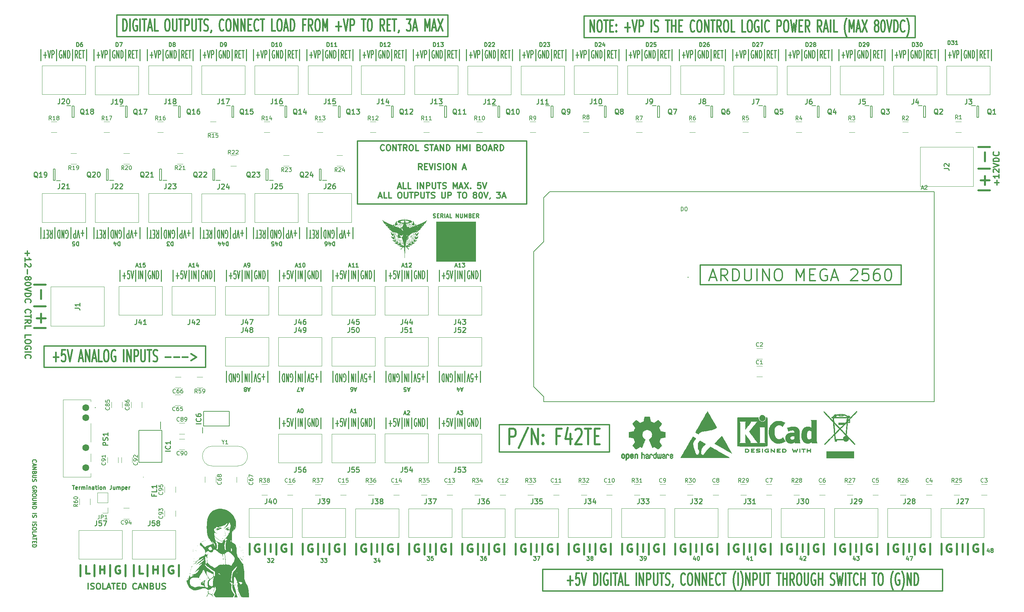
<source format=gbr>
%TF.GenerationSoftware,KiCad,Pcbnew,9.0.0*%
%TF.CreationDate,2025-04-28T14:24:41-07:00*%
%TF.ProjectId,HMI,484d492e-6b69-4636-9164-5f7063625858,rev?*%
%TF.SameCoordinates,Original*%
%TF.FileFunction,Legend,Top*%
%TF.FilePolarity,Positive*%
%FSLAX46Y46*%
G04 Gerber Fmt 4.6, Leading zero omitted, Abs format (unit mm)*
G04 Created by KiCad (PCBNEW 9.0.0) date 2025-04-28 14:24:41*
%MOMM*%
%LPD*%
G01*
G04 APERTURE LIST*
%ADD10C,0.500000*%
%ADD11C,0.100000*%
%ADD12C,0.250000*%
%ADD13C,0.300000*%
%ADD14C,0.437500*%
%ADD15C,0.150000*%
%ADD16C,0.254000*%
%ADD17C,0.120000*%
%ADD18C,0.200000*%
%ADD19C,0.010000*%
%ADD20C,0.000000*%
%ADD21C,1.725000*%
G04 APERTURE END LIST*
D10*
X267500000Y-59500000D02*
X270500000Y-59500000D01*
X31000000Y-94500000D02*
X28000000Y-94500000D01*
X267500000Y-65000000D02*
X270500000Y-65000000D01*
D11*
X130000000Y-78500000D02*
X140000000Y-78500000D01*
X140000000Y-88500000D01*
X130000000Y-88500000D01*
X130000000Y-78500000D01*
G36*
X130000000Y-78500000D02*
G01*
X140000000Y-78500000D01*
X140000000Y-88500000D01*
X130000000Y-88500000D01*
X130000000Y-78500000D01*
G37*
D10*
X31000000Y-105500000D02*
X28000000Y-105500000D01*
X31000000Y-100000000D02*
X28000000Y-100000000D01*
X267500000Y-70500000D02*
X270500000Y-70500000D01*
D12*
X121309524Y-89663904D02*
X121785714Y-89663904D01*
X121214286Y-89949619D02*
X121547619Y-88949619D01*
X121547619Y-88949619D02*
X121880952Y-89949619D01*
X122738095Y-89949619D02*
X122166667Y-89949619D01*
X122452381Y-89949619D02*
X122452381Y-88949619D01*
X122452381Y-88949619D02*
X122357143Y-89092476D01*
X122357143Y-89092476D02*
X122261905Y-89187714D01*
X122261905Y-89187714D02*
X122166667Y-89235333D01*
X123119048Y-89044857D02*
X123166667Y-88997238D01*
X123166667Y-88997238D02*
X123261905Y-88949619D01*
X123261905Y-88949619D02*
X123500000Y-88949619D01*
X123500000Y-88949619D02*
X123595238Y-88997238D01*
X123595238Y-88997238D02*
X123642857Y-89044857D01*
X123642857Y-89044857D02*
X123690476Y-89140095D01*
X123690476Y-89140095D02*
X123690476Y-89235333D01*
X123690476Y-89235333D02*
X123642857Y-89378190D01*
X123642857Y-89378190D02*
X123071429Y-89949619D01*
X123071429Y-89949619D02*
X123690476Y-89949619D01*
X259166666Y-37578904D02*
X259166666Y-34721761D01*
X259880952Y-36150333D02*
X260642857Y-36150333D01*
X260261904Y-36912238D02*
X260261904Y-35388428D01*
X260976190Y-34912238D02*
X261309523Y-36912238D01*
X261309523Y-36912238D02*
X261642856Y-34912238D01*
X261976190Y-36912238D02*
X261976190Y-34912238D01*
X261976190Y-34912238D02*
X262357142Y-34912238D01*
X262357142Y-34912238D02*
X262452380Y-35007476D01*
X262452380Y-35007476D02*
X262499999Y-35102714D01*
X262499999Y-35102714D02*
X262547618Y-35293190D01*
X262547618Y-35293190D02*
X262547618Y-35578904D01*
X262547618Y-35578904D02*
X262499999Y-35769380D01*
X262499999Y-35769380D02*
X262452380Y-35864619D01*
X262452380Y-35864619D02*
X262357142Y-35959857D01*
X262357142Y-35959857D02*
X261976190Y-35959857D01*
X263214285Y-37578904D02*
X263214285Y-34721761D01*
X264452380Y-35007476D02*
X264357142Y-34912238D01*
X264357142Y-34912238D02*
X264214285Y-34912238D01*
X264214285Y-34912238D02*
X264071428Y-35007476D01*
X264071428Y-35007476D02*
X263976190Y-35197952D01*
X263976190Y-35197952D02*
X263928571Y-35388428D01*
X263928571Y-35388428D02*
X263880952Y-35769380D01*
X263880952Y-35769380D02*
X263880952Y-36055095D01*
X263880952Y-36055095D02*
X263928571Y-36436047D01*
X263928571Y-36436047D02*
X263976190Y-36626523D01*
X263976190Y-36626523D02*
X264071428Y-36817000D01*
X264071428Y-36817000D02*
X264214285Y-36912238D01*
X264214285Y-36912238D02*
X264309523Y-36912238D01*
X264309523Y-36912238D02*
X264452380Y-36817000D01*
X264452380Y-36817000D02*
X264499999Y-36721761D01*
X264499999Y-36721761D02*
X264499999Y-36055095D01*
X264499999Y-36055095D02*
X264309523Y-36055095D01*
X264928571Y-36912238D02*
X264928571Y-34912238D01*
X264928571Y-34912238D02*
X265499999Y-36912238D01*
X265499999Y-36912238D02*
X265499999Y-34912238D01*
X265976190Y-36912238D02*
X265976190Y-34912238D01*
X265976190Y-34912238D02*
X266214285Y-34912238D01*
X266214285Y-34912238D02*
X266357142Y-35007476D01*
X266357142Y-35007476D02*
X266452380Y-35197952D01*
X266452380Y-35197952D02*
X266499999Y-35388428D01*
X266499999Y-35388428D02*
X266547618Y-35769380D01*
X266547618Y-35769380D02*
X266547618Y-36055095D01*
X266547618Y-36055095D02*
X266499999Y-36436047D01*
X266499999Y-36436047D02*
X266452380Y-36626523D01*
X266452380Y-36626523D02*
X266357142Y-36817000D01*
X266357142Y-36817000D02*
X266214285Y-36912238D01*
X266214285Y-36912238D02*
X265976190Y-36912238D01*
X267214285Y-37578904D02*
X267214285Y-34721761D01*
X268499999Y-36912238D02*
X268166666Y-35959857D01*
X267928571Y-36912238D02*
X267928571Y-34912238D01*
X267928571Y-34912238D02*
X268309523Y-34912238D01*
X268309523Y-34912238D02*
X268404761Y-35007476D01*
X268404761Y-35007476D02*
X268452380Y-35102714D01*
X268452380Y-35102714D02*
X268499999Y-35293190D01*
X268499999Y-35293190D02*
X268499999Y-35578904D01*
X268499999Y-35578904D02*
X268452380Y-35769380D01*
X268452380Y-35769380D02*
X268404761Y-35864619D01*
X268404761Y-35864619D02*
X268309523Y-35959857D01*
X268309523Y-35959857D02*
X267928571Y-35959857D01*
X268928571Y-35864619D02*
X269261904Y-35864619D01*
X269404761Y-36912238D02*
X268928571Y-36912238D01*
X268928571Y-36912238D02*
X268928571Y-34912238D01*
X268928571Y-34912238D02*
X269404761Y-34912238D01*
X269690476Y-34912238D02*
X270261904Y-34912238D01*
X269976190Y-36912238D02*
X269976190Y-34912238D01*
X270833333Y-37578904D02*
X270833333Y-34721761D01*
X103761905Y-131078904D02*
X103761905Y-128221761D01*
X104476191Y-129650333D02*
X105238096Y-129650333D01*
X104857143Y-130412238D02*
X104857143Y-128888428D01*
X106190476Y-128412238D02*
X105714286Y-128412238D01*
X105714286Y-128412238D02*
X105666667Y-129364619D01*
X105666667Y-129364619D02*
X105714286Y-129269380D01*
X105714286Y-129269380D02*
X105809524Y-129174142D01*
X105809524Y-129174142D02*
X106047619Y-129174142D01*
X106047619Y-129174142D02*
X106142857Y-129269380D01*
X106142857Y-129269380D02*
X106190476Y-129364619D01*
X106190476Y-129364619D02*
X106238095Y-129555095D01*
X106238095Y-129555095D02*
X106238095Y-130031285D01*
X106238095Y-130031285D02*
X106190476Y-130221761D01*
X106190476Y-130221761D02*
X106142857Y-130317000D01*
X106142857Y-130317000D02*
X106047619Y-130412238D01*
X106047619Y-130412238D02*
X105809524Y-130412238D01*
X105809524Y-130412238D02*
X105714286Y-130317000D01*
X105714286Y-130317000D02*
X105666667Y-130221761D01*
X106523810Y-128412238D02*
X106857143Y-130412238D01*
X106857143Y-130412238D02*
X107190476Y-128412238D01*
X107761905Y-131078904D02*
X107761905Y-128221761D01*
X108476191Y-130412238D02*
X108476191Y-128412238D01*
X108952381Y-130412238D02*
X108952381Y-128412238D01*
X108952381Y-128412238D02*
X109523809Y-130412238D01*
X109523809Y-130412238D02*
X109523809Y-128412238D01*
X110238095Y-131078904D02*
X110238095Y-128221761D01*
X111476190Y-128507476D02*
X111380952Y-128412238D01*
X111380952Y-128412238D02*
X111238095Y-128412238D01*
X111238095Y-128412238D02*
X111095238Y-128507476D01*
X111095238Y-128507476D02*
X111000000Y-128697952D01*
X111000000Y-128697952D02*
X110952381Y-128888428D01*
X110952381Y-128888428D02*
X110904762Y-129269380D01*
X110904762Y-129269380D02*
X110904762Y-129555095D01*
X110904762Y-129555095D02*
X110952381Y-129936047D01*
X110952381Y-129936047D02*
X111000000Y-130126523D01*
X111000000Y-130126523D02*
X111095238Y-130317000D01*
X111095238Y-130317000D02*
X111238095Y-130412238D01*
X111238095Y-130412238D02*
X111333333Y-130412238D01*
X111333333Y-130412238D02*
X111476190Y-130317000D01*
X111476190Y-130317000D02*
X111523809Y-130221761D01*
X111523809Y-130221761D02*
X111523809Y-129555095D01*
X111523809Y-129555095D02*
X111333333Y-129555095D01*
X111952381Y-130412238D02*
X111952381Y-128412238D01*
X111952381Y-128412238D02*
X112523809Y-130412238D01*
X112523809Y-130412238D02*
X112523809Y-128412238D01*
X113000000Y-130412238D02*
X113000000Y-128412238D01*
X113000000Y-128412238D02*
X113238095Y-128412238D01*
X113238095Y-128412238D02*
X113380952Y-128507476D01*
X113380952Y-128507476D02*
X113476190Y-128697952D01*
X113476190Y-128697952D02*
X113523809Y-128888428D01*
X113523809Y-128888428D02*
X113571428Y-129269380D01*
X113571428Y-129269380D02*
X113571428Y-129555095D01*
X113571428Y-129555095D02*
X113523809Y-129936047D01*
X113523809Y-129936047D02*
X113476190Y-130126523D01*
X113476190Y-130126523D02*
X113380952Y-130317000D01*
X113380952Y-130317000D02*
X113238095Y-130412238D01*
X113238095Y-130412238D02*
X113000000Y-130412238D01*
X114238095Y-131078904D02*
X114238095Y-128221761D01*
X87238094Y-116421095D02*
X87238094Y-119278238D01*
X86523808Y-117849666D02*
X85761904Y-117849666D01*
X86142856Y-117087761D02*
X86142856Y-118611571D01*
X84809523Y-119087761D02*
X85285713Y-119087761D01*
X85285713Y-119087761D02*
X85333332Y-118135380D01*
X85333332Y-118135380D02*
X85285713Y-118230619D01*
X85285713Y-118230619D02*
X85190475Y-118325857D01*
X85190475Y-118325857D02*
X84952380Y-118325857D01*
X84952380Y-118325857D02*
X84857142Y-118230619D01*
X84857142Y-118230619D02*
X84809523Y-118135380D01*
X84809523Y-118135380D02*
X84761904Y-117944904D01*
X84761904Y-117944904D02*
X84761904Y-117468714D01*
X84761904Y-117468714D02*
X84809523Y-117278238D01*
X84809523Y-117278238D02*
X84857142Y-117183000D01*
X84857142Y-117183000D02*
X84952380Y-117087761D01*
X84952380Y-117087761D02*
X85190475Y-117087761D01*
X85190475Y-117087761D02*
X85285713Y-117183000D01*
X85285713Y-117183000D02*
X85333332Y-117278238D01*
X84476189Y-119087761D02*
X84142856Y-117087761D01*
X84142856Y-117087761D02*
X83809523Y-119087761D01*
X83238094Y-116421095D02*
X83238094Y-119278238D01*
X82523808Y-117087761D02*
X82523808Y-119087761D01*
X82047618Y-117087761D02*
X82047618Y-119087761D01*
X82047618Y-119087761D02*
X81476190Y-117087761D01*
X81476190Y-117087761D02*
X81476190Y-119087761D01*
X80761904Y-116421095D02*
X80761904Y-119278238D01*
X79523809Y-118992523D02*
X79619047Y-119087761D01*
X79619047Y-119087761D02*
X79761904Y-119087761D01*
X79761904Y-119087761D02*
X79904761Y-118992523D01*
X79904761Y-118992523D02*
X79999999Y-118802047D01*
X79999999Y-118802047D02*
X80047618Y-118611571D01*
X80047618Y-118611571D02*
X80095237Y-118230619D01*
X80095237Y-118230619D02*
X80095237Y-117944904D01*
X80095237Y-117944904D02*
X80047618Y-117563952D01*
X80047618Y-117563952D02*
X79999999Y-117373476D01*
X79999999Y-117373476D02*
X79904761Y-117183000D01*
X79904761Y-117183000D02*
X79761904Y-117087761D01*
X79761904Y-117087761D02*
X79666666Y-117087761D01*
X79666666Y-117087761D02*
X79523809Y-117183000D01*
X79523809Y-117183000D02*
X79476190Y-117278238D01*
X79476190Y-117278238D02*
X79476190Y-117944904D01*
X79476190Y-117944904D02*
X79666666Y-117944904D01*
X79047618Y-117087761D02*
X79047618Y-119087761D01*
X79047618Y-119087761D02*
X78476190Y-117087761D01*
X78476190Y-117087761D02*
X78476190Y-119087761D01*
X77999999Y-117087761D02*
X77999999Y-119087761D01*
X77999999Y-119087761D02*
X77761904Y-119087761D01*
X77761904Y-119087761D02*
X77619047Y-118992523D01*
X77619047Y-118992523D02*
X77523809Y-118802047D01*
X77523809Y-118802047D02*
X77476190Y-118611571D01*
X77476190Y-118611571D02*
X77428571Y-118230619D01*
X77428571Y-118230619D02*
X77428571Y-117944904D01*
X77428571Y-117944904D02*
X77476190Y-117563952D01*
X77476190Y-117563952D02*
X77523809Y-117373476D01*
X77523809Y-117373476D02*
X77619047Y-117183000D01*
X77619047Y-117183000D02*
X77761904Y-117087761D01*
X77761904Y-117087761D02*
X77999999Y-117087761D01*
X76761904Y-116421095D02*
X76761904Y-119278238D01*
X29666666Y-37578904D02*
X29666666Y-34721761D01*
X30380952Y-36150333D02*
X31142857Y-36150333D01*
X30761904Y-36912238D02*
X30761904Y-35388428D01*
X31476190Y-34912238D02*
X31809523Y-36912238D01*
X31809523Y-36912238D02*
X32142856Y-34912238D01*
X32476190Y-36912238D02*
X32476190Y-34912238D01*
X32476190Y-34912238D02*
X32857142Y-34912238D01*
X32857142Y-34912238D02*
X32952380Y-35007476D01*
X32952380Y-35007476D02*
X32999999Y-35102714D01*
X32999999Y-35102714D02*
X33047618Y-35293190D01*
X33047618Y-35293190D02*
X33047618Y-35578904D01*
X33047618Y-35578904D02*
X32999999Y-35769380D01*
X32999999Y-35769380D02*
X32952380Y-35864619D01*
X32952380Y-35864619D02*
X32857142Y-35959857D01*
X32857142Y-35959857D02*
X32476190Y-35959857D01*
X33714285Y-37578904D02*
X33714285Y-34721761D01*
X34952380Y-35007476D02*
X34857142Y-34912238D01*
X34857142Y-34912238D02*
X34714285Y-34912238D01*
X34714285Y-34912238D02*
X34571428Y-35007476D01*
X34571428Y-35007476D02*
X34476190Y-35197952D01*
X34476190Y-35197952D02*
X34428571Y-35388428D01*
X34428571Y-35388428D02*
X34380952Y-35769380D01*
X34380952Y-35769380D02*
X34380952Y-36055095D01*
X34380952Y-36055095D02*
X34428571Y-36436047D01*
X34428571Y-36436047D02*
X34476190Y-36626523D01*
X34476190Y-36626523D02*
X34571428Y-36817000D01*
X34571428Y-36817000D02*
X34714285Y-36912238D01*
X34714285Y-36912238D02*
X34809523Y-36912238D01*
X34809523Y-36912238D02*
X34952380Y-36817000D01*
X34952380Y-36817000D02*
X34999999Y-36721761D01*
X34999999Y-36721761D02*
X34999999Y-36055095D01*
X34999999Y-36055095D02*
X34809523Y-36055095D01*
X35428571Y-36912238D02*
X35428571Y-34912238D01*
X35428571Y-34912238D02*
X35999999Y-36912238D01*
X35999999Y-36912238D02*
X35999999Y-34912238D01*
X36476190Y-36912238D02*
X36476190Y-34912238D01*
X36476190Y-34912238D02*
X36714285Y-34912238D01*
X36714285Y-34912238D02*
X36857142Y-35007476D01*
X36857142Y-35007476D02*
X36952380Y-35197952D01*
X36952380Y-35197952D02*
X36999999Y-35388428D01*
X36999999Y-35388428D02*
X37047618Y-35769380D01*
X37047618Y-35769380D02*
X37047618Y-36055095D01*
X37047618Y-36055095D02*
X36999999Y-36436047D01*
X36999999Y-36436047D02*
X36952380Y-36626523D01*
X36952380Y-36626523D02*
X36857142Y-36817000D01*
X36857142Y-36817000D02*
X36714285Y-36912238D01*
X36714285Y-36912238D02*
X36476190Y-36912238D01*
X37714285Y-37578904D02*
X37714285Y-34721761D01*
X38999999Y-36912238D02*
X38666666Y-35959857D01*
X38428571Y-36912238D02*
X38428571Y-34912238D01*
X38428571Y-34912238D02*
X38809523Y-34912238D01*
X38809523Y-34912238D02*
X38904761Y-35007476D01*
X38904761Y-35007476D02*
X38952380Y-35102714D01*
X38952380Y-35102714D02*
X38999999Y-35293190D01*
X38999999Y-35293190D02*
X38999999Y-35578904D01*
X38999999Y-35578904D02*
X38952380Y-35769380D01*
X38952380Y-35769380D02*
X38904761Y-35864619D01*
X38904761Y-35864619D02*
X38809523Y-35959857D01*
X38809523Y-35959857D02*
X38428571Y-35959857D01*
X39428571Y-35864619D02*
X39761904Y-35864619D01*
X39904761Y-36912238D02*
X39428571Y-36912238D01*
X39428571Y-36912238D02*
X39428571Y-34912238D01*
X39428571Y-34912238D02*
X39904761Y-34912238D01*
X40190476Y-34912238D02*
X40761904Y-34912238D01*
X40476190Y-36912238D02*
X40476190Y-34912238D01*
X41333333Y-37578904D02*
X41333333Y-34721761D01*
X114238094Y-116421095D02*
X114238094Y-119278238D01*
X113523808Y-117849666D02*
X112761904Y-117849666D01*
X113142856Y-117087761D02*
X113142856Y-118611571D01*
X111809523Y-119087761D02*
X112285713Y-119087761D01*
X112285713Y-119087761D02*
X112333332Y-118135380D01*
X112333332Y-118135380D02*
X112285713Y-118230619D01*
X112285713Y-118230619D02*
X112190475Y-118325857D01*
X112190475Y-118325857D02*
X111952380Y-118325857D01*
X111952380Y-118325857D02*
X111857142Y-118230619D01*
X111857142Y-118230619D02*
X111809523Y-118135380D01*
X111809523Y-118135380D02*
X111761904Y-117944904D01*
X111761904Y-117944904D02*
X111761904Y-117468714D01*
X111761904Y-117468714D02*
X111809523Y-117278238D01*
X111809523Y-117278238D02*
X111857142Y-117183000D01*
X111857142Y-117183000D02*
X111952380Y-117087761D01*
X111952380Y-117087761D02*
X112190475Y-117087761D01*
X112190475Y-117087761D02*
X112285713Y-117183000D01*
X112285713Y-117183000D02*
X112333332Y-117278238D01*
X111476189Y-119087761D02*
X111142856Y-117087761D01*
X111142856Y-117087761D02*
X110809523Y-119087761D01*
X110238094Y-116421095D02*
X110238094Y-119278238D01*
X109523808Y-117087761D02*
X109523808Y-119087761D01*
X109047618Y-117087761D02*
X109047618Y-119087761D01*
X109047618Y-119087761D02*
X108476190Y-117087761D01*
X108476190Y-117087761D02*
X108476190Y-119087761D01*
X107761904Y-116421095D02*
X107761904Y-119278238D01*
X106523809Y-118992523D02*
X106619047Y-119087761D01*
X106619047Y-119087761D02*
X106761904Y-119087761D01*
X106761904Y-119087761D02*
X106904761Y-118992523D01*
X106904761Y-118992523D02*
X106999999Y-118802047D01*
X106999999Y-118802047D02*
X107047618Y-118611571D01*
X107047618Y-118611571D02*
X107095237Y-118230619D01*
X107095237Y-118230619D02*
X107095237Y-117944904D01*
X107095237Y-117944904D02*
X107047618Y-117563952D01*
X107047618Y-117563952D02*
X106999999Y-117373476D01*
X106999999Y-117373476D02*
X106904761Y-117183000D01*
X106904761Y-117183000D02*
X106761904Y-117087761D01*
X106761904Y-117087761D02*
X106666666Y-117087761D01*
X106666666Y-117087761D02*
X106523809Y-117183000D01*
X106523809Y-117183000D02*
X106476190Y-117278238D01*
X106476190Y-117278238D02*
X106476190Y-117944904D01*
X106476190Y-117944904D02*
X106666666Y-117944904D01*
X106047618Y-117087761D02*
X106047618Y-119087761D01*
X106047618Y-119087761D02*
X105476190Y-117087761D01*
X105476190Y-117087761D02*
X105476190Y-119087761D01*
X104999999Y-117087761D02*
X104999999Y-119087761D01*
X104999999Y-119087761D02*
X104761904Y-119087761D01*
X104761904Y-119087761D02*
X104619047Y-118992523D01*
X104619047Y-118992523D02*
X104523809Y-118802047D01*
X104523809Y-118802047D02*
X104476190Y-118611571D01*
X104476190Y-118611571D02*
X104428571Y-118230619D01*
X104428571Y-118230619D02*
X104428571Y-117944904D01*
X104428571Y-117944904D02*
X104476190Y-117563952D01*
X104476190Y-117563952D02*
X104523809Y-117373476D01*
X104523809Y-117373476D02*
X104619047Y-117183000D01*
X104619047Y-117183000D02*
X104761904Y-117087761D01*
X104761904Y-117087761D02*
X104999999Y-117087761D01*
X103761904Y-116421095D02*
X103761904Y-119278238D01*
X245666666Y-37578904D02*
X245666666Y-34721761D01*
X246380952Y-36150333D02*
X247142857Y-36150333D01*
X246761904Y-36912238D02*
X246761904Y-35388428D01*
X247476190Y-34912238D02*
X247809523Y-36912238D01*
X247809523Y-36912238D02*
X248142856Y-34912238D01*
X248476190Y-36912238D02*
X248476190Y-34912238D01*
X248476190Y-34912238D02*
X248857142Y-34912238D01*
X248857142Y-34912238D02*
X248952380Y-35007476D01*
X248952380Y-35007476D02*
X248999999Y-35102714D01*
X248999999Y-35102714D02*
X249047618Y-35293190D01*
X249047618Y-35293190D02*
X249047618Y-35578904D01*
X249047618Y-35578904D02*
X248999999Y-35769380D01*
X248999999Y-35769380D02*
X248952380Y-35864619D01*
X248952380Y-35864619D02*
X248857142Y-35959857D01*
X248857142Y-35959857D02*
X248476190Y-35959857D01*
X249714285Y-37578904D02*
X249714285Y-34721761D01*
X250952380Y-35007476D02*
X250857142Y-34912238D01*
X250857142Y-34912238D02*
X250714285Y-34912238D01*
X250714285Y-34912238D02*
X250571428Y-35007476D01*
X250571428Y-35007476D02*
X250476190Y-35197952D01*
X250476190Y-35197952D02*
X250428571Y-35388428D01*
X250428571Y-35388428D02*
X250380952Y-35769380D01*
X250380952Y-35769380D02*
X250380952Y-36055095D01*
X250380952Y-36055095D02*
X250428571Y-36436047D01*
X250428571Y-36436047D02*
X250476190Y-36626523D01*
X250476190Y-36626523D02*
X250571428Y-36817000D01*
X250571428Y-36817000D02*
X250714285Y-36912238D01*
X250714285Y-36912238D02*
X250809523Y-36912238D01*
X250809523Y-36912238D02*
X250952380Y-36817000D01*
X250952380Y-36817000D02*
X250999999Y-36721761D01*
X250999999Y-36721761D02*
X250999999Y-36055095D01*
X250999999Y-36055095D02*
X250809523Y-36055095D01*
X251428571Y-36912238D02*
X251428571Y-34912238D01*
X251428571Y-34912238D02*
X251999999Y-36912238D01*
X251999999Y-36912238D02*
X251999999Y-34912238D01*
X252476190Y-36912238D02*
X252476190Y-34912238D01*
X252476190Y-34912238D02*
X252714285Y-34912238D01*
X252714285Y-34912238D02*
X252857142Y-35007476D01*
X252857142Y-35007476D02*
X252952380Y-35197952D01*
X252952380Y-35197952D02*
X252999999Y-35388428D01*
X252999999Y-35388428D02*
X253047618Y-35769380D01*
X253047618Y-35769380D02*
X253047618Y-36055095D01*
X253047618Y-36055095D02*
X252999999Y-36436047D01*
X252999999Y-36436047D02*
X252952380Y-36626523D01*
X252952380Y-36626523D02*
X252857142Y-36817000D01*
X252857142Y-36817000D02*
X252714285Y-36912238D01*
X252714285Y-36912238D02*
X252476190Y-36912238D01*
X253714285Y-37578904D02*
X253714285Y-34721761D01*
X254999999Y-36912238D02*
X254666666Y-35959857D01*
X254428571Y-36912238D02*
X254428571Y-34912238D01*
X254428571Y-34912238D02*
X254809523Y-34912238D01*
X254809523Y-34912238D02*
X254904761Y-35007476D01*
X254904761Y-35007476D02*
X254952380Y-35102714D01*
X254952380Y-35102714D02*
X254999999Y-35293190D01*
X254999999Y-35293190D02*
X254999999Y-35578904D01*
X254999999Y-35578904D02*
X254952380Y-35769380D01*
X254952380Y-35769380D02*
X254904761Y-35864619D01*
X254904761Y-35864619D02*
X254809523Y-35959857D01*
X254809523Y-35959857D02*
X254428571Y-35959857D01*
X255428571Y-35864619D02*
X255761904Y-35864619D01*
X255904761Y-36912238D02*
X255428571Y-36912238D01*
X255428571Y-36912238D02*
X255428571Y-34912238D01*
X255428571Y-34912238D02*
X255904761Y-34912238D01*
X256190476Y-34912238D02*
X256761904Y-34912238D01*
X256476190Y-36912238D02*
X256476190Y-34912238D01*
X257333333Y-37578904D02*
X257333333Y-34721761D01*
X270214285Y-161782952D02*
X270214285Y-162449619D01*
X269976190Y-161402000D02*
X269738095Y-162116285D01*
X269738095Y-162116285D02*
X270357142Y-162116285D01*
X270880952Y-161878190D02*
X270785714Y-161830571D01*
X270785714Y-161830571D02*
X270738095Y-161782952D01*
X270738095Y-161782952D02*
X270690476Y-161687714D01*
X270690476Y-161687714D02*
X270690476Y-161640095D01*
X270690476Y-161640095D02*
X270738095Y-161544857D01*
X270738095Y-161544857D02*
X270785714Y-161497238D01*
X270785714Y-161497238D02*
X270880952Y-161449619D01*
X270880952Y-161449619D02*
X271071428Y-161449619D01*
X271071428Y-161449619D02*
X271166666Y-161497238D01*
X271166666Y-161497238D02*
X271214285Y-161544857D01*
X271214285Y-161544857D02*
X271261904Y-161640095D01*
X271261904Y-161640095D02*
X271261904Y-161687714D01*
X271261904Y-161687714D02*
X271214285Y-161782952D01*
X271214285Y-161782952D02*
X271166666Y-161830571D01*
X271166666Y-161830571D02*
X271071428Y-161878190D01*
X271071428Y-161878190D02*
X270880952Y-161878190D01*
X270880952Y-161878190D02*
X270785714Y-161925809D01*
X270785714Y-161925809D02*
X270738095Y-161973428D01*
X270738095Y-161973428D02*
X270690476Y-162068666D01*
X270690476Y-162068666D02*
X270690476Y-162259142D01*
X270690476Y-162259142D02*
X270738095Y-162354380D01*
X270738095Y-162354380D02*
X270785714Y-162402000D01*
X270785714Y-162402000D02*
X270880952Y-162449619D01*
X270880952Y-162449619D02*
X271071428Y-162449619D01*
X271071428Y-162449619D02*
X271166666Y-162402000D01*
X271166666Y-162402000D02*
X271214285Y-162354380D01*
X271214285Y-162354380D02*
X271261904Y-162259142D01*
X271261904Y-162259142D02*
X271261904Y-162068666D01*
X271261904Y-162068666D02*
X271214285Y-161973428D01*
X271214285Y-161973428D02*
X271166666Y-161925809D01*
X271166666Y-161925809D02*
X271071428Y-161878190D01*
X117261905Y-131078904D02*
X117261905Y-128221761D01*
X117976191Y-129650333D02*
X118738096Y-129650333D01*
X118357143Y-130412238D02*
X118357143Y-128888428D01*
X119690476Y-128412238D02*
X119214286Y-128412238D01*
X119214286Y-128412238D02*
X119166667Y-129364619D01*
X119166667Y-129364619D02*
X119214286Y-129269380D01*
X119214286Y-129269380D02*
X119309524Y-129174142D01*
X119309524Y-129174142D02*
X119547619Y-129174142D01*
X119547619Y-129174142D02*
X119642857Y-129269380D01*
X119642857Y-129269380D02*
X119690476Y-129364619D01*
X119690476Y-129364619D02*
X119738095Y-129555095D01*
X119738095Y-129555095D02*
X119738095Y-130031285D01*
X119738095Y-130031285D02*
X119690476Y-130221761D01*
X119690476Y-130221761D02*
X119642857Y-130317000D01*
X119642857Y-130317000D02*
X119547619Y-130412238D01*
X119547619Y-130412238D02*
X119309524Y-130412238D01*
X119309524Y-130412238D02*
X119214286Y-130317000D01*
X119214286Y-130317000D02*
X119166667Y-130221761D01*
X120023810Y-128412238D02*
X120357143Y-130412238D01*
X120357143Y-130412238D02*
X120690476Y-128412238D01*
X121261905Y-131078904D02*
X121261905Y-128221761D01*
X121976191Y-130412238D02*
X121976191Y-128412238D01*
X122452381Y-130412238D02*
X122452381Y-128412238D01*
X122452381Y-128412238D02*
X123023809Y-130412238D01*
X123023809Y-130412238D02*
X123023809Y-128412238D01*
X123738095Y-131078904D02*
X123738095Y-128221761D01*
X124976190Y-128507476D02*
X124880952Y-128412238D01*
X124880952Y-128412238D02*
X124738095Y-128412238D01*
X124738095Y-128412238D02*
X124595238Y-128507476D01*
X124595238Y-128507476D02*
X124500000Y-128697952D01*
X124500000Y-128697952D02*
X124452381Y-128888428D01*
X124452381Y-128888428D02*
X124404762Y-129269380D01*
X124404762Y-129269380D02*
X124404762Y-129555095D01*
X124404762Y-129555095D02*
X124452381Y-129936047D01*
X124452381Y-129936047D02*
X124500000Y-130126523D01*
X124500000Y-130126523D02*
X124595238Y-130317000D01*
X124595238Y-130317000D02*
X124738095Y-130412238D01*
X124738095Y-130412238D02*
X124833333Y-130412238D01*
X124833333Y-130412238D02*
X124976190Y-130317000D01*
X124976190Y-130317000D02*
X125023809Y-130221761D01*
X125023809Y-130221761D02*
X125023809Y-129555095D01*
X125023809Y-129555095D02*
X124833333Y-129555095D01*
X125452381Y-130412238D02*
X125452381Y-128412238D01*
X125452381Y-128412238D02*
X126023809Y-130412238D01*
X126023809Y-130412238D02*
X126023809Y-128412238D01*
X126500000Y-130412238D02*
X126500000Y-128412238D01*
X126500000Y-128412238D02*
X126738095Y-128412238D01*
X126738095Y-128412238D02*
X126880952Y-128507476D01*
X126880952Y-128507476D02*
X126976190Y-128697952D01*
X126976190Y-128697952D02*
X127023809Y-128888428D01*
X127023809Y-128888428D02*
X127071428Y-129269380D01*
X127071428Y-129269380D02*
X127071428Y-129555095D01*
X127071428Y-129555095D02*
X127023809Y-129936047D01*
X127023809Y-129936047D02*
X126976190Y-130126523D01*
X126976190Y-130126523D02*
X126880952Y-130317000D01*
X126880952Y-130317000D02*
X126738095Y-130412238D01*
X126738095Y-130412238D02*
X126500000Y-130412238D01*
X127738095Y-131078904D02*
X127738095Y-128221761D01*
X156285714Y-33949619D02*
X156285714Y-32949619D01*
X156285714Y-32949619D02*
X156523809Y-32949619D01*
X156523809Y-32949619D02*
X156666666Y-32997238D01*
X156666666Y-32997238D02*
X156761904Y-33092476D01*
X156761904Y-33092476D02*
X156809523Y-33187714D01*
X156809523Y-33187714D02*
X156857142Y-33378190D01*
X156857142Y-33378190D02*
X156857142Y-33521047D01*
X156857142Y-33521047D02*
X156809523Y-33711523D01*
X156809523Y-33711523D02*
X156761904Y-33806761D01*
X156761904Y-33806761D02*
X156666666Y-33902000D01*
X156666666Y-33902000D02*
X156523809Y-33949619D01*
X156523809Y-33949619D02*
X156285714Y-33949619D01*
X157238095Y-33044857D02*
X157285714Y-32997238D01*
X157285714Y-32997238D02*
X157380952Y-32949619D01*
X157380952Y-32949619D02*
X157619047Y-32949619D01*
X157619047Y-32949619D02*
X157714285Y-32997238D01*
X157714285Y-32997238D02*
X157761904Y-33044857D01*
X157761904Y-33044857D02*
X157809523Y-33140095D01*
X157809523Y-33140095D02*
X157809523Y-33235333D01*
X157809523Y-33235333D02*
X157761904Y-33378190D01*
X157761904Y-33378190D02*
X157190476Y-33949619D01*
X157190476Y-33949619D02*
X157809523Y-33949619D01*
X158142857Y-32949619D02*
X158761904Y-32949619D01*
X158761904Y-32949619D02*
X158428571Y-33330571D01*
X158428571Y-33330571D02*
X158571428Y-33330571D01*
X158571428Y-33330571D02*
X158666666Y-33378190D01*
X158666666Y-33378190D02*
X158714285Y-33425809D01*
X158714285Y-33425809D02*
X158761904Y-33521047D01*
X158761904Y-33521047D02*
X158761904Y-33759142D01*
X158761904Y-33759142D02*
X158714285Y-33854380D01*
X158714285Y-33854380D02*
X158666666Y-33902000D01*
X158666666Y-33902000D02*
X158571428Y-33949619D01*
X158571428Y-33949619D02*
X158285714Y-33949619D01*
X158285714Y-33949619D02*
X158190476Y-33902000D01*
X158190476Y-33902000D02*
X158142857Y-33854380D01*
X151166666Y-37578904D02*
X151166666Y-34721761D01*
X151880952Y-36150333D02*
X152642857Y-36150333D01*
X152261904Y-36912238D02*
X152261904Y-35388428D01*
X152976190Y-34912238D02*
X153309523Y-36912238D01*
X153309523Y-36912238D02*
X153642856Y-34912238D01*
X153976190Y-36912238D02*
X153976190Y-34912238D01*
X153976190Y-34912238D02*
X154357142Y-34912238D01*
X154357142Y-34912238D02*
X154452380Y-35007476D01*
X154452380Y-35007476D02*
X154499999Y-35102714D01*
X154499999Y-35102714D02*
X154547618Y-35293190D01*
X154547618Y-35293190D02*
X154547618Y-35578904D01*
X154547618Y-35578904D02*
X154499999Y-35769380D01*
X154499999Y-35769380D02*
X154452380Y-35864619D01*
X154452380Y-35864619D02*
X154357142Y-35959857D01*
X154357142Y-35959857D02*
X153976190Y-35959857D01*
X155214285Y-37578904D02*
X155214285Y-34721761D01*
X156452380Y-35007476D02*
X156357142Y-34912238D01*
X156357142Y-34912238D02*
X156214285Y-34912238D01*
X156214285Y-34912238D02*
X156071428Y-35007476D01*
X156071428Y-35007476D02*
X155976190Y-35197952D01*
X155976190Y-35197952D02*
X155928571Y-35388428D01*
X155928571Y-35388428D02*
X155880952Y-35769380D01*
X155880952Y-35769380D02*
X155880952Y-36055095D01*
X155880952Y-36055095D02*
X155928571Y-36436047D01*
X155928571Y-36436047D02*
X155976190Y-36626523D01*
X155976190Y-36626523D02*
X156071428Y-36817000D01*
X156071428Y-36817000D02*
X156214285Y-36912238D01*
X156214285Y-36912238D02*
X156309523Y-36912238D01*
X156309523Y-36912238D02*
X156452380Y-36817000D01*
X156452380Y-36817000D02*
X156499999Y-36721761D01*
X156499999Y-36721761D02*
X156499999Y-36055095D01*
X156499999Y-36055095D02*
X156309523Y-36055095D01*
X156928571Y-36912238D02*
X156928571Y-34912238D01*
X156928571Y-34912238D02*
X157499999Y-36912238D01*
X157499999Y-36912238D02*
X157499999Y-34912238D01*
X157976190Y-36912238D02*
X157976190Y-34912238D01*
X157976190Y-34912238D02*
X158214285Y-34912238D01*
X158214285Y-34912238D02*
X158357142Y-35007476D01*
X158357142Y-35007476D02*
X158452380Y-35197952D01*
X158452380Y-35197952D02*
X158499999Y-35388428D01*
X158499999Y-35388428D02*
X158547618Y-35769380D01*
X158547618Y-35769380D02*
X158547618Y-36055095D01*
X158547618Y-36055095D02*
X158499999Y-36436047D01*
X158499999Y-36436047D02*
X158452380Y-36626523D01*
X158452380Y-36626523D02*
X158357142Y-36817000D01*
X158357142Y-36817000D02*
X158214285Y-36912238D01*
X158214285Y-36912238D02*
X157976190Y-36912238D01*
X159214285Y-37578904D02*
X159214285Y-34721761D01*
X160499999Y-36912238D02*
X160166666Y-35959857D01*
X159928571Y-36912238D02*
X159928571Y-34912238D01*
X159928571Y-34912238D02*
X160309523Y-34912238D01*
X160309523Y-34912238D02*
X160404761Y-35007476D01*
X160404761Y-35007476D02*
X160452380Y-35102714D01*
X160452380Y-35102714D02*
X160499999Y-35293190D01*
X160499999Y-35293190D02*
X160499999Y-35578904D01*
X160499999Y-35578904D02*
X160452380Y-35769380D01*
X160452380Y-35769380D02*
X160404761Y-35864619D01*
X160404761Y-35864619D02*
X160309523Y-35959857D01*
X160309523Y-35959857D02*
X159928571Y-35959857D01*
X160928571Y-35864619D02*
X161261904Y-35864619D01*
X161404761Y-36912238D02*
X160928571Y-36912238D01*
X160928571Y-36912238D02*
X160928571Y-34912238D01*
X160928571Y-34912238D02*
X161404761Y-34912238D01*
X161690476Y-34912238D02*
X162261904Y-34912238D01*
X161976190Y-36912238D02*
X161976190Y-34912238D01*
X162833333Y-37578904D02*
X162833333Y-34721761D01*
X249714285Y-163782952D02*
X249714285Y-164449619D01*
X249476190Y-163402000D02*
X249238095Y-164116285D01*
X249238095Y-164116285D02*
X249857142Y-164116285D01*
X250142857Y-163449619D02*
X250809523Y-163449619D01*
X250809523Y-163449619D02*
X250380952Y-164449619D01*
X67309524Y-89663904D02*
X67785714Y-89663904D01*
X67214286Y-89949619D02*
X67547619Y-88949619D01*
X67547619Y-88949619D02*
X67880952Y-89949619D01*
X68738095Y-89949619D02*
X68166667Y-89949619D01*
X68452381Y-89949619D02*
X68452381Y-88949619D01*
X68452381Y-88949619D02*
X68357143Y-89092476D01*
X68357143Y-89092476D02*
X68261905Y-89187714D01*
X68261905Y-89187714D02*
X68166667Y-89235333D01*
X69595238Y-89282952D02*
X69595238Y-89949619D01*
X69357143Y-88902000D02*
X69119048Y-89616285D01*
X69119048Y-89616285D02*
X69738095Y-89616285D01*
X108833333Y-79921095D02*
X108833333Y-82778238D01*
X108119047Y-81349666D02*
X107357143Y-81349666D01*
X107738095Y-80587761D02*
X107738095Y-82111571D01*
X107023809Y-82587761D02*
X106690476Y-80587761D01*
X106690476Y-80587761D02*
X106357143Y-82587761D01*
X106023809Y-80587761D02*
X106023809Y-82587761D01*
X106023809Y-82587761D02*
X105642857Y-82587761D01*
X105642857Y-82587761D02*
X105547619Y-82492523D01*
X105547619Y-82492523D02*
X105500000Y-82397285D01*
X105500000Y-82397285D02*
X105452381Y-82206809D01*
X105452381Y-82206809D02*
X105452381Y-81921095D01*
X105452381Y-81921095D02*
X105500000Y-81730619D01*
X105500000Y-81730619D02*
X105547619Y-81635380D01*
X105547619Y-81635380D02*
X105642857Y-81540142D01*
X105642857Y-81540142D02*
X106023809Y-81540142D01*
X104785714Y-79921095D02*
X104785714Y-82778238D01*
X103547619Y-82492523D02*
X103642857Y-82587761D01*
X103642857Y-82587761D02*
X103785714Y-82587761D01*
X103785714Y-82587761D02*
X103928571Y-82492523D01*
X103928571Y-82492523D02*
X104023809Y-82302047D01*
X104023809Y-82302047D02*
X104071428Y-82111571D01*
X104071428Y-82111571D02*
X104119047Y-81730619D01*
X104119047Y-81730619D02*
X104119047Y-81444904D01*
X104119047Y-81444904D02*
X104071428Y-81063952D01*
X104071428Y-81063952D02*
X104023809Y-80873476D01*
X104023809Y-80873476D02*
X103928571Y-80683000D01*
X103928571Y-80683000D02*
X103785714Y-80587761D01*
X103785714Y-80587761D02*
X103690476Y-80587761D01*
X103690476Y-80587761D02*
X103547619Y-80683000D01*
X103547619Y-80683000D02*
X103500000Y-80778238D01*
X103500000Y-80778238D02*
X103500000Y-81444904D01*
X103500000Y-81444904D02*
X103690476Y-81444904D01*
X103071428Y-80587761D02*
X103071428Y-82587761D01*
X103071428Y-82587761D02*
X102500000Y-80587761D01*
X102500000Y-80587761D02*
X102500000Y-82587761D01*
X102023809Y-80587761D02*
X102023809Y-82587761D01*
X102023809Y-82587761D02*
X101785714Y-82587761D01*
X101785714Y-82587761D02*
X101642857Y-82492523D01*
X101642857Y-82492523D02*
X101547619Y-82302047D01*
X101547619Y-82302047D02*
X101500000Y-82111571D01*
X101500000Y-82111571D02*
X101452381Y-81730619D01*
X101452381Y-81730619D02*
X101452381Y-81444904D01*
X101452381Y-81444904D02*
X101500000Y-81063952D01*
X101500000Y-81063952D02*
X101547619Y-80873476D01*
X101547619Y-80873476D02*
X101642857Y-80683000D01*
X101642857Y-80683000D02*
X101785714Y-80587761D01*
X101785714Y-80587761D02*
X102023809Y-80587761D01*
X100785714Y-79921095D02*
X100785714Y-82778238D01*
X99500000Y-80587761D02*
X99833333Y-81540142D01*
X100071428Y-80587761D02*
X100071428Y-82587761D01*
X100071428Y-82587761D02*
X99690476Y-82587761D01*
X99690476Y-82587761D02*
X99595238Y-82492523D01*
X99595238Y-82492523D02*
X99547619Y-82397285D01*
X99547619Y-82397285D02*
X99500000Y-82206809D01*
X99500000Y-82206809D02*
X99500000Y-81921095D01*
X99500000Y-81921095D02*
X99547619Y-81730619D01*
X99547619Y-81730619D02*
X99595238Y-81635380D01*
X99595238Y-81635380D02*
X99690476Y-81540142D01*
X99690476Y-81540142D02*
X100071428Y-81540142D01*
X99071428Y-81635380D02*
X98738095Y-81635380D01*
X98595238Y-80587761D02*
X99071428Y-80587761D01*
X99071428Y-80587761D02*
X99071428Y-82587761D01*
X99071428Y-82587761D02*
X98595238Y-82587761D01*
X98309523Y-82587761D02*
X97738095Y-82587761D01*
X98023809Y-80587761D02*
X98023809Y-82587761D01*
X97166666Y-79921095D02*
X97166666Y-82778238D01*
X205166666Y-37578904D02*
X205166666Y-34721761D01*
X205880952Y-36150333D02*
X206642857Y-36150333D01*
X206261904Y-36912238D02*
X206261904Y-35388428D01*
X206976190Y-34912238D02*
X207309523Y-36912238D01*
X207309523Y-36912238D02*
X207642856Y-34912238D01*
X207976190Y-36912238D02*
X207976190Y-34912238D01*
X207976190Y-34912238D02*
X208357142Y-34912238D01*
X208357142Y-34912238D02*
X208452380Y-35007476D01*
X208452380Y-35007476D02*
X208499999Y-35102714D01*
X208499999Y-35102714D02*
X208547618Y-35293190D01*
X208547618Y-35293190D02*
X208547618Y-35578904D01*
X208547618Y-35578904D02*
X208499999Y-35769380D01*
X208499999Y-35769380D02*
X208452380Y-35864619D01*
X208452380Y-35864619D02*
X208357142Y-35959857D01*
X208357142Y-35959857D02*
X207976190Y-35959857D01*
X209214285Y-37578904D02*
X209214285Y-34721761D01*
X210452380Y-35007476D02*
X210357142Y-34912238D01*
X210357142Y-34912238D02*
X210214285Y-34912238D01*
X210214285Y-34912238D02*
X210071428Y-35007476D01*
X210071428Y-35007476D02*
X209976190Y-35197952D01*
X209976190Y-35197952D02*
X209928571Y-35388428D01*
X209928571Y-35388428D02*
X209880952Y-35769380D01*
X209880952Y-35769380D02*
X209880952Y-36055095D01*
X209880952Y-36055095D02*
X209928571Y-36436047D01*
X209928571Y-36436047D02*
X209976190Y-36626523D01*
X209976190Y-36626523D02*
X210071428Y-36817000D01*
X210071428Y-36817000D02*
X210214285Y-36912238D01*
X210214285Y-36912238D02*
X210309523Y-36912238D01*
X210309523Y-36912238D02*
X210452380Y-36817000D01*
X210452380Y-36817000D02*
X210499999Y-36721761D01*
X210499999Y-36721761D02*
X210499999Y-36055095D01*
X210499999Y-36055095D02*
X210309523Y-36055095D01*
X210928571Y-36912238D02*
X210928571Y-34912238D01*
X210928571Y-34912238D02*
X211499999Y-36912238D01*
X211499999Y-36912238D02*
X211499999Y-34912238D01*
X211976190Y-36912238D02*
X211976190Y-34912238D01*
X211976190Y-34912238D02*
X212214285Y-34912238D01*
X212214285Y-34912238D02*
X212357142Y-35007476D01*
X212357142Y-35007476D02*
X212452380Y-35197952D01*
X212452380Y-35197952D02*
X212499999Y-35388428D01*
X212499999Y-35388428D02*
X212547618Y-35769380D01*
X212547618Y-35769380D02*
X212547618Y-36055095D01*
X212547618Y-36055095D02*
X212499999Y-36436047D01*
X212499999Y-36436047D02*
X212452380Y-36626523D01*
X212452380Y-36626523D02*
X212357142Y-36817000D01*
X212357142Y-36817000D02*
X212214285Y-36912238D01*
X212214285Y-36912238D02*
X211976190Y-36912238D01*
X213214285Y-37578904D02*
X213214285Y-34721761D01*
X214499999Y-36912238D02*
X214166666Y-35959857D01*
X213928571Y-36912238D02*
X213928571Y-34912238D01*
X213928571Y-34912238D02*
X214309523Y-34912238D01*
X214309523Y-34912238D02*
X214404761Y-35007476D01*
X214404761Y-35007476D02*
X214452380Y-35102714D01*
X214452380Y-35102714D02*
X214499999Y-35293190D01*
X214499999Y-35293190D02*
X214499999Y-35578904D01*
X214499999Y-35578904D02*
X214452380Y-35769380D01*
X214452380Y-35769380D02*
X214404761Y-35864619D01*
X214404761Y-35864619D02*
X214309523Y-35959857D01*
X214309523Y-35959857D02*
X213928571Y-35959857D01*
X214928571Y-35864619D02*
X215261904Y-35864619D01*
X215404761Y-36912238D02*
X214928571Y-36912238D01*
X214928571Y-36912238D02*
X214928571Y-34912238D01*
X214928571Y-34912238D02*
X215404761Y-34912238D01*
X215690476Y-34912238D02*
X216261904Y-34912238D01*
X215976190Y-36912238D02*
X215976190Y-34912238D01*
X216833333Y-37578904D02*
X216833333Y-34721761D01*
X259785714Y-33449619D02*
X259785714Y-32449619D01*
X259785714Y-32449619D02*
X260023809Y-32449619D01*
X260023809Y-32449619D02*
X260166666Y-32497238D01*
X260166666Y-32497238D02*
X260261904Y-32592476D01*
X260261904Y-32592476D02*
X260309523Y-32687714D01*
X260309523Y-32687714D02*
X260357142Y-32878190D01*
X260357142Y-32878190D02*
X260357142Y-33021047D01*
X260357142Y-33021047D02*
X260309523Y-33211523D01*
X260309523Y-33211523D02*
X260261904Y-33306761D01*
X260261904Y-33306761D02*
X260166666Y-33402000D01*
X260166666Y-33402000D02*
X260023809Y-33449619D01*
X260023809Y-33449619D02*
X259785714Y-33449619D01*
X260690476Y-32449619D02*
X261309523Y-32449619D01*
X261309523Y-32449619D02*
X260976190Y-32830571D01*
X260976190Y-32830571D02*
X261119047Y-32830571D01*
X261119047Y-32830571D02*
X261214285Y-32878190D01*
X261214285Y-32878190D02*
X261261904Y-32925809D01*
X261261904Y-32925809D02*
X261309523Y-33021047D01*
X261309523Y-33021047D02*
X261309523Y-33259142D01*
X261309523Y-33259142D02*
X261261904Y-33354380D01*
X261261904Y-33354380D02*
X261214285Y-33402000D01*
X261214285Y-33402000D02*
X261119047Y-33449619D01*
X261119047Y-33449619D02*
X260833333Y-33449619D01*
X260833333Y-33449619D02*
X260738095Y-33402000D01*
X260738095Y-33402000D02*
X260690476Y-33354380D01*
X262261904Y-33449619D02*
X261690476Y-33449619D01*
X261976190Y-33449619D02*
X261976190Y-32449619D01*
X261976190Y-32449619D02*
X261880952Y-32592476D01*
X261880952Y-32592476D02*
X261785714Y-32687714D01*
X261785714Y-32687714D02*
X261690476Y-32735333D01*
X134809524Y-89663904D02*
X135285714Y-89663904D01*
X134714286Y-89949619D02*
X135047619Y-88949619D01*
X135047619Y-88949619D02*
X135380952Y-89949619D01*
X136238095Y-89949619D02*
X135666667Y-89949619D01*
X135952381Y-89949619D02*
X135952381Y-88949619D01*
X135952381Y-88949619D02*
X135857143Y-89092476D01*
X135857143Y-89092476D02*
X135761905Y-89187714D01*
X135761905Y-89187714D02*
X135666667Y-89235333D01*
X136571429Y-88949619D02*
X137190476Y-88949619D01*
X137190476Y-88949619D02*
X136857143Y-89330571D01*
X136857143Y-89330571D02*
X137000000Y-89330571D01*
X137000000Y-89330571D02*
X137095238Y-89378190D01*
X137095238Y-89378190D02*
X137142857Y-89425809D01*
X137142857Y-89425809D02*
X137190476Y-89521047D01*
X137190476Y-89521047D02*
X137190476Y-89759142D01*
X137190476Y-89759142D02*
X137142857Y-89854380D01*
X137142857Y-89854380D02*
X137095238Y-89902000D01*
X137095238Y-89902000D02*
X137000000Y-89949619D01*
X137000000Y-89949619D02*
X136714286Y-89949619D01*
X136714286Y-89949619D02*
X136619048Y-89902000D01*
X136619048Y-89902000D02*
X136571429Y-89854380D01*
X94309524Y-89663904D02*
X94785714Y-89663904D01*
X94214286Y-89949619D02*
X94547619Y-88949619D01*
X94547619Y-88949619D02*
X94880952Y-89949619D01*
X95738095Y-89949619D02*
X95166667Y-89949619D01*
X95452381Y-89949619D02*
X95452381Y-88949619D01*
X95452381Y-88949619D02*
X95357143Y-89092476D01*
X95357143Y-89092476D02*
X95261905Y-89187714D01*
X95261905Y-89187714D02*
X95166667Y-89235333D01*
X96357143Y-88949619D02*
X96452381Y-88949619D01*
X96452381Y-88949619D02*
X96547619Y-88997238D01*
X96547619Y-88997238D02*
X96595238Y-89044857D01*
X96595238Y-89044857D02*
X96642857Y-89140095D01*
X96642857Y-89140095D02*
X96690476Y-89330571D01*
X96690476Y-89330571D02*
X96690476Y-89568666D01*
X96690476Y-89568666D02*
X96642857Y-89759142D01*
X96642857Y-89759142D02*
X96595238Y-89854380D01*
X96595238Y-89854380D02*
X96547619Y-89902000D01*
X96547619Y-89902000D02*
X96452381Y-89949619D01*
X96452381Y-89949619D02*
X96357143Y-89949619D01*
X96357143Y-89949619D02*
X96261905Y-89902000D01*
X96261905Y-89902000D02*
X96214286Y-89854380D01*
X96214286Y-89854380D02*
X96166667Y-89759142D01*
X96166667Y-89759142D02*
X96119048Y-89568666D01*
X96119048Y-89568666D02*
X96119048Y-89330571D01*
X96119048Y-89330571D02*
X96166667Y-89140095D01*
X96166667Y-89140095D02*
X96214286Y-89044857D01*
X96214286Y-89044857D02*
X96261905Y-88997238D01*
X96261905Y-88997238D02*
X96357143Y-88949619D01*
X222714285Y-163782952D02*
X222714285Y-164449619D01*
X222476190Y-163402000D02*
X222238095Y-164116285D01*
X222238095Y-164116285D02*
X222857142Y-164116285D01*
X223190476Y-163544857D02*
X223238095Y-163497238D01*
X223238095Y-163497238D02*
X223333333Y-163449619D01*
X223333333Y-163449619D02*
X223571428Y-163449619D01*
X223571428Y-163449619D02*
X223666666Y-163497238D01*
X223666666Y-163497238D02*
X223714285Y-163544857D01*
X223714285Y-163544857D02*
X223761904Y-163640095D01*
X223761904Y-163640095D02*
X223761904Y-163735333D01*
X223761904Y-163735333D02*
X223714285Y-163878190D01*
X223714285Y-163878190D02*
X223142857Y-164449619D01*
X223142857Y-164449619D02*
X223761904Y-164449619D01*
D10*
X163666666Y-163065904D02*
X163666666Y-160208761D01*
X166142857Y-160494476D02*
X165952381Y-160399238D01*
X165952381Y-160399238D02*
X165666667Y-160399238D01*
X165666667Y-160399238D02*
X165380952Y-160494476D01*
X165380952Y-160494476D02*
X165190476Y-160684952D01*
X165190476Y-160684952D02*
X165095238Y-160875428D01*
X165095238Y-160875428D02*
X165000000Y-161256380D01*
X165000000Y-161256380D02*
X165000000Y-161542095D01*
X165000000Y-161542095D02*
X165095238Y-161923047D01*
X165095238Y-161923047D02*
X165190476Y-162113523D01*
X165190476Y-162113523D02*
X165380952Y-162304000D01*
X165380952Y-162304000D02*
X165666667Y-162399238D01*
X165666667Y-162399238D02*
X165857143Y-162399238D01*
X165857143Y-162399238D02*
X166142857Y-162304000D01*
X166142857Y-162304000D02*
X166238095Y-162208761D01*
X166238095Y-162208761D02*
X166238095Y-161542095D01*
X166238095Y-161542095D02*
X165857143Y-161542095D01*
X167571428Y-163065904D02*
X167571428Y-160208761D01*
X169000000Y-162399238D02*
X169000000Y-160399238D01*
X170428571Y-163065904D02*
X170428571Y-160208761D01*
X172904762Y-160494476D02*
X172714286Y-160399238D01*
X172714286Y-160399238D02*
X172428572Y-160399238D01*
X172428572Y-160399238D02*
X172142857Y-160494476D01*
X172142857Y-160494476D02*
X171952381Y-160684952D01*
X171952381Y-160684952D02*
X171857143Y-160875428D01*
X171857143Y-160875428D02*
X171761905Y-161256380D01*
X171761905Y-161256380D02*
X171761905Y-161542095D01*
X171761905Y-161542095D02*
X171857143Y-161923047D01*
X171857143Y-161923047D02*
X171952381Y-162113523D01*
X171952381Y-162113523D02*
X172142857Y-162304000D01*
X172142857Y-162304000D02*
X172428572Y-162399238D01*
X172428572Y-162399238D02*
X172619048Y-162399238D01*
X172619048Y-162399238D02*
X172904762Y-162304000D01*
X172904762Y-162304000D02*
X173000000Y-162208761D01*
X173000000Y-162208761D02*
X173000000Y-161542095D01*
X173000000Y-161542095D02*
X172619048Y-161542095D01*
X174333333Y-163065904D02*
X174333333Y-160208761D01*
D12*
X109714285Y-120836095D02*
X109238095Y-120836095D01*
X109809523Y-120550380D02*
X109476190Y-121550380D01*
X109476190Y-121550380D02*
X109142857Y-120550380D01*
X108380952Y-121550380D02*
X108571428Y-121550380D01*
X108571428Y-121550380D02*
X108666666Y-121502761D01*
X108666666Y-121502761D02*
X108714285Y-121455142D01*
X108714285Y-121455142D02*
X108809523Y-121312285D01*
X108809523Y-121312285D02*
X108857142Y-121121809D01*
X108857142Y-121121809D02*
X108857142Y-120740857D01*
X108857142Y-120740857D02*
X108809523Y-120645619D01*
X108809523Y-120645619D02*
X108761904Y-120598000D01*
X108761904Y-120598000D02*
X108666666Y-120550380D01*
X108666666Y-120550380D02*
X108476190Y-120550380D01*
X108476190Y-120550380D02*
X108380952Y-120598000D01*
X108380952Y-120598000D02*
X108333333Y-120645619D01*
X108333333Y-120645619D02*
X108285714Y-120740857D01*
X108285714Y-120740857D02*
X108285714Y-120978952D01*
X108285714Y-120978952D02*
X108333333Y-121074190D01*
X108333333Y-121074190D02*
X108380952Y-121121809D01*
X108380952Y-121121809D02*
X108476190Y-121169428D01*
X108476190Y-121169428D02*
X108666666Y-121169428D01*
X108666666Y-121169428D02*
X108761904Y-121121809D01*
X108761904Y-121121809D02*
X108809523Y-121074190D01*
X108809523Y-121074190D02*
X108857142Y-120978952D01*
X83666666Y-37578904D02*
X83666666Y-34721761D01*
X84380952Y-36150333D02*
X85142857Y-36150333D01*
X84761904Y-36912238D02*
X84761904Y-35388428D01*
X85476190Y-34912238D02*
X85809523Y-36912238D01*
X85809523Y-36912238D02*
X86142856Y-34912238D01*
X86476190Y-36912238D02*
X86476190Y-34912238D01*
X86476190Y-34912238D02*
X86857142Y-34912238D01*
X86857142Y-34912238D02*
X86952380Y-35007476D01*
X86952380Y-35007476D02*
X86999999Y-35102714D01*
X86999999Y-35102714D02*
X87047618Y-35293190D01*
X87047618Y-35293190D02*
X87047618Y-35578904D01*
X87047618Y-35578904D02*
X86999999Y-35769380D01*
X86999999Y-35769380D02*
X86952380Y-35864619D01*
X86952380Y-35864619D02*
X86857142Y-35959857D01*
X86857142Y-35959857D02*
X86476190Y-35959857D01*
X87714285Y-37578904D02*
X87714285Y-34721761D01*
X88952380Y-35007476D02*
X88857142Y-34912238D01*
X88857142Y-34912238D02*
X88714285Y-34912238D01*
X88714285Y-34912238D02*
X88571428Y-35007476D01*
X88571428Y-35007476D02*
X88476190Y-35197952D01*
X88476190Y-35197952D02*
X88428571Y-35388428D01*
X88428571Y-35388428D02*
X88380952Y-35769380D01*
X88380952Y-35769380D02*
X88380952Y-36055095D01*
X88380952Y-36055095D02*
X88428571Y-36436047D01*
X88428571Y-36436047D02*
X88476190Y-36626523D01*
X88476190Y-36626523D02*
X88571428Y-36817000D01*
X88571428Y-36817000D02*
X88714285Y-36912238D01*
X88714285Y-36912238D02*
X88809523Y-36912238D01*
X88809523Y-36912238D02*
X88952380Y-36817000D01*
X88952380Y-36817000D02*
X88999999Y-36721761D01*
X88999999Y-36721761D02*
X88999999Y-36055095D01*
X88999999Y-36055095D02*
X88809523Y-36055095D01*
X89428571Y-36912238D02*
X89428571Y-34912238D01*
X89428571Y-34912238D02*
X89999999Y-36912238D01*
X89999999Y-36912238D02*
X89999999Y-34912238D01*
X90476190Y-36912238D02*
X90476190Y-34912238D01*
X90476190Y-34912238D02*
X90714285Y-34912238D01*
X90714285Y-34912238D02*
X90857142Y-35007476D01*
X90857142Y-35007476D02*
X90952380Y-35197952D01*
X90952380Y-35197952D02*
X90999999Y-35388428D01*
X90999999Y-35388428D02*
X91047618Y-35769380D01*
X91047618Y-35769380D02*
X91047618Y-36055095D01*
X91047618Y-36055095D02*
X90999999Y-36436047D01*
X90999999Y-36436047D02*
X90952380Y-36626523D01*
X90952380Y-36626523D02*
X90857142Y-36817000D01*
X90857142Y-36817000D02*
X90714285Y-36912238D01*
X90714285Y-36912238D02*
X90476190Y-36912238D01*
X91714285Y-37578904D02*
X91714285Y-34721761D01*
X92999999Y-36912238D02*
X92666666Y-35959857D01*
X92428571Y-36912238D02*
X92428571Y-34912238D01*
X92428571Y-34912238D02*
X92809523Y-34912238D01*
X92809523Y-34912238D02*
X92904761Y-35007476D01*
X92904761Y-35007476D02*
X92952380Y-35102714D01*
X92952380Y-35102714D02*
X92999999Y-35293190D01*
X92999999Y-35293190D02*
X92999999Y-35578904D01*
X92999999Y-35578904D02*
X92952380Y-35769380D01*
X92952380Y-35769380D02*
X92904761Y-35864619D01*
X92904761Y-35864619D02*
X92809523Y-35959857D01*
X92809523Y-35959857D02*
X92428571Y-35959857D01*
X93428571Y-35864619D02*
X93761904Y-35864619D01*
X93904761Y-36912238D02*
X93428571Y-36912238D01*
X93428571Y-36912238D02*
X93428571Y-34912238D01*
X93428571Y-34912238D02*
X93904761Y-34912238D01*
X94190476Y-34912238D02*
X94761904Y-34912238D01*
X94476190Y-36912238D02*
X94476190Y-34912238D01*
X95333333Y-37578904D02*
X95333333Y-34721761D01*
D10*
X96166666Y-163065904D02*
X96166666Y-160208761D01*
X98642857Y-160494476D02*
X98452381Y-160399238D01*
X98452381Y-160399238D02*
X98166667Y-160399238D01*
X98166667Y-160399238D02*
X97880952Y-160494476D01*
X97880952Y-160494476D02*
X97690476Y-160684952D01*
X97690476Y-160684952D02*
X97595238Y-160875428D01*
X97595238Y-160875428D02*
X97500000Y-161256380D01*
X97500000Y-161256380D02*
X97500000Y-161542095D01*
X97500000Y-161542095D02*
X97595238Y-161923047D01*
X97595238Y-161923047D02*
X97690476Y-162113523D01*
X97690476Y-162113523D02*
X97880952Y-162304000D01*
X97880952Y-162304000D02*
X98166667Y-162399238D01*
X98166667Y-162399238D02*
X98357143Y-162399238D01*
X98357143Y-162399238D02*
X98642857Y-162304000D01*
X98642857Y-162304000D02*
X98738095Y-162208761D01*
X98738095Y-162208761D02*
X98738095Y-161542095D01*
X98738095Y-161542095D02*
X98357143Y-161542095D01*
X100071428Y-163065904D02*
X100071428Y-160208761D01*
X101500000Y-162399238D02*
X101500000Y-160399238D01*
X102928571Y-163065904D02*
X102928571Y-160208761D01*
X105404762Y-160494476D02*
X105214286Y-160399238D01*
X105214286Y-160399238D02*
X104928572Y-160399238D01*
X104928572Y-160399238D02*
X104642857Y-160494476D01*
X104642857Y-160494476D02*
X104452381Y-160684952D01*
X104452381Y-160684952D02*
X104357143Y-160875428D01*
X104357143Y-160875428D02*
X104261905Y-161256380D01*
X104261905Y-161256380D02*
X104261905Y-161542095D01*
X104261905Y-161542095D02*
X104357143Y-161923047D01*
X104357143Y-161923047D02*
X104452381Y-162113523D01*
X104452381Y-162113523D02*
X104642857Y-162304000D01*
X104642857Y-162304000D02*
X104928572Y-162399238D01*
X104928572Y-162399238D02*
X105119048Y-162399238D01*
X105119048Y-162399238D02*
X105404762Y-162304000D01*
X105404762Y-162304000D02*
X105500000Y-162208761D01*
X105500000Y-162208761D02*
X105500000Y-161542095D01*
X105500000Y-161542095D02*
X105119048Y-161542095D01*
X106833333Y-163065904D02*
X106833333Y-160208761D01*
D12*
X75261905Y-33949619D02*
X75261905Y-32949619D01*
X75261905Y-32949619D02*
X75500000Y-32949619D01*
X75500000Y-32949619D02*
X75642857Y-32997238D01*
X75642857Y-32997238D02*
X75738095Y-33092476D01*
X75738095Y-33092476D02*
X75785714Y-33187714D01*
X75785714Y-33187714D02*
X75833333Y-33378190D01*
X75833333Y-33378190D02*
X75833333Y-33521047D01*
X75833333Y-33521047D02*
X75785714Y-33711523D01*
X75785714Y-33711523D02*
X75738095Y-33806761D01*
X75738095Y-33806761D02*
X75642857Y-33902000D01*
X75642857Y-33902000D02*
X75500000Y-33949619D01*
X75500000Y-33949619D02*
X75261905Y-33949619D01*
X76309524Y-33949619D02*
X76500000Y-33949619D01*
X76500000Y-33949619D02*
X76595238Y-33902000D01*
X76595238Y-33902000D02*
X76642857Y-33854380D01*
X76642857Y-33854380D02*
X76738095Y-33711523D01*
X76738095Y-33711523D02*
X76785714Y-33521047D01*
X76785714Y-33521047D02*
X76785714Y-33140095D01*
X76785714Y-33140095D02*
X76738095Y-33044857D01*
X76738095Y-33044857D02*
X76690476Y-32997238D01*
X76690476Y-32997238D02*
X76595238Y-32949619D01*
X76595238Y-32949619D02*
X76404762Y-32949619D01*
X76404762Y-32949619D02*
X76309524Y-32997238D01*
X76309524Y-32997238D02*
X76261905Y-33044857D01*
X76261905Y-33044857D02*
X76214286Y-33140095D01*
X76214286Y-33140095D02*
X76214286Y-33378190D01*
X76214286Y-33378190D02*
X76261905Y-33473428D01*
X76261905Y-33473428D02*
X76309524Y-33521047D01*
X76309524Y-33521047D02*
X76404762Y-33568666D01*
X76404762Y-33568666D02*
X76595238Y-33568666D01*
X76595238Y-33568666D02*
X76690476Y-33521047D01*
X76690476Y-33521047D02*
X76738095Y-33473428D01*
X76738095Y-33473428D02*
X76785714Y-33378190D01*
X90714285Y-83550380D02*
X90714285Y-84550380D01*
X90714285Y-84550380D02*
X90476190Y-84550380D01*
X90476190Y-84550380D02*
X90333333Y-84502761D01*
X90333333Y-84502761D02*
X90238095Y-84407523D01*
X90238095Y-84407523D02*
X90190476Y-84312285D01*
X90190476Y-84312285D02*
X90142857Y-84121809D01*
X90142857Y-84121809D02*
X90142857Y-83978952D01*
X90142857Y-83978952D02*
X90190476Y-83788476D01*
X90190476Y-83788476D02*
X90238095Y-83693238D01*
X90238095Y-83693238D02*
X90333333Y-83598000D01*
X90333333Y-83598000D02*
X90476190Y-83550380D01*
X90476190Y-83550380D02*
X90714285Y-83550380D01*
X89285714Y-84217047D02*
X89285714Y-83550380D01*
X89523809Y-84598000D02*
X89761904Y-83883714D01*
X89761904Y-83883714D02*
X89142857Y-83883714D01*
X88285714Y-84550380D02*
X88761904Y-84550380D01*
X88761904Y-84550380D02*
X88809523Y-84074190D01*
X88809523Y-84074190D02*
X88761904Y-84121809D01*
X88761904Y-84121809D02*
X88666666Y-84169428D01*
X88666666Y-84169428D02*
X88428571Y-84169428D01*
X88428571Y-84169428D02*
X88333333Y-84121809D01*
X88333333Y-84121809D02*
X88285714Y-84074190D01*
X88285714Y-84074190D02*
X88238095Y-83978952D01*
X88238095Y-83978952D02*
X88238095Y-83740857D01*
X88238095Y-83740857D02*
X88285714Y-83645619D01*
X88285714Y-83645619D02*
X88333333Y-83598000D01*
X88333333Y-83598000D02*
X88428571Y-83550380D01*
X88428571Y-83550380D02*
X88666666Y-83550380D01*
X88666666Y-83550380D02*
X88761904Y-83598000D01*
X88761904Y-83598000D02*
X88809523Y-83645619D01*
D13*
X26270600Y-85928571D02*
X26270600Y-87071429D01*
X25699171Y-86500000D02*
X26842028Y-86500000D01*
X25699171Y-88571429D02*
X25699171Y-87714286D01*
X25699171Y-88142857D02*
X27199171Y-88142857D01*
X27199171Y-88142857D02*
X26984885Y-88000000D01*
X26984885Y-88000000D02*
X26842028Y-87857143D01*
X26842028Y-87857143D02*
X26770600Y-87714286D01*
X27056314Y-89142857D02*
X27127742Y-89214285D01*
X27127742Y-89214285D02*
X27199171Y-89357143D01*
X27199171Y-89357143D02*
X27199171Y-89714285D01*
X27199171Y-89714285D02*
X27127742Y-89857143D01*
X27127742Y-89857143D02*
X27056314Y-89928571D01*
X27056314Y-89928571D02*
X26913457Y-90000000D01*
X26913457Y-90000000D02*
X26770600Y-90000000D01*
X26770600Y-90000000D02*
X26556314Y-89928571D01*
X26556314Y-89928571D02*
X25699171Y-89071428D01*
X25699171Y-89071428D02*
X25699171Y-90000000D01*
X26270600Y-90642856D02*
X26270600Y-91785714D01*
X26556314Y-92714285D02*
X26627742Y-92571428D01*
X26627742Y-92571428D02*
X26699171Y-92499999D01*
X26699171Y-92499999D02*
X26842028Y-92428571D01*
X26842028Y-92428571D02*
X26913457Y-92428571D01*
X26913457Y-92428571D02*
X27056314Y-92499999D01*
X27056314Y-92499999D02*
X27127742Y-92571428D01*
X27127742Y-92571428D02*
X27199171Y-92714285D01*
X27199171Y-92714285D02*
X27199171Y-92999999D01*
X27199171Y-92999999D02*
X27127742Y-93142857D01*
X27127742Y-93142857D02*
X27056314Y-93214285D01*
X27056314Y-93214285D02*
X26913457Y-93285714D01*
X26913457Y-93285714D02*
X26842028Y-93285714D01*
X26842028Y-93285714D02*
X26699171Y-93214285D01*
X26699171Y-93214285D02*
X26627742Y-93142857D01*
X26627742Y-93142857D02*
X26556314Y-92999999D01*
X26556314Y-92999999D02*
X26556314Y-92714285D01*
X26556314Y-92714285D02*
X26484885Y-92571428D01*
X26484885Y-92571428D02*
X26413457Y-92499999D01*
X26413457Y-92499999D02*
X26270600Y-92428571D01*
X26270600Y-92428571D02*
X25984885Y-92428571D01*
X25984885Y-92428571D02*
X25842028Y-92499999D01*
X25842028Y-92499999D02*
X25770600Y-92571428D01*
X25770600Y-92571428D02*
X25699171Y-92714285D01*
X25699171Y-92714285D02*
X25699171Y-92999999D01*
X25699171Y-92999999D02*
X25770600Y-93142857D01*
X25770600Y-93142857D02*
X25842028Y-93214285D01*
X25842028Y-93214285D02*
X25984885Y-93285714D01*
X25984885Y-93285714D02*
X26270600Y-93285714D01*
X26270600Y-93285714D02*
X26413457Y-93214285D01*
X26413457Y-93214285D02*
X26484885Y-93142857D01*
X26484885Y-93142857D02*
X26556314Y-92999999D01*
X27199171Y-94214285D02*
X27199171Y-94357142D01*
X27199171Y-94357142D02*
X27127742Y-94499999D01*
X27127742Y-94499999D02*
X27056314Y-94571428D01*
X27056314Y-94571428D02*
X26913457Y-94642856D01*
X26913457Y-94642856D02*
X26627742Y-94714285D01*
X26627742Y-94714285D02*
X26270600Y-94714285D01*
X26270600Y-94714285D02*
X25984885Y-94642856D01*
X25984885Y-94642856D02*
X25842028Y-94571428D01*
X25842028Y-94571428D02*
X25770600Y-94499999D01*
X25770600Y-94499999D02*
X25699171Y-94357142D01*
X25699171Y-94357142D02*
X25699171Y-94214285D01*
X25699171Y-94214285D02*
X25770600Y-94071428D01*
X25770600Y-94071428D02*
X25842028Y-93999999D01*
X25842028Y-93999999D02*
X25984885Y-93928570D01*
X25984885Y-93928570D02*
X26270600Y-93857142D01*
X26270600Y-93857142D02*
X26627742Y-93857142D01*
X26627742Y-93857142D02*
X26913457Y-93928570D01*
X26913457Y-93928570D02*
X27056314Y-93999999D01*
X27056314Y-93999999D02*
X27127742Y-94071428D01*
X27127742Y-94071428D02*
X27199171Y-94214285D01*
X27199171Y-95142856D02*
X25699171Y-95642856D01*
X25699171Y-95642856D02*
X27199171Y-96142856D01*
X25699171Y-96642855D02*
X27199171Y-96642855D01*
X27199171Y-96642855D02*
X27199171Y-96999998D01*
X27199171Y-96999998D02*
X27127742Y-97214284D01*
X27127742Y-97214284D02*
X26984885Y-97357141D01*
X26984885Y-97357141D02*
X26842028Y-97428570D01*
X26842028Y-97428570D02*
X26556314Y-97499998D01*
X26556314Y-97499998D02*
X26342028Y-97499998D01*
X26342028Y-97499998D02*
X26056314Y-97428570D01*
X26056314Y-97428570D02*
X25913457Y-97357141D01*
X25913457Y-97357141D02*
X25770600Y-97214284D01*
X25770600Y-97214284D02*
X25699171Y-96999998D01*
X25699171Y-96999998D02*
X25699171Y-96642855D01*
X25842028Y-98999998D02*
X25770600Y-98928570D01*
X25770600Y-98928570D02*
X25699171Y-98714284D01*
X25699171Y-98714284D02*
X25699171Y-98571427D01*
X25699171Y-98571427D02*
X25770600Y-98357141D01*
X25770600Y-98357141D02*
X25913457Y-98214284D01*
X25913457Y-98214284D02*
X26056314Y-98142855D01*
X26056314Y-98142855D02*
X26342028Y-98071427D01*
X26342028Y-98071427D02*
X26556314Y-98071427D01*
X26556314Y-98071427D02*
X26842028Y-98142855D01*
X26842028Y-98142855D02*
X26984885Y-98214284D01*
X26984885Y-98214284D02*
X27127742Y-98357141D01*
X27127742Y-98357141D02*
X27199171Y-98571427D01*
X27199171Y-98571427D02*
X27199171Y-98714284D01*
X27199171Y-98714284D02*
X27127742Y-98928570D01*
X27127742Y-98928570D02*
X27056314Y-98999998D01*
X25842028Y-101642855D02*
X25770600Y-101571427D01*
X25770600Y-101571427D02*
X25699171Y-101357141D01*
X25699171Y-101357141D02*
X25699171Y-101214284D01*
X25699171Y-101214284D02*
X25770600Y-100999998D01*
X25770600Y-100999998D02*
X25913457Y-100857141D01*
X25913457Y-100857141D02*
X26056314Y-100785712D01*
X26056314Y-100785712D02*
X26342028Y-100714284D01*
X26342028Y-100714284D02*
X26556314Y-100714284D01*
X26556314Y-100714284D02*
X26842028Y-100785712D01*
X26842028Y-100785712D02*
X26984885Y-100857141D01*
X26984885Y-100857141D02*
X27127742Y-100999998D01*
X27127742Y-100999998D02*
X27199171Y-101214284D01*
X27199171Y-101214284D02*
X27199171Y-101357141D01*
X27199171Y-101357141D02*
X27127742Y-101571427D01*
X27127742Y-101571427D02*
X27056314Y-101642855D01*
X27199171Y-102071427D02*
X27199171Y-102928570D01*
X25699171Y-102499998D02*
X27199171Y-102499998D01*
X25699171Y-104285712D02*
X26413457Y-103785712D01*
X25699171Y-103428569D02*
X27199171Y-103428569D01*
X27199171Y-103428569D02*
X27199171Y-103999998D01*
X27199171Y-103999998D02*
X27127742Y-104142855D01*
X27127742Y-104142855D02*
X27056314Y-104214284D01*
X27056314Y-104214284D02*
X26913457Y-104285712D01*
X26913457Y-104285712D02*
X26699171Y-104285712D01*
X26699171Y-104285712D02*
X26556314Y-104214284D01*
X26556314Y-104214284D02*
X26484885Y-104142855D01*
X26484885Y-104142855D02*
X26413457Y-103999998D01*
X26413457Y-103999998D02*
X26413457Y-103428569D01*
X25699171Y-105642855D02*
X25699171Y-104928569D01*
X25699171Y-104928569D02*
X27199171Y-104928569D01*
X25699171Y-107999998D02*
X25699171Y-107285712D01*
X25699171Y-107285712D02*
X27199171Y-107285712D01*
X27199171Y-108785713D02*
X27199171Y-109071427D01*
X27199171Y-109071427D02*
X27127742Y-109214284D01*
X27127742Y-109214284D02*
X26984885Y-109357141D01*
X26984885Y-109357141D02*
X26699171Y-109428570D01*
X26699171Y-109428570D02*
X26199171Y-109428570D01*
X26199171Y-109428570D02*
X25913457Y-109357141D01*
X25913457Y-109357141D02*
X25770600Y-109214284D01*
X25770600Y-109214284D02*
X25699171Y-109071427D01*
X25699171Y-109071427D02*
X25699171Y-108785713D01*
X25699171Y-108785713D02*
X25770600Y-108642856D01*
X25770600Y-108642856D02*
X25913457Y-108499998D01*
X25913457Y-108499998D02*
X26199171Y-108428570D01*
X26199171Y-108428570D02*
X26699171Y-108428570D01*
X26699171Y-108428570D02*
X26984885Y-108499998D01*
X26984885Y-108499998D02*
X27127742Y-108642856D01*
X27127742Y-108642856D02*
X27199171Y-108785713D01*
X27127742Y-110857142D02*
X27199171Y-110714285D01*
X27199171Y-110714285D02*
X27199171Y-110499999D01*
X27199171Y-110499999D02*
X27127742Y-110285713D01*
X27127742Y-110285713D02*
X26984885Y-110142856D01*
X26984885Y-110142856D02*
X26842028Y-110071427D01*
X26842028Y-110071427D02*
X26556314Y-109999999D01*
X26556314Y-109999999D02*
X26342028Y-109999999D01*
X26342028Y-109999999D02*
X26056314Y-110071427D01*
X26056314Y-110071427D02*
X25913457Y-110142856D01*
X25913457Y-110142856D02*
X25770600Y-110285713D01*
X25770600Y-110285713D02*
X25699171Y-110499999D01*
X25699171Y-110499999D02*
X25699171Y-110642856D01*
X25699171Y-110642856D02*
X25770600Y-110857142D01*
X25770600Y-110857142D02*
X25842028Y-110928570D01*
X25842028Y-110928570D02*
X26342028Y-110928570D01*
X26342028Y-110928570D02*
X26342028Y-110642856D01*
X25699171Y-111571427D02*
X27199171Y-111571427D01*
X25842028Y-113142856D02*
X25770600Y-113071428D01*
X25770600Y-113071428D02*
X25699171Y-112857142D01*
X25699171Y-112857142D02*
X25699171Y-112714285D01*
X25699171Y-112714285D02*
X25770600Y-112499999D01*
X25770600Y-112499999D02*
X25913457Y-112357142D01*
X25913457Y-112357142D02*
X26056314Y-112285713D01*
X26056314Y-112285713D02*
X26342028Y-112214285D01*
X26342028Y-112214285D02*
X26556314Y-112214285D01*
X26556314Y-112214285D02*
X26842028Y-112285713D01*
X26842028Y-112285713D02*
X26984885Y-112357142D01*
X26984885Y-112357142D02*
X27127742Y-112499999D01*
X27127742Y-112499999D02*
X27199171Y-112714285D01*
X27199171Y-112714285D02*
X27199171Y-112857142D01*
X27199171Y-112857142D02*
X27127742Y-113071428D01*
X27127742Y-113071428D02*
X27056314Y-113142856D01*
D10*
X150166666Y-163065904D02*
X150166666Y-160208761D01*
X152642857Y-160494476D02*
X152452381Y-160399238D01*
X152452381Y-160399238D02*
X152166667Y-160399238D01*
X152166667Y-160399238D02*
X151880952Y-160494476D01*
X151880952Y-160494476D02*
X151690476Y-160684952D01*
X151690476Y-160684952D02*
X151595238Y-160875428D01*
X151595238Y-160875428D02*
X151500000Y-161256380D01*
X151500000Y-161256380D02*
X151500000Y-161542095D01*
X151500000Y-161542095D02*
X151595238Y-161923047D01*
X151595238Y-161923047D02*
X151690476Y-162113523D01*
X151690476Y-162113523D02*
X151880952Y-162304000D01*
X151880952Y-162304000D02*
X152166667Y-162399238D01*
X152166667Y-162399238D02*
X152357143Y-162399238D01*
X152357143Y-162399238D02*
X152642857Y-162304000D01*
X152642857Y-162304000D02*
X152738095Y-162208761D01*
X152738095Y-162208761D02*
X152738095Y-161542095D01*
X152738095Y-161542095D02*
X152357143Y-161542095D01*
X154071428Y-163065904D02*
X154071428Y-160208761D01*
X155500000Y-162399238D02*
X155500000Y-160399238D01*
X156928571Y-163065904D02*
X156928571Y-160208761D01*
X159404762Y-160494476D02*
X159214286Y-160399238D01*
X159214286Y-160399238D02*
X158928572Y-160399238D01*
X158928572Y-160399238D02*
X158642857Y-160494476D01*
X158642857Y-160494476D02*
X158452381Y-160684952D01*
X158452381Y-160684952D02*
X158357143Y-160875428D01*
X158357143Y-160875428D02*
X158261905Y-161256380D01*
X158261905Y-161256380D02*
X158261905Y-161542095D01*
X158261905Y-161542095D02*
X158357143Y-161923047D01*
X158357143Y-161923047D02*
X158452381Y-162113523D01*
X158452381Y-162113523D02*
X158642857Y-162304000D01*
X158642857Y-162304000D02*
X158928572Y-162399238D01*
X158928572Y-162399238D02*
X159119048Y-162399238D01*
X159119048Y-162399238D02*
X159404762Y-162304000D01*
X159404762Y-162304000D02*
X159500000Y-162208761D01*
X159500000Y-162208761D02*
X159500000Y-161542095D01*
X159500000Y-161542095D02*
X159119048Y-161542095D01*
X160833333Y-163065904D02*
X160833333Y-160208761D01*
X231166666Y-163065904D02*
X231166666Y-160208761D01*
X233642857Y-160494476D02*
X233452381Y-160399238D01*
X233452381Y-160399238D02*
X233166667Y-160399238D01*
X233166667Y-160399238D02*
X232880952Y-160494476D01*
X232880952Y-160494476D02*
X232690476Y-160684952D01*
X232690476Y-160684952D02*
X232595238Y-160875428D01*
X232595238Y-160875428D02*
X232500000Y-161256380D01*
X232500000Y-161256380D02*
X232500000Y-161542095D01*
X232500000Y-161542095D02*
X232595238Y-161923047D01*
X232595238Y-161923047D02*
X232690476Y-162113523D01*
X232690476Y-162113523D02*
X232880952Y-162304000D01*
X232880952Y-162304000D02*
X233166667Y-162399238D01*
X233166667Y-162399238D02*
X233357143Y-162399238D01*
X233357143Y-162399238D02*
X233642857Y-162304000D01*
X233642857Y-162304000D02*
X233738095Y-162208761D01*
X233738095Y-162208761D02*
X233738095Y-161542095D01*
X233738095Y-161542095D02*
X233357143Y-161542095D01*
X235071428Y-163065904D02*
X235071428Y-160208761D01*
X236500000Y-162399238D02*
X236500000Y-160399238D01*
X237928571Y-163065904D02*
X237928571Y-160208761D01*
X240404762Y-160494476D02*
X240214286Y-160399238D01*
X240214286Y-160399238D02*
X239928572Y-160399238D01*
X239928572Y-160399238D02*
X239642857Y-160494476D01*
X239642857Y-160494476D02*
X239452381Y-160684952D01*
X239452381Y-160684952D02*
X239357143Y-160875428D01*
X239357143Y-160875428D02*
X239261905Y-161256380D01*
X239261905Y-161256380D02*
X239261905Y-161542095D01*
X239261905Y-161542095D02*
X239357143Y-161923047D01*
X239357143Y-161923047D02*
X239452381Y-162113523D01*
X239452381Y-162113523D02*
X239642857Y-162304000D01*
X239642857Y-162304000D02*
X239928572Y-162399238D01*
X239928572Y-162399238D02*
X240119048Y-162399238D01*
X240119048Y-162399238D02*
X240404762Y-162304000D01*
X240404762Y-162304000D02*
X240500000Y-162208761D01*
X240500000Y-162208761D02*
X240500000Y-161542095D01*
X240500000Y-161542095D02*
X240119048Y-161542095D01*
X241833333Y-163065904D02*
X241833333Y-160208761D01*
D12*
X141238094Y-116421095D02*
X141238094Y-119278238D01*
X140523808Y-117849666D02*
X139761904Y-117849666D01*
X140142856Y-117087761D02*
X140142856Y-118611571D01*
X138809523Y-119087761D02*
X139285713Y-119087761D01*
X139285713Y-119087761D02*
X139333332Y-118135380D01*
X139333332Y-118135380D02*
X139285713Y-118230619D01*
X139285713Y-118230619D02*
X139190475Y-118325857D01*
X139190475Y-118325857D02*
X138952380Y-118325857D01*
X138952380Y-118325857D02*
X138857142Y-118230619D01*
X138857142Y-118230619D02*
X138809523Y-118135380D01*
X138809523Y-118135380D02*
X138761904Y-117944904D01*
X138761904Y-117944904D02*
X138761904Y-117468714D01*
X138761904Y-117468714D02*
X138809523Y-117278238D01*
X138809523Y-117278238D02*
X138857142Y-117183000D01*
X138857142Y-117183000D02*
X138952380Y-117087761D01*
X138952380Y-117087761D02*
X139190475Y-117087761D01*
X139190475Y-117087761D02*
X139285713Y-117183000D01*
X139285713Y-117183000D02*
X139333332Y-117278238D01*
X138476189Y-119087761D02*
X138142856Y-117087761D01*
X138142856Y-117087761D02*
X137809523Y-119087761D01*
X137238094Y-116421095D02*
X137238094Y-119278238D01*
X136523808Y-117087761D02*
X136523808Y-119087761D01*
X136047618Y-117087761D02*
X136047618Y-119087761D01*
X136047618Y-119087761D02*
X135476190Y-117087761D01*
X135476190Y-117087761D02*
X135476190Y-119087761D01*
X134761904Y-116421095D02*
X134761904Y-119278238D01*
X133523809Y-118992523D02*
X133619047Y-119087761D01*
X133619047Y-119087761D02*
X133761904Y-119087761D01*
X133761904Y-119087761D02*
X133904761Y-118992523D01*
X133904761Y-118992523D02*
X133999999Y-118802047D01*
X133999999Y-118802047D02*
X134047618Y-118611571D01*
X134047618Y-118611571D02*
X134095237Y-118230619D01*
X134095237Y-118230619D02*
X134095237Y-117944904D01*
X134095237Y-117944904D02*
X134047618Y-117563952D01*
X134047618Y-117563952D02*
X133999999Y-117373476D01*
X133999999Y-117373476D02*
X133904761Y-117183000D01*
X133904761Y-117183000D02*
X133761904Y-117087761D01*
X133761904Y-117087761D02*
X133666666Y-117087761D01*
X133666666Y-117087761D02*
X133523809Y-117183000D01*
X133523809Y-117183000D02*
X133476190Y-117278238D01*
X133476190Y-117278238D02*
X133476190Y-117944904D01*
X133476190Y-117944904D02*
X133666666Y-117944904D01*
X133047618Y-117087761D02*
X133047618Y-119087761D01*
X133047618Y-119087761D02*
X132476190Y-117087761D01*
X132476190Y-117087761D02*
X132476190Y-119087761D01*
X131999999Y-117087761D02*
X131999999Y-119087761D01*
X131999999Y-119087761D02*
X131761904Y-119087761D01*
X131761904Y-119087761D02*
X131619047Y-118992523D01*
X131619047Y-118992523D02*
X131523809Y-118802047D01*
X131523809Y-118802047D02*
X131476190Y-118611571D01*
X131476190Y-118611571D02*
X131428571Y-118230619D01*
X131428571Y-118230619D02*
X131428571Y-117944904D01*
X131428571Y-117944904D02*
X131476190Y-117563952D01*
X131476190Y-117563952D02*
X131523809Y-117373476D01*
X131523809Y-117373476D02*
X131619047Y-117183000D01*
X131619047Y-117183000D02*
X131761904Y-117087761D01*
X131761904Y-117087761D02*
X131999999Y-117087761D01*
X130761904Y-116421095D02*
X130761904Y-119278238D01*
D13*
X41749999Y-171800828D02*
X41749999Y-170300828D01*
X42392857Y-171729400D02*
X42607143Y-171800828D01*
X42607143Y-171800828D02*
X42964285Y-171800828D01*
X42964285Y-171800828D02*
X43107143Y-171729400D01*
X43107143Y-171729400D02*
X43178571Y-171657971D01*
X43178571Y-171657971D02*
X43250000Y-171515114D01*
X43250000Y-171515114D02*
X43250000Y-171372257D01*
X43250000Y-171372257D02*
X43178571Y-171229400D01*
X43178571Y-171229400D02*
X43107143Y-171157971D01*
X43107143Y-171157971D02*
X42964285Y-171086542D01*
X42964285Y-171086542D02*
X42678571Y-171015114D01*
X42678571Y-171015114D02*
X42535714Y-170943685D01*
X42535714Y-170943685D02*
X42464285Y-170872257D01*
X42464285Y-170872257D02*
X42392857Y-170729400D01*
X42392857Y-170729400D02*
X42392857Y-170586542D01*
X42392857Y-170586542D02*
X42464285Y-170443685D01*
X42464285Y-170443685D02*
X42535714Y-170372257D01*
X42535714Y-170372257D02*
X42678571Y-170300828D01*
X42678571Y-170300828D02*
X43035714Y-170300828D01*
X43035714Y-170300828D02*
X43250000Y-170372257D01*
X44178571Y-170300828D02*
X44464285Y-170300828D01*
X44464285Y-170300828D02*
X44607142Y-170372257D01*
X44607142Y-170372257D02*
X44749999Y-170515114D01*
X44749999Y-170515114D02*
X44821428Y-170800828D01*
X44821428Y-170800828D02*
X44821428Y-171300828D01*
X44821428Y-171300828D02*
X44749999Y-171586542D01*
X44749999Y-171586542D02*
X44607142Y-171729400D01*
X44607142Y-171729400D02*
X44464285Y-171800828D01*
X44464285Y-171800828D02*
X44178571Y-171800828D01*
X44178571Y-171800828D02*
X44035714Y-171729400D01*
X44035714Y-171729400D02*
X43892856Y-171586542D01*
X43892856Y-171586542D02*
X43821428Y-171300828D01*
X43821428Y-171300828D02*
X43821428Y-170800828D01*
X43821428Y-170800828D02*
X43892856Y-170515114D01*
X43892856Y-170515114D02*
X44035714Y-170372257D01*
X44035714Y-170372257D02*
X44178571Y-170300828D01*
X46178571Y-171800828D02*
X45464285Y-171800828D01*
X45464285Y-171800828D02*
X45464285Y-170300828D01*
X46607143Y-171372257D02*
X47321429Y-171372257D01*
X46464286Y-171800828D02*
X46964286Y-170300828D01*
X46964286Y-170300828D02*
X47464286Y-171800828D01*
X47750000Y-170300828D02*
X48607143Y-170300828D01*
X48178571Y-171800828D02*
X48178571Y-170300828D01*
X49107142Y-171015114D02*
X49607142Y-171015114D01*
X49821428Y-171800828D02*
X49107142Y-171800828D01*
X49107142Y-171800828D02*
X49107142Y-170300828D01*
X49107142Y-170300828D02*
X49821428Y-170300828D01*
X50464285Y-171800828D02*
X50464285Y-170300828D01*
X50464285Y-170300828D02*
X50821428Y-170300828D01*
X50821428Y-170300828D02*
X51035714Y-170372257D01*
X51035714Y-170372257D02*
X51178571Y-170515114D01*
X51178571Y-170515114D02*
X51250000Y-170657971D01*
X51250000Y-170657971D02*
X51321428Y-170943685D01*
X51321428Y-170943685D02*
X51321428Y-171157971D01*
X51321428Y-171157971D02*
X51250000Y-171443685D01*
X51250000Y-171443685D02*
X51178571Y-171586542D01*
X51178571Y-171586542D02*
X51035714Y-171729400D01*
X51035714Y-171729400D02*
X50821428Y-171800828D01*
X50821428Y-171800828D02*
X50464285Y-171800828D01*
X53964285Y-171657971D02*
X53892857Y-171729400D01*
X53892857Y-171729400D02*
X53678571Y-171800828D01*
X53678571Y-171800828D02*
X53535714Y-171800828D01*
X53535714Y-171800828D02*
X53321428Y-171729400D01*
X53321428Y-171729400D02*
X53178571Y-171586542D01*
X53178571Y-171586542D02*
X53107142Y-171443685D01*
X53107142Y-171443685D02*
X53035714Y-171157971D01*
X53035714Y-171157971D02*
X53035714Y-170943685D01*
X53035714Y-170943685D02*
X53107142Y-170657971D01*
X53107142Y-170657971D02*
X53178571Y-170515114D01*
X53178571Y-170515114D02*
X53321428Y-170372257D01*
X53321428Y-170372257D02*
X53535714Y-170300828D01*
X53535714Y-170300828D02*
X53678571Y-170300828D01*
X53678571Y-170300828D02*
X53892857Y-170372257D01*
X53892857Y-170372257D02*
X53964285Y-170443685D01*
X54535714Y-171372257D02*
X55250000Y-171372257D01*
X54392857Y-171800828D02*
X54892857Y-170300828D01*
X54892857Y-170300828D02*
X55392857Y-171800828D01*
X55892856Y-171800828D02*
X55892856Y-170300828D01*
X55892856Y-170300828D02*
X56749999Y-171800828D01*
X56749999Y-171800828D02*
X56749999Y-170300828D01*
X57964285Y-171015114D02*
X58178571Y-171086542D01*
X58178571Y-171086542D02*
X58250000Y-171157971D01*
X58250000Y-171157971D02*
X58321428Y-171300828D01*
X58321428Y-171300828D02*
X58321428Y-171515114D01*
X58321428Y-171515114D02*
X58250000Y-171657971D01*
X58250000Y-171657971D02*
X58178571Y-171729400D01*
X58178571Y-171729400D02*
X58035714Y-171800828D01*
X58035714Y-171800828D02*
X57464285Y-171800828D01*
X57464285Y-171800828D02*
X57464285Y-170300828D01*
X57464285Y-170300828D02*
X57964285Y-170300828D01*
X57964285Y-170300828D02*
X58107143Y-170372257D01*
X58107143Y-170372257D02*
X58178571Y-170443685D01*
X58178571Y-170443685D02*
X58250000Y-170586542D01*
X58250000Y-170586542D02*
X58250000Y-170729400D01*
X58250000Y-170729400D02*
X58178571Y-170872257D01*
X58178571Y-170872257D02*
X58107143Y-170943685D01*
X58107143Y-170943685D02*
X57964285Y-171015114D01*
X57964285Y-171015114D02*
X57464285Y-171015114D01*
X58964285Y-170300828D02*
X58964285Y-171515114D01*
X58964285Y-171515114D02*
X59035714Y-171657971D01*
X59035714Y-171657971D02*
X59107143Y-171729400D01*
X59107143Y-171729400D02*
X59250000Y-171800828D01*
X59250000Y-171800828D02*
X59535714Y-171800828D01*
X59535714Y-171800828D02*
X59678571Y-171729400D01*
X59678571Y-171729400D02*
X59750000Y-171657971D01*
X59750000Y-171657971D02*
X59821428Y-171515114D01*
X59821428Y-171515114D02*
X59821428Y-170300828D01*
X60464286Y-171729400D02*
X60678572Y-171800828D01*
X60678572Y-171800828D02*
X61035714Y-171800828D01*
X61035714Y-171800828D02*
X61178572Y-171729400D01*
X61178572Y-171729400D02*
X61250000Y-171657971D01*
X61250000Y-171657971D02*
X61321429Y-171515114D01*
X61321429Y-171515114D02*
X61321429Y-171372257D01*
X61321429Y-171372257D02*
X61250000Y-171229400D01*
X61250000Y-171229400D02*
X61178572Y-171157971D01*
X61178572Y-171157971D02*
X61035714Y-171086542D01*
X61035714Y-171086542D02*
X60750000Y-171015114D01*
X60750000Y-171015114D02*
X60607143Y-170943685D01*
X60607143Y-170943685D02*
X60535714Y-170872257D01*
X60535714Y-170872257D02*
X60464286Y-170729400D01*
X60464286Y-170729400D02*
X60464286Y-170586542D01*
X60464286Y-170586542D02*
X60535714Y-170443685D01*
X60535714Y-170443685D02*
X60607143Y-170372257D01*
X60607143Y-170372257D02*
X60750000Y-170300828D01*
X60750000Y-170300828D02*
X61107143Y-170300828D01*
X61107143Y-170300828D02*
X61321429Y-170372257D01*
D12*
X127738094Y-116421095D02*
X127738094Y-119278238D01*
X127023808Y-117849666D02*
X126261904Y-117849666D01*
X126642856Y-117087761D02*
X126642856Y-118611571D01*
X125309523Y-119087761D02*
X125785713Y-119087761D01*
X125785713Y-119087761D02*
X125833332Y-118135380D01*
X125833332Y-118135380D02*
X125785713Y-118230619D01*
X125785713Y-118230619D02*
X125690475Y-118325857D01*
X125690475Y-118325857D02*
X125452380Y-118325857D01*
X125452380Y-118325857D02*
X125357142Y-118230619D01*
X125357142Y-118230619D02*
X125309523Y-118135380D01*
X125309523Y-118135380D02*
X125261904Y-117944904D01*
X125261904Y-117944904D02*
X125261904Y-117468714D01*
X125261904Y-117468714D02*
X125309523Y-117278238D01*
X125309523Y-117278238D02*
X125357142Y-117183000D01*
X125357142Y-117183000D02*
X125452380Y-117087761D01*
X125452380Y-117087761D02*
X125690475Y-117087761D01*
X125690475Y-117087761D02*
X125785713Y-117183000D01*
X125785713Y-117183000D02*
X125833332Y-117278238D01*
X124976189Y-119087761D02*
X124642856Y-117087761D01*
X124642856Y-117087761D02*
X124309523Y-119087761D01*
X123738094Y-116421095D02*
X123738094Y-119278238D01*
X123023808Y-117087761D02*
X123023808Y-119087761D01*
X122547618Y-117087761D02*
X122547618Y-119087761D01*
X122547618Y-119087761D02*
X121976190Y-117087761D01*
X121976190Y-117087761D02*
X121976190Y-119087761D01*
X121261904Y-116421095D02*
X121261904Y-119278238D01*
X120023809Y-118992523D02*
X120119047Y-119087761D01*
X120119047Y-119087761D02*
X120261904Y-119087761D01*
X120261904Y-119087761D02*
X120404761Y-118992523D01*
X120404761Y-118992523D02*
X120499999Y-118802047D01*
X120499999Y-118802047D02*
X120547618Y-118611571D01*
X120547618Y-118611571D02*
X120595237Y-118230619D01*
X120595237Y-118230619D02*
X120595237Y-117944904D01*
X120595237Y-117944904D02*
X120547618Y-117563952D01*
X120547618Y-117563952D02*
X120499999Y-117373476D01*
X120499999Y-117373476D02*
X120404761Y-117183000D01*
X120404761Y-117183000D02*
X120261904Y-117087761D01*
X120261904Y-117087761D02*
X120166666Y-117087761D01*
X120166666Y-117087761D02*
X120023809Y-117183000D01*
X120023809Y-117183000D02*
X119976190Y-117278238D01*
X119976190Y-117278238D02*
X119976190Y-117944904D01*
X119976190Y-117944904D02*
X120166666Y-117944904D01*
X119547618Y-117087761D02*
X119547618Y-119087761D01*
X119547618Y-119087761D02*
X118976190Y-117087761D01*
X118976190Y-117087761D02*
X118976190Y-119087761D01*
X118499999Y-117087761D02*
X118499999Y-119087761D01*
X118499999Y-119087761D02*
X118261904Y-119087761D01*
X118261904Y-119087761D02*
X118119047Y-118992523D01*
X118119047Y-118992523D02*
X118023809Y-118802047D01*
X118023809Y-118802047D02*
X117976190Y-118611571D01*
X117976190Y-118611571D02*
X117928571Y-118230619D01*
X117928571Y-118230619D02*
X117928571Y-117944904D01*
X117928571Y-117944904D02*
X117976190Y-117563952D01*
X117976190Y-117563952D02*
X118023809Y-117373476D01*
X118023809Y-117373476D02*
X118119047Y-117183000D01*
X118119047Y-117183000D02*
X118261904Y-117087761D01*
X118261904Y-117087761D02*
X118499999Y-117087761D01*
X117261904Y-116421095D02*
X117261904Y-119278238D01*
X164666666Y-37578904D02*
X164666666Y-34721761D01*
X165380952Y-36150333D02*
X166142857Y-36150333D01*
X165761904Y-36912238D02*
X165761904Y-35388428D01*
X166476190Y-34912238D02*
X166809523Y-36912238D01*
X166809523Y-36912238D02*
X167142856Y-34912238D01*
X167476190Y-36912238D02*
X167476190Y-34912238D01*
X167476190Y-34912238D02*
X167857142Y-34912238D01*
X167857142Y-34912238D02*
X167952380Y-35007476D01*
X167952380Y-35007476D02*
X167999999Y-35102714D01*
X167999999Y-35102714D02*
X168047618Y-35293190D01*
X168047618Y-35293190D02*
X168047618Y-35578904D01*
X168047618Y-35578904D02*
X167999999Y-35769380D01*
X167999999Y-35769380D02*
X167952380Y-35864619D01*
X167952380Y-35864619D02*
X167857142Y-35959857D01*
X167857142Y-35959857D02*
X167476190Y-35959857D01*
X168714285Y-37578904D02*
X168714285Y-34721761D01*
X169952380Y-35007476D02*
X169857142Y-34912238D01*
X169857142Y-34912238D02*
X169714285Y-34912238D01*
X169714285Y-34912238D02*
X169571428Y-35007476D01*
X169571428Y-35007476D02*
X169476190Y-35197952D01*
X169476190Y-35197952D02*
X169428571Y-35388428D01*
X169428571Y-35388428D02*
X169380952Y-35769380D01*
X169380952Y-35769380D02*
X169380952Y-36055095D01*
X169380952Y-36055095D02*
X169428571Y-36436047D01*
X169428571Y-36436047D02*
X169476190Y-36626523D01*
X169476190Y-36626523D02*
X169571428Y-36817000D01*
X169571428Y-36817000D02*
X169714285Y-36912238D01*
X169714285Y-36912238D02*
X169809523Y-36912238D01*
X169809523Y-36912238D02*
X169952380Y-36817000D01*
X169952380Y-36817000D02*
X169999999Y-36721761D01*
X169999999Y-36721761D02*
X169999999Y-36055095D01*
X169999999Y-36055095D02*
X169809523Y-36055095D01*
X170428571Y-36912238D02*
X170428571Y-34912238D01*
X170428571Y-34912238D02*
X170999999Y-36912238D01*
X170999999Y-36912238D02*
X170999999Y-34912238D01*
X171476190Y-36912238D02*
X171476190Y-34912238D01*
X171476190Y-34912238D02*
X171714285Y-34912238D01*
X171714285Y-34912238D02*
X171857142Y-35007476D01*
X171857142Y-35007476D02*
X171952380Y-35197952D01*
X171952380Y-35197952D02*
X171999999Y-35388428D01*
X171999999Y-35388428D02*
X172047618Y-35769380D01*
X172047618Y-35769380D02*
X172047618Y-36055095D01*
X172047618Y-36055095D02*
X171999999Y-36436047D01*
X171999999Y-36436047D02*
X171952380Y-36626523D01*
X171952380Y-36626523D02*
X171857142Y-36817000D01*
X171857142Y-36817000D02*
X171714285Y-36912238D01*
X171714285Y-36912238D02*
X171476190Y-36912238D01*
X172714285Y-37578904D02*
X172714285Y-34721761D01*
X173999999Y-36912238D02*
X173666666Y-35959857D01*
X173428571Y-36912238D02*
X173428571Y-34912238D01*
X173428571Y-34912238D02*
X173809523Y-34912238D01*
X173809523Y-34912238D02*
X173904761Y-35007476D01*
X173904761Y-35007476D02*
X173952380Y-35102714D01*
X173952380Y-35102714D02*
X173999999Y-35293190D01*
X173999999Y-35293190D02*
X173999999Y-35578904D01*
X173999999Y-35578904D02*
X173952380Y-35769380D01*
X173952380Y-35769380D02*
X173904761Y-35864619D01*
X173904761Y-35864619D02*
X173809523Y-35959857D01*
X173809523Y-35959857D02*
X173428571Y-35959857D01*
X174428571Y-35864619D02*
X174761904Y-35864619D01*
X174904761Y-36912238D02*
X174428571Y-36912238D01*
X174428571Y-36912238D02*
X174428571Y-34912238D01*
X174428571Y-34912238D02*
X174904761Y-34912238D01*
X175190476Y-34912238D02*
X175761904Y-34912238D01*
X175476190Y-36912238D02*
X175476190Y-34912238D01*
X176333333Y-37578904D02*
X176333333Y-34721761D01*
X97166666Y-37578904D02*
X97166666Y-34721761D01*
X97880952Y-36150333D02*
X98642857Y-36150333D01*
X98261904Y-36912238D02*
X98261904Y-35388428D01*
X98976190Y-34912238D02*
X99309523Y-36912238D01*
X99309523Y-36912238D02*
X99642856Y-34912238D01*
X99976190Y-36912238D02*
X99976190Y-34912238D01*
X99976190Y-34912238D02*
X100357142Y-34912238D01*
X100357142Y-34912238D02*
X100452380Y-35007476D01*
X100452380Y-35007476D02*
X100499999Y-35102714D01*
X100499999Y-35102714D02*
X100547618Y-35293190D01*
X100547618Y-35293190D02*
X100547618Y-35578904D01*
X100547618Y-35578904D02*
X100499999Y-35769380D01*
X100499999Y-35769380D02*
X100452380Y-35864619D01*
X100452380Y-35864619D02*
X100357142Y-35959857D01*
X100357142Y-35959857D02*
X99976190Y-35959857D01*
X101214285Y-37578904D02*
X101214285Y-34721761D01*
X102452380Y-35007476D02*
X102357142Y-34912238D01*
X102357142Y-34912238D02*
X102214285Y-34912238D01*
X102214285Y-34912238D02*
X102071428Y-35007476D01*
X102071428Y-35007476D02*
X101976190Y-35197952D01*
X101976190Y-35197952D02*
X101928571Y-35388428D01*
X101928571Y-35388428D02*
X101880952Y-35769380D01*
X101880952Y-35769380D02*
X101880952Y-36055095D01*
X101880952Y-36055095D02*
X101928571Y-36436047D01*
X101928571Y-36436047D02*
X101976190Y-36626523D01*
X101976190Y-36626523D02*
X102071428Y-36817000D01*
X102071428Y-36817000D02*
X102214285Y-36912238D01*
X102214285Y-36912238D02*
X102309523Y-36912238D01*
X102309523Y-36912238D02*
X102452380Y-36817000D01*
X102452380Y-36817000D02*
X102499999Y-36721761D01*
X102499999Y-36721761D02*
X102499999Y-36055095D01*
X102499999Y-36055095D02*
X102309523Y-36055095D01*
X102928571Y-36912238D02*
X102928571Y-34912238D01*
X102928571Y-34912238D02*
X103499999Y-36912238D01*
X103499999Y-36912238D02*
X103499999Y-34912238D01*
X103976190Y-36912238D02*
X103976190Y-34912238D01*
X103976190Y-34912238D02*
X104214285Y-34912238D01*
X104214285Y-34912238D02*
X104357142Y-35007476D01*
X104357142Y-35007476D02*
X104452380Y-35197952D01*
X104452380Y-35197952D02*
X104499999Y-35388428D01*
X104499999Y-35388428D02*
X104547618Y-35769380D01*
X104547618Y-35769380D02*
X104547618Y-36055095D01*
X104547618Y-36055095D02*
X104499999Y-36436047D01*
X104499999Y-36436047D02*
X104452380Y-36626523D01*
X104452380Y-36626523D02*
X104357142Y-36817000D01*
X104357142Y-36817000D02*
X104214285Y-36912238D01*
X104214285Y-36912238D02*
X103976190Y-36912238D01*
X105214285Y-37578904D02*
X105214285Y-34721761D01*
X106499999Y-36912238D02*
X106166666Y-35959857D01*
X105928571Y-36912238D02*
X105928571Y-34912238D01*
X105928571Y-34912238D02*
X106309523Y-34912238D01*
X106309523Y-34912238D02*
X106404761Y-35007476D01*
X106404761Y-35007476D02*
X106452380Y-35102714D01*
X106452380Y-35102714D02*
X106499999Y-35293190D01*
X106499999Y-35293190D02*
X106499999Y-35578904D01*
X106499999Y-35578904D02*
X106452380Y-35769380D01*
X106452380Y-35769380D02*
X106404761Y-35864619D01*
X106404761Y-35864619D02*
X106309523Y-35959857D01*
X106309523Y-35959857D02*
X105928571Y-35959857D01*
X106928571Y-35864619D02*
X107261904Y-35864619D01*
X107404761Y-36912238D02*
X106928571Y-36912238D01*
X106928571Y-36912238D02*
X106928571Y-34912238D01*
X106928571Y-34912238D02*
X107404761Y-34912238D01*
X107690476Y-34912238D02*
X108261904Y-34912238D01*
X107976190Y-36912238D02*
X107976190Y-34912238D01*
X108833333Y-37578904D02*
X108833333Y-34721761D01*
X209214285Y-163782952D02*
X209214285Y-164449619D01*
X208976190Y-163402000D02*
X208738095Y-164116285D01*
X208738095Y-164116285D02*
X209357142Y-164116285D01*
X210261904Y-164449619D02*
X209690476Y-164449619D01*
X209976190Y-164449619D02*
X209976190Y-163449619D01*
X209976190Y-163449619D02*
X209880952Y-163592476D01*
X209880952Y-163592476D02*
X209785714Y-163687714D01*
X209785714Y-163687714D02*
X209690476Y-163735333D01*
X76761905Y-93578904D02*
X76761905Y-90721761D01*
X77476191Y-92150333D02*
X78238096Y-92150333D01*
X77857143Y-92912238D02*
X77857143Y-91388428D01*
X79190476Y-90912238D02*
X78714286Y-90912238D01*
X78714286Y-90912238D02*
X78666667Y-91864619D01*
X78666667Y-91864619D02*
X78714286Y-91769380D01*
X78714286Y-91769380D02*
X78809524Y-91674142D01*
X78809524Y-91674142D02*
X79047619Y-91674142D01*
X79047619Y-91674142D02*
X79142857Y-91769380D01*
X79142857Y-91769380D02*
X79190476Y-91864619D01*
X79190476Y-91864619D02*
X79238095Y-92055095D01*
X79238095Y-92055095D02*
X79238095Y-92531285D01*
X79238095Y-92531285D02*
X79190476Y-92721761D01*
X79190476Y-92721761D02*
X79142857Y-92817000D01*
X79142857Y-92817000D02*
X79047619Y-92912238D01*
X79047619Y-92912238D02*
X78809524Y-92912238D01*
X78809524Y-92912238D02*
X78714286Y-92817000D01*
X78714286Y-92817000D02*
X78666667Y-92721761D01*
X79523810Y-90912238D02*
X79857143Y-92912238D01*
X79857143Y-92912238D02*
X80190476Y-90912238D01*
X80761905Y-93578904D02*
X80761905Y-90721761D01*
X81476191Y-92912238D02*
X81476191Y-90912238D01*
X81952381Y-92912238D02*
X81952381Y-90912238D01*
X81952381Y-90912238D02*
X82523809Y-92912238D01*
X82523809Y-92912238D02*
X82523809Y-90912238D01*
X83238095Y-93578904D02*
X83238095Y-90721761D01*
X84476190Y-91007476D02*
X84380952Y-90912238D01*
X84380952Y-90912238D02*
X84238095Y-90912238D01*
X84238095Y-90912238D02*
X84095238Y-91007476D01*
X84095238Y-91007476D02*
X84000000Y-91197952D01*
X84000000Y-91197952D02*
X83952381Y-91388428D01*
X83952381Y-91388428D02*
X83904762Y-91769380D01*
X83904762Y-91769380D02*
X83904762Y-92055095D01*
X83904762Y-92055095D02*
X83952381Y-92436047D01*
X83952381Y-92436047D02*
X84000000Y-92626523D01*
X84000000Y-92626523D02*
X84095238Y-92817000D01*
X84095238Y-92817000D02*
X84238095Y-92912238D01*
X84238095Y-92912238D02*
X84333333Y-92912238D01*
X84333333Y-92912238D02*
X84476190Y-92817000D01*
X84476190Y-92817000D02*
X84523809Y-92721761D01*
X84523809Y-92721761D02*
X84523809Y-92055095D01*
X84523809Y-92055095D02*
X84333333Y-92055095D01*
X84952381Y-92912238D02*
X84952381Y-90912238D01*
X84952381Y-90912238D02*
X85523809Y-92912238D01*
X85523809Y-92912238D02*
X85523809Y-90912238D01*
X86000000Y-92912238D02*
X86000000Y-90912238D01*
X86000000Y-90912238D02*
X86238095Y-90912238D01*
X86238095Y-90912238D02*
X86380952Y-91007476D01*
X86380952Y-91007476D02*
X86476190Y-91197952D01*
X86476190Y-91197952D02*
X86523809Y-91388428D01*
X86523809Y-91388428D02*
X86571428Y-91769380D01*
X86571428Y-91769380D02*
X86571428Y-92055095D01*
X86571428Y-92055095D02*
X86523809Y-92436047D01*
X86523809Y-92436047D02*
X86476190Y-92626523D01*
X86476190Y-92626523D02*
X86380952Y-92817000D01*
X86380952Y-92817000D02*
X86238095Y-92912238D01*
X86238095Y-92912238D02*
X86000000Y-92912238D01*
X87238095Y-93578904D02*
X87238095Y-90721761D01*
X130761905Y-131078904D02*
X130761905Y-128221761D01*
X131476191Y-129650333D02*
X132238096Y-129650333D01*
X131857143Y-130412238D02*
X131857143Y-128888428D01*
X133190476Y-128412238D02*
X132714286Y-128412238D01*
X132714286Y-128412238D02*
X132666667Y-129364619D01*
X132666667Y-129364619D02*
X132714286Y-129269380D01*
X132714286Y-129269380D02*
X132809524Y-129174142D01*
X132809524Y-129174142D02*
X133047619Y-129174142D01*
X133047619Y-129174142D02*
X133142857Y-129269380D01*
X133142857Y-129269380D02*
X133190476Y-129364619D01*
X133190476Y-129364619D02*
X133238095Y-129555095D01*
X133238095Y-129555095D02*
X133238095Y-130031285D01*
X133238095Y-130031285D02*
X133190476Y-130221761D01*
X133190476Y-130221761D02*
X133142857Y-130317000D01*
X133142857Y-130317000D02*
X133047619Y-130412238D01*
X133047619Y-130412238D02*
X132809524Y-130412238D01*
X132809524Y-130412238D02*
X132714286Y-130317000D01*
X132714286Y-130317000D02*
X132666667Y-130221761D01*
X133523810Y-128412238D02*
X133857143Y-130412238D01*
X133857143Y-130412238D02*
X134190476Y-128412238D01*
X134761905Y-131078904D02*
X134761905Y-128221761D01*
X135476191Y-130412238D02*
X135476191Y-128412238D01*
X135952381Y-130412238D02*
X135952381Y-128412238D01*
X135952381Y-128412238D02*
X136523809Y-130412238D01*
X136523809Y-130412238D02*
X136523809Y-128412238D01*
X137238095Y-131078904D02*
X137238095Y-128221761D01*
X138476190Y-128507476D02*
X138380952Y-128412238D01*
X138380952Y-128412238D02*
X138238095Y-128412238D01*
X138238095Y-128412238D02*
X138095238Y-128507476D01*
X138095238Y-128507476D02*
X138000000Y-128697952D01*
X138000000Y-128697952D02*
X137952381Y-128888428D01*
X137952381Y-128888428D02*
X137904762Y-129269380D01*
X137904762Y-129269380D02*
X137904762Y-129555095D01*
X137904762Y-129555095D02*
X137952381Y-129936047D01*
X137952381Y-129936047D02*
X138000000Y-130126523D01*
X138000000Y-130126523D02*
X138095238Y-130317000D01*
X138095238Y-130317000D02*
X138238095Y-130412238D01*
X138238095Y-130412238D02*
X138333333Y-130412238D01*
X138333333Y-130412238D02*
X138476190Y-130317000D01*
X138476190Y-130317000D02*
X138523809Y-130221761D01*
X138523809Y-130221761D02*
X138523809Y-129555095D01*
X138523809Y-129555095D02*
X138333333Y-129555095D01*
X138952381Y-130412238D02*
X138952381Y-128412238D01*
X138952381Y-128412238D02*
X139523809Y-130412238D01*
X139523809Y-130412238D02*
X139523809Y-128412238D01*
X140000000Y-130412238D02*
X140000000Y-128412238D01*
X140000000Y-128412238D02*
X140238095Y-128412238D01*
X140238095Y-128412238D02*
X140380952Y-128507476D01*
X140380952Y-128507476D02*
X140476190Y-128697952D01*
X140476190Y-128697952D02*
X140523809Y-128888428D01*
X140523809Y-128888428D02*
X140571428Y-129269380D01*
X140571428Y-129269380D02*
X140571428Y-129555095D01*
X140571428Y-129555095D02*
X140523809Y-129936047D01*
X140523809Y-129936047D02*
X140476190Y-130126523D01*
X140476190Y-130126523D02*
X140380952Y-130317000D01*
X140380952Y-130317000D02*
X140238095Y-130412238D01*
X140238095Y-130412238D02*
X140000000Y-130412238D01*
X141238095Y-131078904D02*
X141238095Y-128221761D01*
X142285714Y-33949619D02*
X142285714Y-32949619D01*
X142285714Y-32949619D02*
X142523809Y-32949619D01*
X142523809Y-32949619D02*
X142666666Y-32997238D01*
X142666666Y-32997238D02*
X142761904Y-33092476D01*
X142761904Y-33092476D02*
X142809523Y-33187714D01*
X142809523Y-33187714D02*
X142857142Y-33378190D01*
X142857142Y-33378190D02*
X142857142Y-33521047D01*
X142857142Y-33521047D02*
X142809523Y-33711523D01*
X142809523Y-33711523D02*
X142761904Y-33806761D01*
X142761904Y-33806761D02*
X142666666Y-33902000D01*
X142666666Y-33902000D02*
X142523809Y-33949619D01*
X142523809Y-33949619D02*
X142285714Y-33949619D01*
X143238095Y-33044857D02*
X143285714Y-32997238D01*
X143285714Y-32997238D02*
X143380952Y-32949619D01*
X143380952Y-32949619D02*
X143619047Y-32949619D01*
X143619047Y-32949619D02*
X143714285Y-32997238D01*
X143714285Y-32997238D02*
X143761904Y-33044857D01*
X143761904Y-33044857D02*
X143809523Y-33140095D01*
X143809523Y-33140095D02*
X143809523Y-33235333D01*
X143809523Y-33235333D02*
X143761904Y-33378190D01*
X143761904Y-33378190D02*
X143190476Y-33949619D01*
X143190476Y-33949619D02*
X143809523Y-33949619D01*
X144190476Y-33044857D02*
X144238095Y-32997238D01*
X144238095Y-32997238D02*
X144333333Y-32949619D01*
X144333333Y-32949619D02*
X144571428Y-32949619D01*
X144571428Y-32949619D02*
X144666666Y-32997238D01*
X144666666Y-32997238D02*
X144714285Y-33044857D01*
X144714285Y-33044857D02*
X144761904Y-33140095D01*
X144761904Y-33140095D02*
X144761904Y-33235333D01*
X144761904Y-33235333D02*
X144714285Y-33378190D01*
X144714285Y-33378190D02*
X144142857Y-33949619D01*
X144142857Y-33949619D02*
X144761904Y-33949619D01*
X196785714Y-33949619D02*
X196785714Y-32949619D01*
X196785714Y-32949619D02*
X197023809Y-32949619D01*
X197023809Y-32949619D02*
X197166666Y-32997238D01*
X197166666Y-32997238D02*
X197261904Y-33092476D01*
X197261904Y-33092476D02*
X197309523Y-33187714D01*
X197309523Y-33187714D02*
X197357142Y-33378190D01*
X197357142Y-33378190D02*
X197357142Y-33521047D01*
X197357142Y-33521047D02*
X197309523Y-33711523D01*
X197309523Y-33711523D02*
X197261904Y-33806761D01*
X197261904Y-33806761D02*
X197166666Y-33902000D01*
X197166666Y-33902000D02*
X197023809Y-33949619D01*
X197023809Y-33949619D02*
X196785714Y-33949619D01*
X197738095Y-33044857D02*
X197785714Y-32997238D01*
X197785714Y-32997238D02*
X197880952Y-32949619D01*
X197880952Y-32949619D02*
X198119047Y-32949619D01*
X198119047Y-32949619D02*
X198214285Y-32997238D01*
X198214285Y-32997238D02*
X198261904Y-33044857D01*
X198261904Y-33044857D02*
X198309523Y-33140095D01*
X198309523Y-33140095D02*
X198309523Y-33235333D01*
X198309523Y-33235333D02*
X198261904Y-33378190D01*
X198261904Y-33378190D02*
X197690476Y-33949619D01*
X197690476Y-33949619D02*
X198309523Y-33949619D01*
X199166666Y-32949619D02*
X198976190Y-32949619D01*
X198976190Y-32949619D02*
X198880952Y-32997238D01*
X198880952Y-32997238D02*
X198833333Y-33044857D01*
X198833333Y-33044857D02*
X198738095Y-33187714D01*
X198738095Y-33187714D02*
X198690476Y-33378190D01*
X198690476Y-33378190D02*
X198690476Y-33759142D01*
X198690476Y-33759142D02*
X198738095Y-33854380D01*
X198738095Y-33854380D02*
X198785714Y-33902000D01*
X198785714Y-33902000D02*
X198880952Y-33949619D01*
X198880952Y-33949619D02*
X199071428Y-33949619D01*
X199071428Y-33949619D02*
X199166666Y-33902000D01*
X199166666Y-33902000D02*
X199214285Y-33854380D01*
X199214285Y-33854380D02*
X199261904Y-33759142D01*
X199261904Y-33759142D02*
X199261904Y-33521047D01*
X199261904Y-33521047D02*
X199214285Y-33425809D01*
X199214285Y-33425809D02*
X199166666Y-33378190D01*
X199166666Y-33378190D02*
X199071428Y-33330571D01*
X199071428Y-33330571D02*
X198880952Y-33330571D01*
X198880952Y-33330571D02*
X198785714Y-33378190D01*
X198785714Y-33378190D02*
X198738095Y-33425809D01*
X198738095Y-33425809D02*
X198690476Y-33521047D01*
X191666666Y-37578904D02*
X191666666Y-34721761D01*
X192380952Y-36150333D02*
X193142857Y-36150333D01*
X192761904Y-36912238D02*
X192761904Y-35388428D01*
X193476190Y-34912238D02*
X193809523Y-36912238D01*
X193809523Y-36912238D02*
X194142856Y-34912238D01*
X194476190Y-36912238D02*
X194476190Y-34912238D01*
X194476190Y-34912238D02*
X194857142Y-34912238D01*
X194857142Y-34912238D02*
X194952380Y-35007476D01*
X194952380Y-35007476D02*
X194999999Y-35102714D01*
X194999999Y-35102714D02*
X195047618Y-35293190D01*
X195047618Y-35293190D02*
X195047618Y-35578904D01*
X195047618Y-35578904D02*
X194999999Y-35769380D01*
X194999999Y-35769380D02*
X194952380Y-35864619D01*
X194952380Y-35864619D02*
X194857142Y-35959857D01*
X194857142Y-35959857D02*
X194476190Y-35959857D01*
X195714285Y-37578904D02*
X195714285Y-34721761D01*
X196952380Y-35007476D02*
X196857142Y-34912238D01*
X196857142Y-34912238D02*
X196714285Y-34912238D01*
X196714285Y-34912238D02*
X196571428Y-35007476D01*
X196571428Y-35007476D02*
X196476190Y-35197952D01*
X196476190Y-35197952D02*
X196428571Y-35388428D01*
X196428571Y-35388428D02*
X196380952Y-35769380D01*
X196380952Y-35769380D02*
X196380952Y-36055095D01*
X196380952Y-36055095D02*
X196428571Y-36436047D01*
X196428571Y-36436047D02*
X196476190Y-36626523D01*
X196476190Y-36626523D02*
X196571428Y-36817000D01*
X196571428Y-36817000D02*
X196714285Y-36912238D01*
X196714285Y-36912238D02*
X196809523Y-36912238D01*
X196809523Y-36912238D02*
X196952380Y-36817000D01*
X196952380Y-36817000D02*
X196999999Y-36721761D01*
X196999999Y-36721761D02*
X196999999Y-36055095D01*
X196999999Y-36055095D02*
X196809523Y-36055095D01*
X197428571Y-36912238D02*
X197428571Y-34912238D01*
X197428571Y-34912238D02*
X197999999Y-36912238D01*
X197999999Y-36912238D02*
X197999999Y-34912238D01*
X198476190Y-36912238D02*
X198476190Y-34912238D01*
X198476190Y-34912238D02*
X198714285Y-34912238D01*
X198714285Y-34912238D02*
X198857142Y-35007476D01*
X198857142Y-35007476D02*
X198952380Y-35197952D01*
X198952380Y-35197952D02*
X198999999Y-35388428D01*
X198999999Y-35388428D02*
X199047618Y-35769380D01*
X199047618Y-35769380D02*
X199047618Y-36055095D01*
X199047618Y-36055095D02*
X198999999Y-36436047D01*
X198999999Y-36436047D02*
X198952380Y-36626523D01*
X198952380Y-36626523D02*
X198857142Y-36817000D01*
X198857142Y-36817000D02*
X198714285Y-36912238D01*
X198714285Y-36912238D02*
X198476190Y-36912238D01*
X199714285Y-37578904D02*
X199714285Y-34721761D01*
X200999999Y-36912238D02*
X200666666Y-35959857D01*
X200428571Y-36912238D02*
X200428571Y-34912238D01*
X200428571Y-34912238D02*
X200809523Y-34912238D01*
X200809523Y-34912238D02*
X200904761Y-35007476D01*
X200904761Y-35007476D02*
X200952380Y-35102714D01*
X200952380Y-35102714D02*
X200999999Y-35293190D01*
X200999999Y-35293190D02*
X200999999Y-35578904D01*
X200999999Y-35578904D02*
X200952380Y-35769380D01*
X200952380Y-35769380D02*
X200904761Y-35864619D01*
X200904761Y-35864619D02*
X200809523Y-35959857D01*
X200809523Y-35959857D02*
X200428571Y-35959857D01*
X201428571Y-35864619D02*
X201761904Y-35864619D01*
X201904761Y-36912238D02*
X201428571Y-36912238D01*
X201428571Y-36912238D02*
X201428571Y-34912238D01*
X201428571Y-34912238D02*
X201904761Y-34912238D01*
X202190476Y-34912238D02*
X202761904Y-34912238D01*
X202476190Y-36912238D02*
X202476190Y-34912238D01*
X203333333Y-37578904D02*
X203333333Y-34721761D01*
D10*
X82666666Y-163065904D02*
X82666666Y-160208761D01*
X85142857Y-160494476D02*
X84952381Y-160399238D01*
X84952381Y-160399238D02*
X84666667Y-160399238D01*
X84666667Y-160399238D02*
X84380952Y-160494476D01*
X84380952Y-160494476D02*
X84190476Y-160684952D01*
X84190476Y-160684952D02*
X84095238Y-160875428D01*
X84095238Y-160875428D02*
X84000000Y-161256380D01*
X84000000Y-161256380D02*
X84000000Y-161542095D01*
X84000000Y-161542095D02*
X84095238Y-161923047D01*
X84095238Y-161923047D02*
X84190476Y-162113523D01*
X84190476Y-162113523D02*
X84380952Y-162304000D01*
X84380952Y-162304000D02*
X84666667Y-162399238D01*
X84666667Y-162399238D02*
X84857143Y-162399238D01*
X84857143Y-162399238D02*
X85142857Y-162304000D01*
X85142857Y-162304000D02*
X85238095Y-162208761D01*
X85238095Y-162208761D02*
X85238095Y-161542095D01*
X85238095Y-161542095D02*
X84857143Y-161542095D01*
X86571428Y-163065904D02*
X86571428Y-160208761D01*
X88000000Y-162399238D02*
X88000000Y-160399238D01*
X89428571Y-163065904D02*
X89428571Y-160208761D01*
X91904762Y-160494476D02*
X91714286Y-160399238D01*
X91714286Y-160399238D02*
X91428572Y-160399238D01*
X91428572Y-160399238D02*
X91142857Y-160494476D01*
X91142857Y-160494476D02*
X90952381Y-160684952D01*
X90952381Y-160684952D02*
X90857143Y-160875428D01*
X90857143Y-160875428D02*
X90761905Y-161256380D01*
X90761905Y-161256380D02*
X90761905Y-161542095D01*
X90761905Y-161542095D02*
X90857143Y-161923047D01*
X90857143Y-161923047D02*
X90952381Y-162113523D01*
X90952381Y-162113523D02*
X91142857Y-162304000D01*
X91142857Y-162304000D02*
X91428572Y-162399238D01*
X91428572Y-162399238D02*
X91619048Y-162399238D01*
X91619048Y-162399238D02*
X91904762Y-162304000D01*
X91904762Y-162304000D02*
X92000000Y-162208761D01*
X92000000Y-162208761D02*
X92000000Y-161542095D01*
X92000000Y-161542095D02*
X91619048Y-161542095D01*
X93333333Y-163065904D02*
X93333333Y-160208761D01*
D12*
X90261905Y-131078904D02*
X90261905Y-128221761D01*
X90976191Y-129650333D02*
X91738096Y-129650333D01*
X91357143Y-130412238D02*
X91357143Y-128888428D01*
X92690476Y-128412238D02*
X92214286Y-128412238D01*
X92214286Y-128412238D02*
X92166667Y-129364619D01*
X92166667Y-129364619D02*
X92214286Y-129269380D01*
X92214286Y-129269380D02*
X92309524Y-129174142D01*
X92309524Y-129174142D02*
X92547619Y-129174142D01*
X92547619Y-129174142D02*
X92642857Y-129269380D01*
X92642857Y-129269380D02*
X92690476Y-129364619D01*
X92690476Y-129364619D02*
X92738095Y-129555095D01*
X92738095Y-129555095D02*
X92738095Y-130031285D01*
X92738095Y-130031285D02*
X92690476Y-130221761D01*
X92690476Y-130221761D02*
X92642857Y-130317000D01*
X92642857Y-130317000D02*
X92547619Y-130412238D01*
X92547619Y-130412238D02*
X92309524Y-130412238D01*
X92309524Y-130412238D02*
X92214286Y-130317000D01*
X92214286Y-130317000D02*
X92166667Y-130221761D01*
X93023810Y-128412238D02*
X93357143Y-130412238D01*
X93357143Y-130412238D02*
X93690476Y-128412238D01*
X94261905Y-131078904D02*
X94261905Y-128221761D01*
X94976191Y-130412238D02*
X94976191Y-128412238D01*
X95452381Y-130412238D02*
X95452381Y-128412238D01*
X95452381Y-128412238D02*
X96023809Y-130412238D01*
X96023809Y-130412238D02*
X96023809Y-128412238D01*
X96738095Y-131078904D02*
X96738095Y-128221761D01*
X97976190Y-128507476D02*
X97880952Y-128412238D01*
X97880952Y-128412238D02*
X97738095Y-128412238D01*
X97738095Y-128412238D02*
X97595238Y-128507476D01*
X97595238Y-128507476D02*
X97500000Y-128697952D01*
X97500000Y-128697952D02*
X97452381Y-128888428D01*
X97452381Y-128888428D02*
X97404762Y-129269380D01*
X97404762Y-129269380D02*
X97404762Y-129555095D01*
X97404762Y-129555095D02*
X97452381Y-129936047D01*
X97452381Y-129936047D02*
X97500000Y-130126523D01*
X97500000Y-130126523D02*
X97595238Y-130317000D01*
X97595238Y-130317000D02*
X97738095Y-130412238D01*
X97738095Y-130412238D02*
X97833333Y-130412238D01*
X97833333Y-130412238D02*
X97976190Y-130317000D01*
X97976190Y-130317000D02*
X98023809Y-130221761D01*
X98023809Y-130221761D02*
X98023809Y-129555095D01*
X98023809Y-129555095D02*
X97833333Y-129555095D01*
X98452381Y-130412238D02*
X98452381Y-128412238D01*
X98452381Y-128412238D02*
X99023809Y-130412238D01*
X99023809Y-130412238D02*
X99023809Y-128412238D01*
X99500000Y-130412238D02*
X99500000Y-128412238D01*
X99500000Y-128412238D02*
X99738095Y-128412238D01*
X99738095Y-128412238D02*
X99880952Y-128507476D01*
X99880952Y-128507476D02*
X99976190Y-128697952D01*
X99976190Y-128697952D02*
X100023809Y-128888428D01*
X100023809Y-128888428D02*
X100071428Y-129269380D01*
X100071428Y-129269380D02*
X100071428Y-129555095D01*
X100071428Y-129555095D02*
X100023809Y-129936047D01*
X100023809Y-129936047D02*
X99976190Y-130126523D01*
X99976190Y-130126523D02*
X99880952Y-130317000D01*
X99880952Y-130317000D02*
X99738095Y-130412238D01*
X99738095Y-130412238D02*
X99500000Y-130412238D01*
X100738095Y-131078904D02*
X100738095Y-128221761D01*
X62261905Y-33949619D02*
X62261905Y-32949619D01*
X62261905Y-32949619D02*
X62500000Y-32949619D01*
X62500000Y-32949619D02*
X62642857Y-32997238D01*
X62642857Y-32997238D02*
X62738095Y-33092476D01*
X62738095Y-33092476D02*
X62785714Y-33187714D01*
X62785714Y-33187714D02*
X62833333Y-33378190D01*
X62833333Y-33378190D02*
X62833333Y-33521047D01*
X62833333Y-33521047D02*
X62785714Y-33711523D01*
X62785714Y-33711523D02*
X62738095Y-33806761D01*
X62738095Y-33806761D02*
X62642857Y-33902000D01*
X62642857Y-33902000D02*
X62500000Y-33949619D01*
X62500000Y-33949619D02*
X62261905Y-33949619D01*
X63404762Y-33378190D02*
X63309524Y-33330571D01*
X63309524Y-33330571D02*
X63261905Y-33282952D01*
X63261905Y-33282952D02*
X63214286Y-33187714D01*
X63214286Y-33187714D02*
X63214286Y-33140095D01*
X63214286Y-33140095D02*
X63261905Y-33044857D01*
X63261905Y-33044857D02*
X63309524Y-32997238D01*
X63309524Y-32997238D02*
X63404762Y-32949619D01*
X63404762Y-32949619D02*
X63595238Y-32949619D01*
X63595238Y-32949619D02*
X63690476Y-32997238D01*
X63690476Y-32997238D02*
X63738095Y-33044857D01*
X63738095Y-33044857D02*
X63785714Y-33140095D01*
X63785714Y-33140095D02*
X63785714Y-33187714D01*
X63785714Y-33187714D02*
X63738095Y-33282952D01*
X63738095Y-33282952D02*
X63690476Y-33330571D01*
X63690476Y-33330571D02*
X63595238Y-33378190D01*
X63595238Y-33378190D02*
X63404762Y-33378190D01*
X63404762Y-33378190D02*
X63309524Y-33425809D01*
X63309524Y-33425809D02*
X63261905Y-33473428D01*
X63261905Y-33473428D02*
X63214286Y-33568666D01*
X63214286Y-33568666D02*
X63214286Y-33759142D01*
X63214286Y-33759142D02*
X63261905Y-33854380D01*
X63261905Y-33854380D02*
X63309524Y-33902000D01*
X63309524Y-33902000D02*
X63404762Y-33949619D01*
X63404762Y-33949619D02*
X63595238Y-33949619D01*
X63595238Y-33949619D02*
X63690476Y-33902000D01*
X63690476Y-33902000D02*
X63738095Y-33854380D01*
X63738095Y-33854380D02*
X63785714Y-33759142D01*
X63785714Y-33759142D02*
X63785714Y-33568666D01*
X63785714Y-33568666D02*
X63738095Y-33473428D01*
X63738095Y-33473428D02*
X63690476Y-33425809D01*
X63690476Y-33425809D02*
X63595238Y-33378190D01*
X104214285Y-83550380D02*
X104214285Y-84550380D01*
X104214285Y-84550380D02*
X103976190Y-84550380D01*
X103976190Y-84550380D02*
X103833333Y-84502761D01*
X103833333Y-84502761D02*
X103738095Y-84407523D01*
X103738095Y-84407523D02*
X103690476Y-84312285D01*
X103690476Y-84312285D02*
X103642857Y-84121809D01*
X103642857Y-84121809D02*
X103642857Y-83978952D01*
X103642857Y-83978952D02*
X103690476Y-83788476D01*
X103690476Y-83788476D02*
X103738095Y-83693238D01*
X103738095Y-83693238D02*
X103833333Y-83598000D01*
X103833333Y-83598000D02*
X103976190Y-83550380D01*
X103976190Y-83550380D02*
X104214285Y-83550380D01*
X102785714Y-84217047D02*
X102785714Y-83550380D01*
X103023809Y-84598000D02*
X103261904Y-83883714D01*
X103261904Y-83883714D02*
X102642857Y-83883714D01*
X101833333Y-84550380D02*
X102023809Y-84550380D01*
X102023809Y-84550380D02*
X102119047Y-84502761D01*
X102119047Y-84502761D02*
X102166666Y-84455142D01*
X102166666Y-84455142D02*
X102261904Y-84312285D01*
X102261904Y-84312285D02*
X102309523Y-84121809D01*
X102309523Y-84121809D02*
X102309523Y-83740857D01*
X102309523Y-83740857D02*
X102261904Y-83645619D01*
X102261904Y-83645619D02*
X102214285Y-83598000D01*
X102214285Y-83598000D02*
X102119047Y-83550380D01*
X102119047Y-83550380D02*
X101928571Y-83550380D01*
X101928571Y-83550380D02*
X101833333Y-83598000D01*
X101833333Y-83598000D02*
X101785714Y-83645619D01*
X101785714Y-83645619D02*
X101738095Y-83740857D01*
X101738095Y-83740857D02*
X101738095Y-83978952D01*
X101738095Y-83978952D02*
X101785714Y-84074190D01*
X101785714Y-84074190D02*
X101833333Y-84121809D01*
X101833333Y-84121809D02*
X101928571Y-84169428D01*
X101928571Y-84169428D02*
X102119047Y-84169428D01*
X102119047Y-84169428D02*
X102214285Y-84121809D01*
X102214285Y-84121809D02*
X102261904Y-84074190D01*
X102261904Y-84074190D02*
X102309523Y-83978952D01*
X218666666Y-37578904D02*
X218666666Y-34721761D01*
X219380952Y-36150333D02*
X220142857Y-36150333D01*
X219761904Y-36912238D02*
X219761904Y-35388428D01*
X220476190Y-34912238D02*
X220809523Y-36912238D01*
X220809523Y-36912238D02*
X221142856Y-34912238D01*
X221476190Y-36912238D02*
X221476190Y-34912238D01*
X221476190Y-34912238D02*
X221857142Y-34912238D01*
X221857142Y-34912238D02*
X221952380Y-35007476D01*
X221952380Y-35007476D02*
X221999999Y-35102714D01*
X221999999Y-35102714D02*
X222047618Y-35293190D01*
X222047618Y-35293190D02*
X222047618Y-35578904D01*
X222047618Y-35578904D02*
X221999999Y-35769380D01*
X221999999Y-35769380D02*
X221952380Y-35864619D01*
X221952380Y-35864619D02*
X221857142Y-35959857D01*
X221857142Y-35959857D02*
X221476190Y-35959857D01*
X222714285Y-37578904D02*
X222714285Y-34721761D01*
X223952380Y-35007476D02*
X223857142Y-34912238D01*
X223857142Y-34912238D02*
X223714285Y-34912238D01*
X223714285Y-34912238D02*
X223571428Y-35007476D01*
X223571428Y-35007476D02*
X223476190Y-35197952D01*
X223476190Y-35197952D02*
X223428571Y-35388428D01*
X223428571Y-35388428D02*
X223380952Y-35769380D01*
X223380952Y-35769380D02*
X223380952Y-36055095D01*
X223380952Y-36055095D02*
X223428571Y-36436047D01*
X223428571Y-36436047D02*
X223476190Y-36626523D01*
X223476190Y-36626523D02*
X223571428Y-36817000D01*
X223571428Y-36817000D02*
X223714285Y-36912238D01*
X223714285Y-36912238D02*
X223809523Y-36912238D01*
X223809523Y-36912238D02*
X223952380Y-36817000D01*
X223952380Y-36817000D02*
X223999999Y-36721761D01*
X223999999Y-36721761D02*
X223999999Y-36055095D01*
X223999999Y-36055095D02*
X223809523Y-36055095D01*
X224428571Y-36912238D02*
X224428571Y-34912238D01*
X224428571Y-34912238D02*
X224999999Y-36912238D01*
X224999999Y-36912238D02*
X224999999Y-34912238D01*
X225476190Y-36912238D02*
X225476190Y-34912238D01*
X225476190Y-34912238D02*
X225714285Y-34912238D01*
X225714285Y-34912238D02*
X225857142Y-35007476D01*
X225857142Y-35007476D02*
X225952380Y-35197952D01*
X225952380Y-35197952D02*
X225999999Y-35388428D01*
X225999999Y-35388428D02*
X226047618Y-35769380D01*
X226047618Y-35769380D02*
X226047618Y-36055095D01*
X226047618Y-36055095D02*
X225999999Y-36436047D01*
X225999999Y-36436047D02*
X225952380Y-36626523D01*
X225952380Y-36626523D02*
X225857142Y-36817000D01*
X225857142Y-36817000D02*
X225714285Y-36912238D01*
X225714285Y-36912238D02*
X225476190Y-36912238D01*
X226714285Y-37578904D02*
X226714285Y-34721761D01*
X227999999Y-36912238D02*
X227666666Y-35959857D01*
X227428571Y-36912238D02*
X227428571Y-34912238D01*
X227428571Y-34912238D02*
X227809523Y-34912238D01*
X227809523Y-34912238D02*
X227904761Y-35007476D01*
X227904761Y-35007476D02*
X227952380Y-35102714D01*
X227952380Y-35102714D02*
X227999999Y-35293190D01*
X227999999Y-35293190D02*
X227999999Y-35578904D01*
X227999999Y-35578904D02*
X227952380Y-35769380D01*
X227952380Y-35769380D02*
X227904761Y-35864619D01*
X227904761Y-35864619D02*
X227809523Y-35959857D01*
X227809523Y-35959857D02*
X227428571Y-35959857D01*
X228428571Y-35864619D02*
X228761904Y-35864619D01*
X228904761Y-36912238D02*
X228428571Y-36912238D01*
X228428571Y-36912238D02*
X228428571Y-34912238D01*
X228428571Y-34912238D02*
X228904761Y-34912238D01*
X229190476Y-34912238D02*
X229761904Y-34912238D01*
X229476190Y-36912238D02*
X229476190Y-34912238D01*
X230333333Y-37578904D02*
X230333333Y-34721761D01*
X117261905Y-93578904D02*
X117261905Y-90721761D01*
X117976191Y-92150333D02*
X118738096Y-92150333D01*
X118357143Y-92912238D02*
X118357143Y-91388428D01*
X119690476Y-90912238D02*
X119214286Y-90912238D01*
X119214286Y-90912238D02*
X119166667Y-91864619D01*
X119166667Y-91864619D02*
X119214286Y-91769380D01*
X119214286Y-91769380D02*
X119309524Y-91674142D01*
X119309524Y-91674142D02*
X119547619Y-91674142D01*
X119547619Y-91674142D02*
X119642857Y-91769380D01*
X119642857Y-91769380D02*
X119690476Y-91864619D01*
X119690476Y-91864619D02*
X119738095Y-92055095D01*
X119738095Y-92055095D02*
X119738095Y-92531285D01*
X119738095Y-92531285D02*
X119690476Y-92721761D01*
X119690476Y-92721761D02*
X119642857Y-92817000D01*
X119642857Y-92817000D02*
X119547619Y-92912238D01*
X119547619Y-92912238D02*
X119309524Y-92912238D01*
X119309524Y-92912238D02*
X119214286Y-92817000D01*
X119214286Y-92817000D02*
X119166667Y-92721761D01*
X120023810Y-90912238D02*
X120357143Y-92912238D01*
X120357143Y-92912238D02*
X120690476Y-90912238D01*
X121261905Y-93578904D02*
X121261905Y-90721761D01*
X121976191Y-92912238D02*
X121976191Y-90912238D01*
X122452381Y-92912238D02*
X122452381Y-90912238D01*
X122452381Y-90912238D02*
X123023809Y-92912238D01*
X123023809Y-92912238D02*
X123023809Y-90912238D01*
X123738095Y-93578904D02*
X123738095Y-90721761D01*
X124976190Y-91007476D02*
X124880952Y-90912238D01*
X124880952Y-90912238D02*
X124738095Y-90912238D01*
X124738095Y-90912238D02*
X124595238Y-91007476D01*
X124595238Y-91007476D02*
X124500000Y-91197952D01*
X124500000Y-91197952D02*
X124452381Y-91388428D01*
X124452381Y-91388428D02*
X124404762Y-91769380D01*
X124404762Y-91769380D02*
X124404762Y-92055095D01*
X124404762Y-92055095D02*
X124452381Y-92436047D01*
X124452381Y-92436047D02*
X124500000Y-92626523D01*
X124500000Y-92626523D02*
X124595238Y-92817000D01*
X124595238Y-92817000D02*
X124738095Y-92912238D01*
X124738095Y-92912238D02*
X124833333Y-92912238D01*
X124833333Y-92912238D02*
X124976190Y-92817000D01*
X124976190Y-92817000D02*
X125023809Y-92721761D01*
X125023809Y-92721761D02*
X125023809Y-92055095D01*
X125023809Y-92055095D02*
X124833333Y-92055095D01*
X125452381Y-92912238D02*
X125452381Y-90912238D01*
X125452381Y-90912238D02*
X126023809Y-92912238D01*
X126023809Y-92912238D02*
X126023809Y-90912238D01*
X126500000Y-92912238D02*
X126500000Y-90912238D01*
X126500000Y-90912238D02*
X126738095Y-90912238D01*
X126738095Y-90912238D02*
X126880952Y-91007476D01*
X126880952Y-91007476D02*
X126976190Y-91197952D01*
X126976190Y-91197952D02*
X127023809Y-91388428D01*
X127023809Y-91388428D02*
X127071428Y-91769380D01*
X127071428Y-91769380D02*
X127071428Y-92055095D01*
X127071428Y-92055095D02*
X127023809Y-92436047D01*
X127023809Y-92436047D02*
X126976190Y-92626523D01*
X126976190Y-92626523D02*
X126880952Y-92817000D01*
X126880952Y-92817000D02*
X126738095Y-92912238D01*
X126738095Y-92912238D02*
X126500000Y-92912238D01*
X127738095Y-93578904D02*
X127738095Y-90721761D01*
D10*
X204166666Y-163065904D02*
X204166666Y-160208761D01*
X206642857Y-160494476D02*
X206452381Y-160399238D01*
X206452381Y-160399238D02*
X206166667Y-160399238D01*
X206166667Y-160399238D02*
X205880952Y-160494476D01*
X205880952Y-160494476D02*
X205690476Y-160684952D01*
X205690476Y-160684952D02*
X205595238Y-160875428D01*
X205595238Y-160875428D02*
X205500000Y-161256380D01*
X205500000Y-161256380D02*
X205500000Y-161542095D01*
X205500000Y-161542095D02*
X205595238Y-161923047D01*
X205595238Y-161923047D02*
X205690476Y-162113523D01*
X205690476Y-162113523D02*
X205880952Y-162304000D01*
X205880952Y-162304000D02*
X206166667Y-162399238D01*
X206166667Y-162399238D02*
X206357143Y-162399238D01*
X206357143Y-162399238D02*
X206642857Y-162304000D01*
X206642857Y-162304000D02*
X206738095Y-162208761D01*
X206738095Y-162208761D02*
X206738095Y-161542095D01*
X206738095Y-161542095D02*
X206357143Y-161542095D01*
X208071428Y-163065904D02*
X208071428Y-160208761D01*
X209500000Y-162399238D02*
X209500000Y-160399238D01*
X210928571Y-163065904D02*
X210928571Y-160208761D01*
X213404762Y-160494476D02*
X213214286Y-160399238D01*
X213214286Y-160399238D02*
X212928572Y-160399238D01*
X212928572Y-160399238D02*
X212642857Y-160494476D01*
X212642857Y-160494476D02*
X212452381Y-160684952D01*
X212452381Y-160684952D02*
X212357143Y-160875428D01*
X212357143Y-160875428D02*
X212261905Y-161256380D01*
X212261905Y-161256380D02*
X212261905Y-161542095D01*
X212261905Y-161542095D02*
X212357143Y-161923047D01*
X212357143Y-161923047D02*
X212452381Y-162113523D01*
X212452381Y-162113523D02*
X212642857Y-162304000D01*
X212642857Y-162304000D02*
X212928572Y-162399238D01*
X212928572Y-162399238D02*
X213119048Y-162399238D01*
X213119048Y-162399238D02*
X213404762Y-162304000D01*
X213404762Y-162304000D02*
X213500000Y-162208761D01*
X213500000Y-162208761D02*
X213500000Y-161542095D01*
X213500000Y-161542095D02*
X213119048Y-161542095D01*
X214833333Y-163065904D02*
X214833333Y-160208761D01*
D12*
X129285714Y-33949619D02*
X129285714Y-32949619D01*
X129285714Y-32949619D02*
X129523809Y-32949619D01*
X129523809Y-32949619D02*
X129666666Y-32997238D01*
X129666666Y-32997238D02*
X129761904Y-33092476D01*
X129761904Y-33092476D02*
X129809523Y-33187714D01*
X129809523Y-33187714D02*
X129857142Y-33378190D01*
X129857142Y-33378190D02*
X129857142Y-33521047D01*
X129857142Y-33521047D02*
X129809523Y-33711523D01*
X129809523Y-33711523D02*
X129761904Y-33806761D01*
X129761904Y-33806761D02*
X129666666Y-33902000D01*
X129666666Y-33902000D02*
X129523809Y-33949619D01*
X129523809Y-33949619D02*
X129285714Y-33949619D01*
X130809523Y-33949619D02*
X130238095Y-33949619D01*
X130523809Y-33949619D02*
X130523809Y-32949619D01*
X130523809Y-32949619D02*
X130428571Y-33092476D01*
X130428571Y-33092476D02*
X130333333Y-33187714D01*
X130333333Y-33187714D02*
X130238095Y-33235333D01*
X131142857Y-32949619D02*
X131761904Y-32949619D01*
X131761904Y-32949619D02*
X131428571Y-33330571D01*
X131428571Y-33330571D02*
X131571428Y-33330571D01*
X131571428Y-33330571D02*
X131666666Y-33378190D01*
X131666666Y-33378190D02*
X131714285Y-33425809D01*
X131714285Y-33425809D02*
X131761904Y-33521047D01*
X131761904Y-33521047D02*
X131761904Y-33759142D01*
X131761904Y-33759142D02*
X131714285Y-33854380D01*
X131714285Y-33854380D02*
X131666666Y-33902000D01*
X131666666Y-33902000D02*
X131571428Y-33949619D01*
X131571428Y-33949619D02*
X131285714Y-33949619D01*
X131285714Y-33949619D02*
X131190476Y-33902000D01*
X131190476Y-33902000D02*
X131142857Y-33854380D01*
D10*
X29781000Y-95857142D02*
X29781000Y-98142857D01*
D12*
X100738094Y-116421095D02*
X100738094Y-119278238D01*
X100023808Y-117849666D02*
X99261904Y-117849666D01*
X99642856Y-117087761D02*
X99642856Y-118611571D01*
X98309523Y-119087761D02*
X98785713Y-119087761D01*
X98785713Y-119087761D02*
X98833332Y-118135380D01*
X98833332Y-118135380D02*
X98785713Y-118230619D01*
X98785713Y-118230619D02*
X98690475Y-118325857D01*
X98690475Y-118325857D02*
X98452380Y-118325857D01*
X98452380Y-118325857D02*
X98357142Y-118230619D01*
X98357142Y-118230619D02*
X98309523Y-118135380D01*
X98309523Y-118135380D02*
X98261904Y-117944904D01*
X98261904Y-117944904D02*
X98261904Y-117468714D01*
X98261904Y-117468714D02*
X98309523Y-117278238D01*
X98309523Y-117278238D02*
X98357142Y-117183000D01*
X98357142Y-117183000D02*
X98452380Y-117087761D01*
X98452380Y-117087761D02*
X98690475Y-117087761D01*
X98690475Y-117087761D02*
X98785713Y-117183000D01*
X98785713Y-117183000D02*
X98833332Y-117278238D01*
X97976189Y-119087761D02*
X97642856Y-117087761D01*
X97642856Y-117087761D02*
X97309523Y-119087761D01*
X96738094Y-116421095D02*
X96738094Y-119278238D01*
X96023808Y-117087761D02*
X96023808Y-119087761D01*
X95547618Y-117087761D02*
X95547618Y-119087761D01*
X95547618Y-119087761D02*
X94976190Y-117087761D01*
X94976190Y-117087761D02*
X94976190Y-119087761D01*
X94261904Y-116421095D02*
X94261904Y-119278238D01*
X93023809Y-118992523D02*
X93119047Y-119087761D01*
X93119047Y-119087761D02*
X93261904Y-119087761D01*
X93261904Y-119087761D02*
X93404761Y-118992523D01*
X93404761Y-118992523D02*
X93499999Y-118802047D01*
X93499999Y-118802047D02*
X93547618Y-118611571D01*
X93547618Y-118611571D02*
X93595237Y-118230619D01*
X93595237Y-118230619D02*
X93595237Y-117944904D01*
X93595237Y-117944904D02*
X93547618Y-117563952D01*
X93547618Y-117563952D02*
X93499999Y-117373476D01*
X93499999Y-117373476D02*
X93404761Y-117183000D01*
X93404761Y-117183000D02*
X93261904Y-117087761D01*
X93261904Y-117087761D02*
X93166666Y-117087761D01*
X93166666Y-117087761D02*
X93023809Y-117183000D01*
X93023809Y-117183000D02*
X92976190Y-117278238D01*
X92976190Y-117278238D02*
X92976190Y-117944904D01*
X92976190Y-117944904D02*
X93166666Y-117944904D01*
X92547618Y-117087761D02*
X92547618Y-119087761D01*
X92547618Y-119087761D02*
X91976190Y-117087761D01*
X91976190Y-117087761D02*
X91976190Y-119087761D01*
X91499999Y-117087761D02*
X91499999Y-119087761D01*
X91499999Y-119087761D02*
X91261904Y-119087761D01*
X91261904Y-119087761D02*
X91119047Y-118992523D01*
X91119047Y-118992523D02*
X91023809Y-118802047D01*
X91023809Y-118802047D02*
X90976190Y-118611571D01*
X90976190Y-118611571D02*
X90928571Y-118230619D01*
X90928571Y-118230619D02*
X90928571Y-117944904D01*
X90928571Y-117944904D02*
X90976190Y-117563952D01*
X90976190Y-117563952D02*
X91023809Y-117373476D01*
X91023809Y-117373476D02*
X91119047Y-117183000D01*
X91119047Y-117183000D02*
X91261904Y-117087761D01*
X91261904Y-117087761D02*
X91499999Y-117087761D01*
X90261904Y-116421095D02*
X90261904Y-119278238D01*
X96214285Y-120836095D02*
X95738095Y-120836095D01*
X96309523Y-120550380D02*
X95976190Y-121550380D01*
X95976190Y-121550380D02*
X95642857Y-120550380D01*
X95404761Y-121550380D02*
X94738095Y-121550380D01*
X94738095Y-121550380D02*
X95166666Y-120550380D01*
X77214285Y-83550380D02*
X77214285Y-84550380D01*
X77214285Y-84550380D02*
X76976190Y-84550380D01*
X76976190Y-84550380D02*
X76833333Y-84502761D01*
X76833333Y-84502761D02*
X76738095Y-84407523D01*
X76738095Y-84407523D02*
X76690476Y-84312285D01*
X76690476Y-84312285D02*
X76642857Y-84121809D01*
X76642857Y-84121809D02*
X76642857Y-83978952D01*
X76642857Y-83978952D02*
X76690476Y-83788476D01*
X76690476Y-83788476D02*
X76738095Y-83693238D01*
X76738095Y-83693238D02*
X76833333Y-83598000D01*
X76833333Y-83598000D02*
X76976190Y-83550380D01*
X76976190Y-83550380D02*
X77214285Y-83550380D01*
X75785714Y-84217047D02*
X75785714Y-83550380D01*
X76023809Y-84598000D02*
X76261904Y-83883714D01*
X76261904Y-83883714D02*
X75642857Y-83883714D01*
X74833333Y-84217047D02*
X74833333Y-83550380D01*
X75071428Y-84598000D02*
X75309523Y-83883714D01*
X75309523Y-83883714D02*
X74690476Y-83883714D01*
X100690476Y-163949619D02*
X101309523Y-163949619D01*
X101309523Y-163949619D02*
X100976190Y-164330571D01*
X100976190Y-164330571D02*
X101119047Y-164330571D01*
X101119047Y-164330571D02*
X101214285Y-164378190D01*
X101214285Y-164378190D02*
X101261904Y-164425809D01*
X101261904Y-164425809D02*
X101309523Y-164521047D01*
X101309523Y-164521047D02*
X101309523Y-164759142D01*
X101309523Y-164759142D02*
X101261904Y-164854380D01*
X101261904Y-164854380D02*
X101214285Y-164902000D01*
X101214285Y-164902000D02*
X101119047Y-164949619D01*
X101119047Y-164949619D02*
X100833333Y-164949619D01*
X100833333Y-164949619D02*
X100738095Y-164902000D01*
X100738095Y-164902000D02*
X100690476Y-164854380D01*
X101642857Y-163949619D02*
X102261904Y-163949619D01*
X102261904Y-163949619D02*
X101928571Y-164330571D01*
X101928571Y-164330571D02*
X102071428Y-164330571D01*
X102071428Y-164330571D02*
X102166666Y-164378190D01*
X102166666Y-164378190D02*
X102214285Y-164425809D01*
X102214285Y-164425809D02*
X102261904Y-164521047D01*
X102261904Y-164521047D02*
X102261904Y-164759142D01*
X102261904Y-164759142D02*
X102214285Y-164854380D01*
X102214285Y-164854380D02*
X102166666Y-164902000D01*
X102166666Y-164902000D02*
X102071428Y-164949619D01*
X102071428Y-164949619D02*
X101785714Y-164949619D01*
X101785714Y-164949619D02*
X101690476Y-164902000D01*
X101690476Y-164902000D02*
X101642857Y-164854380D01*
X102285714Y-33949619D02*
X102285714Y-32949619D01*
X102285714Y-32949619D02*
X102523809Y-32949619D01*
X102523809Y-32949619D02*
X102666666Y-32997238D01*
X102666666Y-32997238D02*
X102761904Y-33092476D01*
X102761904Y-33092476D02*
X102809523Y-33187714D01*
X102809523Y-33187714D02*
X102857142Y-33378190D01*
X102857142Y-33378190D02*
X102857142Y-33521047D01*
X102857142Y-33521047D02*
X102809523Y-33711523D01*
X102809523Y-33711523D02*
X102761904Y-33806761D01*
X102761904Y-33806761D02*
X102666666Y-33902000D01*
X102666666Y-33902000D02*
X102523809Y-33949619D01*
X102523809Y-33949619D02*
X102285714Y-33949619D01*
X103809523Y-33949619D02*
X103238095Y-33949619D01*
X103523809Y-33949619D02*
X103523809Y-32949619D01*
X103523809Y-32949619D02*
X103428571Y-33092476D01*
X103428571Y-33092476D02*
X103333333Y-33187714D01*
X103333333Y-33187714D02*
X103238095Y-33235333D01*
X104761904Y-33949619D02*
X104190476Y-33949619D01*
X104476190Y-33949619D02*
X104476190Y-32949619D01*
X104476190Y-32949619D02*
X104380952Y-33092476D01*
X104380952Y-33092476D02*
X104285714Y-33187714D01*
X104285714Y-33187714D02*
X104190476Y-33235333D01*
X94785714Y-126663904D02*
X95261904Y-126663904D01*
X94690476Y-126949619D02*
X95023809Y-125949619D01*
X95023809Y-125949619D02*
X95357142Y-126949619D01*
X95880952Y-125949619D02*
X95976190Y-125949619D01*
X95976190Y-125949619D02*
X96071428Y-125997238D01*
X96071428Y-125997238D02*
X96119047Y-126044857D01*
X96119047Y-126044857D02*
X96166666Y-126140095D01*
X96166666Y-126140095D02*
X96214285Y-126330571D01*
X96214285Y-126330571D02*
X96214285Y-126568666D01*
X96214285Y-126568666D02*
X96166666Y-126759142D01*
X96166666Y-126759142D02*
X96119047Y-126854380D01*
X96119047Y-126854380D02*
X96071428Y-126902000D01*
X96071428Y-126902000D02*
X95976190Y-126949619D01*
X95976190Y-126949619D02*
X95880952Y-126949619D01*
X95880952Y-126949619D02*
X95785714Y-126902000D01*
X95785714Y-126902000D02*
X95738095Y-126854380D01*
X95738095Y-126854380D02*
X95690476Y-126759142D01*
X95690476Y-126759142D02*
X95642857Y-126568666D01*
X95642857Y-126568666D02*
X95642857Y-126330571D01*
X95642857Y-126330571D02*
X95690476Y-126140095D01*
X95690476Y-126140095D02*
X95738095Y-126044857D01*
X95738095Y-126044857D02*
X95785714Y-125997238D01*
X95785714Y-125997238D02*
X95880952Y-125949619D01*
X114190476Y-163949619D02*
X114809523Y-163949619D01*
X114809523Y-163949619D02*
X114476190Y-164330571D01*
X114476190Y-164330571D02*
X114619047Y-164330571D01*
X114619047Y-164330571D02*
X114714285Y-164378190D01*
X114714285Y-164378190D02*
X114761904Y-164425809D01*
X114761904Y-164425809D02*
X114809523Y-164521047D01*
X114809523Y-164521047D02*
X114809523Y-164759142D01*
X114809523Y-164759142D02*
X114761904Y-164854380D01*
X114761904Y-164854380D02*
X114714285Y-164902000D01*
X114714285Y-164902000D02*
X114619047Y-164949619D01*
X114619047Y-164949619D02*
X114333333Y-164949619D01*
X114333333Y-164949619D02*
X114238095Y-164902000D01*
X114238095Y-164902000D02*
X114190476Y-164854380D01*
X115666666Y-164282952D02*
X115666666Y-164949619D01*
X115428571Y-163902000D02*
X115190476Y-164616285D01*
X115190476Y-164616285D02*
X115809523Y-164616285D01*
X41333333Y-79921095D02*
X41333333Y-82778238D01*
X40619047Y-81349666D02*
X39857143Y-81349666D01*
X40238095Y-80587761D02*
X40238095Y-82111571D01*
X39523809Y-82587761D02*
X39190476Y-80587761D01*
X39190476Y-80587761D02*
X38857143Y-82587761D01*
X38523809Y-80587761D02*
X38523809Y-82587761D01*
X38523809Y-82587761D02*
X38142857Y-82587761D01*
X38142857Y-82587761D02*
X38047619Y-82492523D01*
X38047619Y-82492523D02*
X38000000Y-82397285D01*
X38000000Y-82397285D02*
X37952381Y-82206809D01*
X37952381Y-82206809D02*
X37952381Y-81921095D01*
X37952381Y-81921095D02*
X38000000Y-81730619D01*
X38000000Y-81730619D02*
X38047619Y-81635380D01*
X38047619Y-81635380D02*
X38142857Y-81540142D01*
X38142857Y-81540142D02*
X38523809Y-81540142D01*
X37285714Y-79921095D02*
X37285714Y-82778238D01*
X36047619Y-82492523D02*
X36142857Y-82587761D01*
X36142857Y-82587761D02*
X36285714Y-82587761D01*
X36285714Y-82587761D02*
X36428571Y-82492523D01*
X36428571Y-82492523D02*
X36523809Y-82302047D01*
X36523809Y-82302047D02*
X36571428Y-82111571D01*
X36571428Y-82111571D02*
X36619047Y-81730619D01*
X36619047Y-81730619D02*
X36619047Y-81444904D01*
X36619047Y-81444904D02*
X36571428Y-81063952D01*
X36571428Y-81063952D02*
X36523809Y-80873476D01*
X36523809Y-80873476D02*
X36428571Y-80683000D01*
X36428571Y-80683000D02*
X36285714Y-80587761D01*
X36285714Y-80587761D02*
X36190476Y-80587761D01*
X36190476Y-80587761D02*
X36047619Y-80683000D01*
X36047619Y-80683000D02*
X36000000Y-80778238D01*
X36000000Y-80778238D02*
X36000000Y-81444904D01*
X36000000Y-81444904D02*
X36190476Y-81444904D01*
X35571428Y-80587761D02*
X35571428Y-82587761D01*
X35571428Y-82587761D02*
X35000000Y-80587761D01*
X35000000Y-80587761D02*
X35000000Y-82587761D01*
X34523809Y-80587761D02*
X34523809Y-82587761D01*
X34523809Y-82587761D02*
X34285714Y-82587761D01*
X34285714Y-82587761D02*
X34142857Y-82492523D01*
X34142857Y-82492523D02*
X34047619Y-82302047D01*
X34047619Y-82302047D02*
X34000000Y-82111571D01*
X34000000Y-82111571D02*
X33952381Y-81730619D01*
X33952381Y-81730619D02*
X33952381Y-81444904D01*
X33952381Y-81444904D02*
X34000000Y-81063952D01*
X34000000Y-81063952D02*
X34047619Y-80873476D01*
X34047619Y-80873476D02*
X34142857Y-80683000D01*
X34142857Y-80683000D02*
X34285714Y-80587761D01*
X34285714Y-80587761D02*
X34523809Y-80587761D01*
X33285714Y-79921095D02*
X33285714Y-82778238D01*
X32000000Y-80587761D02*
X32333333Y-81540142D01*
X32571428Y-80587761D02*
X32571428Y-82587761D01*
X32571428Y-82587761D02*
X32190476Y-82587761D01*
X32190476Y-82587761D02*
X32095238Y-82492523D01*
X32095238Y-82492523D02*
X32047619Y-82397285D01*
X32047619Y-82397285D02*
X32000000Y-82206809D01*
X32000000Y-82206809D02*
X32000000Y-81921095D01*
X32000000Y-81921095D02*
X32047619Y-81730619D01*
X32047619Y-81730619D02*
X32095238Y-81635380D01*
X32095238Y-81635380D02*
X32190476Y-81540142D01*
X32190476Y-81540142D02*
X32571428Y-81540142D01*
X31571428Y-81635380D02*
X31238095Y-81635380D01*
X31095238Y-80587761D02*
X31571428Y-80587761D01*
X31571428Y-80587761D02*
X31571428Y-82587761D01*
X31571428Y-82587761D02*
X31095238Y-82587761D01*
X30809523Y-82587761D02*
X30238095Y-82587761D01*
X30523809Y-80587761D02*
X30523809Y-82587761D01*
X29666666Y-79921095D02*
X29666666Y-82778238D01*
X183285714Y-33949619D02*
X183285714Y-32949619D01*
X183285714Y-32949619D02*
X183523809Y-32949619D01*
X183523809Y-32949619D02*
X183666666Y-32997238D01*
X183666666Y-32997238D02*
X183761904Y-33092476D01*
X183761904Y-33092476D02*
X183809523Y-33187714D01*
X183809523Y-33187714D02*
X183857142Y-33378190D01*
X183857142Y-33378190D02*
X183857142Y-33521047D01*
X183857142Y-33521047D02*
X183809523Y-33711523D01*
X183809523Y-33711523D02*
X183761904Y-33806761D01*
X183761904Y-33806761D02*
X183666666Y-33902000D01*
X183666666Y-33902000D02*
X183523809Y-33949619D01*
X183523809Y-33949619D02*
X183285714Y-33949619D01*
X184238095Y-33044857D02*
X184285714Y-32997238D01*
X184285714Y-32997238D02*
X184380952Y-32949619D01*
X184380952Y-32949619D02*
X184619047Y-32949619D01*
X184619047Y-32949619D02*
X184714285Y-32997238D01*
X184714285Y-32997238D02*
X184761904Y-33044857D01*
X184761904Y-33044857D02*
X184809523Y-33140095D01*
X184809523Y-33140095D02*
X184809523Y-33235333D01*
X184809523Y-33235333D02*
X184761904Y-33378190D01*
X184761904Y-33378190D02*
X184190476Y-33949619D01*
X184190476Y-33949619D02*
X184809523Y-33949619D01*
X185714285Y-32949619D02*
X185238095Y-32949619D01*
X185238095Y-32949619D02*
X185190476Y-33425809D01*
X185190476Y-33425809D02*
X185238095Y-33378190D01*
X185238095Y-33378190D02*
X185333333Y-33330571D01*
X185333333Y-33330571D02*
X185571428Y-33330571D01*
X185571428Y-33330571D02*
X185666666Y-33378190D01*
X185666666Y-33378190D02*
X185714285Y-33425809D01*
X185714285Y-33425809D02*
X185761904Y-33521047D01*
X185761904Y-33521047D02*
X185761904Y-33759142D01*
X185761904Y-33759142D02*
X185714285Y-33854380D01*
X185714285Y-33854380D02*
X185666666Y-33902000D01*
X185666666Y-33902000D02*
X185571428Y-33949619D01*
X185571428Y-33949619D02*
X185333333Y-33949619D01*
X185333333Y-33949619D02*
X185238095Y-33902000D01*
X185238095Y-33902000D02*
X185190476Y-33854380D01*
X127690476Y-163449619D02*
X128309523Y-163449619D01*
X128309523Y-163449619D02*
X127976190Y-163830571D01*
X127976190Y-163830571D02*
X128119047Y-163830571D01*
X128119047Y-163830571D02*
X128214285Y-163878190D01*
X128214285Y-163878190D02*
X128261904Y-163925809D01*
X128261904Y-163925809D02*
X128309523Y-164021047D01*
X128309523Y-164021047D02*
X128309523Y-164259142D01*
X128309523Y-164259142D02*
X128261904Y-164354380D01*
X128261904Y-164354380D02*
X128214285Y-164402000D01*
X128214285Y-164402000D02*
X128119047Y-164449619D01*
X128119047Y-164449619D02*
X127833333Y-164449619D01*
X127833333Y-164449619D02*
X127738095Y-164402000D01*
X127738095Y-164402000D02*
X127690476Y-164354380D01*
X129214285Y-163449619D02*
X128738095Y-163449619D01*
X128738095Y-163449619D02*
X128690476Y-163925809D01*
X128690476Y-163925809D02*
X128738095Y-163878190D01*
X128738095Y-163878190D02*
X128833333Y-163830571D01*
X128833333Y-163830571D02*
X129071428Y-163830571D01*
X129071428Y-163830571D02*
X129166666Y-163878190D01*
X129166666Y-163878190D02*
X129214285Y-163925809D01*
X129214285Y-163925809D02*
X129261904Y-164021047D01*
X129261904Y-164021047D02*
X129261904Y-164259142D01*
X129261904Y-164259142D02*
X129214285Y-164354380D01*
X129214285Y-164354380D02*
X129166666Y-164402000D01*
X129166666Y-164402000D02*
X129071428Y-164449619D01*
X129071428Y-164449619D02*
X128833333Y-164449619D01*
X128833333Y-164449619D02*
X128738095Y-164402000D01*
X128738095Y-164402000D02*
X128690476Y-164354380D01*
X181690476Y-163449619D02*
X182309523Y-163449619D01*
X182309523Y-163449619D02*
X181976190Y-163830571D01*
X181976190Y-163830571D02*
X182119047Y-163830571D01*
X182119047Y-163830571D02*
X182214285Y-163878190D01*
X182214285Y-163878190D02*
X182261904Y-163925809D01*
X182261904Y-163925809D02*
X182309523Y-164021047D01*
X182309523Y-164021047D02*
X182309523Y-164259142D01*
X182309523Y-164259142D02*
X182261904Y-164354380D01*
X182261904Y-164354380D02*
X182214285Y-164402000D01*
X182214285Y-164402000D02*
X182119047Y-164449619D01*
X182119047Y-164449619D02*
X181833333Y-164449619D01*
X181833333Y-164449619D02*
X181738095Y-164402000D01*
X181738095Y-164402000D02*
X181690476Y-164354380D01*
X182785714Y-164449619D02*
X182976190Y-164449619D01*
X182976190Y-164449619D02*
X183071428Y-164402000D01*
X183071428Y-164402000D02*
X183119047Y-164354380D01*
X183119047Y-164354380D02*
X183214285Y-164211523D01*
X183214285Y-164211523D02*
X183261904Y-164021047D01*
X183261904Y-164021047D02*
X183261904Y-163640095D01*
X183261904Y-163640095D02*
X183214285Y-163544857D01*
X183214285Y-163544857D02*
X183166666Y-163497238D01*
X183166666Y-163497238D02*
X183071428Y-163449619D01*
X183071428Y-163449619D02*
X182880952Y-163449619D01*
X182880952Y-163449619D02*
X182785714Y-163497238D01*
X182785714Y-163497238D02*
X182738095Y-163544857D01*
X182738095Y-163544857D02*
X182690476Y-163640095D01*
X182690476Y-163640095D02*
X182690476Y-163878190D01*
X182690476Y-163878190D02*
X182738095Y-163973428D01*
X182738095Y-163973428D02*
X182785714Y-164021047D01*
X182785714Y-164021047D02*
X182880952Y-164068666D01*
X182880952Y-164068666D02*
X183071428Y-164068666D01*
X183071428Y-164068666D02*
X183166666Y-164021047D01*
X183166666Y-164021047D02*
X183214285Y-163973428D01*
X183214285Y-163973428D02*
X183261904Y-163878190D01*
X141190476Y-163449619D02*
X141809523Y-163449619D01*
X141809523Y-163449619D02*
X141476190Y-163830571D01*
X141476190Y-163830571D02*
X141619047Y-163830571D01*
X141619047Y-163830571D02*
X141714285Y-163878190D01*
X141714285Y-163878190D02*
X141761904Y-163925809D01*
X141761904Y-163925809D02*
X141809523Y-164021047D01*
X141809523Y-164021047D02*
X141809523Y-164259142D01*
X141809523Y-164259142D02*
X141761904Y-164354380D01*
X141761904Y-164354380D02*
X141714285Y-164402000D01*
X141714285Y-164402000D02*
X141619047Y-164449619D01*
X141619047Y-164449619D02*
X141333333Y-164449619D01*
X141333333Y-164449619D02*
X141238095Y-164402000D01*
X141238095Y-164402000D02*
X141190476Y-164354380D01*
X142666666Y-163449619D02*
X142476190Y-163449619D01*
X142476190Y-163449619D02*
X142380952Y-163497238D01*
X142380952Y-163497238D02*
X142333333Y-163544857D01*
X142333333Y-163544857D02*
X142238095Y-163687714D01*
X142238095Y-163687714D02*
X142190476Y-163878190D01*
X142190476Y-163878190D02*
X142190476Y-164259142D01*
X142190476Y-164259142D02*
X142238095Y-164354380D01*
X142238095Y-164354380D02*
X142285714Y-164402000D01*
X142285714Y-164402000D02*
X142380952Y-164449619D01*
X142380952Y-164449619D02*
X142571428Y-164449619D01*
X142571428Y-164449619D02*
X142666666Y-164402000D01*
X142666666Y-164402000D02*
X142714285Y-164354380D01*
X142714285Y-164354380D02*
X142761904Y-164259142D01*
X142761904Y-164259142D02*
X142761904Y-164021047D01*
X142761904Y-164021047D02*
X142714285Y-163925809D01*
X142714285Y-163925809D02*
X142666666Y-163878190D01*
X142666666Y-163878190D02*
X142571428Y-163830571D01*
X142571428Y-163830571D02*
X142380952Y-163830571D01*
X142380952Y-163830571D02*
X142285714Y-163878190D01*
X142285714Y-163878190D02*
X142238095Y-163925809D01*
X142238095Y-163925809D02*
X142190476Y-164021047D01*
D13*
X272229400Y-69142856D02*
X272229400Y-67999999D01*
X272800828Y-68571427D02*
X271657971Y-68571427D01*
X272800828Y-66499998D02*
X272800828Y-67357141D01*
X272800828Y-66928570D02*
X271300828Y-66928570D01*
X271300828Y-66928570D02*
X271515114Y-67071427D01*
X271515114Y-67071427D02*
X271657971Y-67214284D01*
X271657971Y-67214284D02*
X271729400Y-67357141D01*
X271443685Y-65928570D02*
X271372257Y-65857142D01*
X271372257Y-65857142D02*
X271300828Y-65714285D01*
X271300828Y-65714285D02*
X271300828Y-65357142D01*
X271300828Y-65357142D02*
X271372257Y-65214285D01*
X271372257Y-65214285D02*
X271443685Y-65142856D01*
X271443685Y-65142856D02*
X271586542Y-65071427D01*
X271586542Y-65071427D02*
X271729400Y-65071427D01*
X271729400Y-65071427D02*
X271943685Y-65142856D01*
X271943685Y-65142856D02*
X272800828Y-65999999D01*
X272800828Y-65999999D02*
X272800828Y-65071427D01*
X271300828Y-64642856D02*
X272800828Y-64142856D01*
X272800828Y-64142856D02*
X271300828Y-63642856D01*
X272800828Y-63142857D02*
X271300828Y-63142857D01*
X271300828Y-63142857D02*
X271300828Y-62785714D01*
X271300828Y-62785714D02*
X271372257Y-62571428D01*
X271372257Y-62571428D02*
X271515114Y-62428571D01*
X271515114Y-62428571D02*
X271657971Y-62357142D01*
X271657971Y-62357142D02*
X271943685Y-62285714D01*
X271943685Y-62285714D02*
X272157971Y-62285714D01*
X272157971Y-62285714D02*
X272443685Y-62357142D01*
X272443685Y-62357142D02*
X272586542Y-62428571D01*
X272586542Y-62428571D02*
X272729400Y-62571428D01*
X272729400Y-62571428D02*
X272800828Y-62785714D01*
X272800828Y-62785714D02*
X272800828Y-63142857D01*
X272657971Y-60785714D02*
X272729400Y-60857142D01*
X272729400Y-60857142D02*
X272800828Y-61071428D01*
X272800828Y-61071428D02*
X272800828Y-61214285D01*
X272800828Y-61214285D02*
X272729400Y-61428571D01*
X272729400Y-61428571D02*
X272586542Y-61571428D01*
X272586542Y-61571428D02*
X272443685Y-61642857D01*
X272443685Y-61642857D02*
X272157971Y-61714285D01*
X272157971Y-61714285D02*
X271943685Y-61714285D01*
X271943685Y-61714285D02*
X271657971Y-61642857D01*
X271657971Y-61642857D02*
X271515114Y-61571428D01*
X271515114Y-61571428D02*
X271372257Y-61428571D01*
X271372257Y-61428571D02*
X271300828Y-61214285D01*
X271300828Y-61214285D02*
X271300828Y-61071428D01*
X271300828Y-61071428D02*
X271372257Y-60857142D01*
X271372257Y-60857142D02*
X271443685Y-60785714D01*
D12*
X63261905Y-93578904D02*
X63261905Y-90721761D01*
X63976191Y-92150333D02*
X64738096Y-92150333D01*
X64357143Y-92912238D02*
X64357143Y-91388428D01*
X65690476Y-90912238D02*
X65214286Y-90912238D01*
X65214286Y-90912238D02*
X65166667Y-91864619D01*
X65166667Y-91864619D02*
X65214286Y-91769380D01*
X65214286Y-91769380D02*
X65309524Y-91674142D01*
X65309524Y-91674142D02*
X65547619Y-91674142D01*
X65547619Y-91674142D02*
X65642857Y-91769380D01*
X65642857Y-91769380D02*
X65690476Y-91864619D01*
X65690476Y-91864619D02*
X65738095Y-92055095D01*
X65738095Y-92055095D02*
X65738095Y-92531285D01*
X65738095Y-92531285D02*
X65690476Y-92721761D01*
X65690476Y-92721761D02*
X65642857Y-92817000D01*
X65642857Y-92817000D02*
X65547619Y-92912238D01*
X65547619Y-92912238D02*
X65309524Y-92912238D01*
X65309524Y-92912238D02*
X65214286Y-92817000D01*
X65214286Y-92817000D02*
X65166667Y-92721761D01*
X66023810Y-90912238D02*
X66357143Y-92912238D01*
X66357143Y-92912238D02*
X66690476Y-90912238D01*
X67261905Y-93578904D02*
X67261905Y-90721761D01*
X67976191Y-92912238D02*
X67976191Y-90912238D01*
X68452381Y-92912238D02*
X68452381Y-90912238D01*
X68452381Y-90912238D02*
X69023809Y-92912238D01*
X69023809Y-92912238D02*
X69023809Y-90912238D01*
X69738095Y-93578904D02*
X69738095Y-90721761D01*
X70976190Y-91007476D02*
X70880952Y-90912238D01*
X70880952Y-90912238D02*
X70738095Y-90912238D01*
X70738095Y-90912238D02*
X70595238Y-91007476D01*
X70595238Y-91007476D02*
X70500000Y-91197952D01*
X70500000Y-91197952D02*
X70452381Y-91388428D01*
X70452381Y-91388428D02*
X70404762Y-91769380D01*
X70404762Y-91769380D02*
X70404762Y-92055095D01*
X70404762Y-92055095D02*
X70452381Y-92436047D01*
X70452381Y-92436047D02*
X70500000Y-92626523D01*
X70500000Y-92626523D02*
X70595238Y-92817000D01*
X70595238Y-92817000D02*
X70738095Y-92912238D01*
X70738095Y-92912238D02*
X70833333Y-92912238D01*
X70833333Y-92912238D02*
X70976190Y-92817000D01*
X70976190Y-92817000D02*
X71023809Y-92721761D01*
X71023809Y-92721761D02*
X71023809Y-92055095D01*
X71023809Y-92055095D02*
X70833333Y-92055095D01*
X71452381Y-92912238D02*
X71452381Y-90912238D01*
X71452381Y-90912238D02*
X72023809Y-92912238D01*
X72023809Y-92912238D02*
X72023809Y-90912238D01*
X72500000Y-92912238D02*
X72500000Y-90912238D01*
X72500000Y-90912238D02*
X72738095Y-90912238D01*
X72738095Y-90912238D02*
X72880952Y-91007476D01*
X72880952Y-91007476D02*
X72976190Y-91197952D01*
X72976190Y-91197952D02*
X73023809Y-91388428D01*
X73023809Y-91388428D02*
X73071428Y-91769380D01*
X73071428Y-91769380D02*
X73071428Y-92055095D01*
X73071428Y-92055095D02*
X73023809Y-92436047D01*
X73023809Y-92436047D02*
X72976190Y-92626523D01*
X72976190Y-92626523D02*
X72880952Y-92817000D01*
X72880952Y-92817000D02*
X72738095Y-92912238D01*
X72738095Y-92912238D02*
X72500000Y-92912238D01*
X73738095Y-93578904D02*
X73738095Y-90721761D01*
X39238094Y-83550380D02*
X39238094Y-84550380D01*
X39238094Y-84550380D02*
X38999999Y-84550380D01*
X38999999Y-84550380D02*
X38857142Y-84502761D01*
X38857142Y-84502761D02*
X38761904Y-84407523D01*
X38761904Y-84407523D02*
X38714285Y-84312285D01*
X38714285Y-84312285D02*
X38666666Y-84121809D01*
X38666666Y-84121809D02*
X38666666Y-83978952D01*
X38666666Y-83978952D02*
X38714285Y-83788476D01*
X38714285Y-83788476D02*
X38761904Y-83693238D01*
X38761904Y-83693238D02*
X38857142Y-83598000D01*
X38857142Y-83598000D02*
X38999999Y-83550380D01*
X38999999Y-83550380D02*
X39238094Y-83550380D01*
X37761904Y-84550380D02*
X38238094Y-84550380D01*
X38238094Y-84550380D02*
X38285713Y-84074190D01*
X38285713Y-84074190D02*
X38238094Y-84121809D01*
X38238094Y-84121809D02*
X38142856Y-84169428D01*
X38142856Y-84169428D02*
X37904761Y-84169428D01*
X37904761Y-84169428D02*
X37809523Y-84121809D01*
X37809523Y-84121809D02*
X37761904Y-84074190D01*
X37761904Y-84074190D02*
X37714285Y-83978952D01*
X37714285Y-83978952D02*
X37714285Y-83740857D01*
X37714285Y-83740857D02*
X37761904Y-83645619D01*
X37761904Y-83645619D02*
X37809523Y-83598000D01*
X37809523Y-83598000D02*
X37904761Y-83550380D01*
X37904761Y-83550380D02*
X38142856Y-83550380D01*
X38142856Y-83550380D02*
X38238094Y-83598000D01*
X38238094Y-83598000D02*
X38285713Y-83645619D01*
X223785714Y-33949619D02*
X223785714Y-32949619D01*
X223785714Y-32949619D02*
X224023809Y-32949619D01*
X224023809Y-32949619D02*
X224166666Y-32997238D01*
X224166666Y-32997238D02*
X224261904Y-33092476D01*
X224261904Y-33092476D02*
X224309523Y-33187714D01*
X224309523Y-33187714D02*
X224357142Y-33378190D01*
X224357142Y-33378190D02*
X224357142Y-33521047D01*
X224357142Y-33521047D02*
X224309523Y-33711523D01*
X224309523Y-33711523D02*
X224261904Y-33806761D01*
X224261904Y-33806761D02*
X224166666Y-33902000D01*
X224166666Y-33902000D02*
X224023809Y-33949619D01*
X224023809Y-33949619D02*
X223785714Y-33949619D01*
X224738095Y-33044857D02*
X224785714Y-32997238D01*
X224785714Y-32997238D02*
X224880952Y-32949619D01*
X224880952Y-32949619D02*
X225119047Y-32949619D01*
X225119047Y-32949619D02*
X225214285Y-32997238D01*
X225214285Y-32997238D02*
X225261904Y-33044857D01*
X225261904Y-33044857D02*
X225309523Y-33140095D01*
X225309523Y-33140095D02*
X225309523Y-33235333D01*
X225309523Y-33235333D02*
X225261904Y-33378190D01*
X225261904Y-33378190D02*
X224690476Y-33949619D01*
X224690476Y-33949619D02*
X225309523Y-33949619D01*
X225880952Y-33378190D02*
X225785714Y-33330571D01*
X225785714Y-33330571D02*
X225738095Y-33282952D01*
X225738095Y-33282952D02*
X225690476Y-33187714D01*
X225690476Y-33187714D02*
X225690476Y-33140095D01*
X225690476Y-33140095D02*
X225738095Y-33044857D01*
X225738095Y-33044857D02*
X225785714Y-32997238D01*
X225785714Y-32997238D02*
X225880952Y-32949619D01*
X225880952Y-32949619D02*
X226071428Y-32949619D01*
X226071428Y-32949619D02*
X226166666Y-32997238D01*
X226166666Y-32997238D02*
X226214285Y-33044857D01*
X226214285Y-33044857D02*
X226261904Y-33140095D01*
X226261904Y-33140095D02*
X226261904Y-33187714D01*
X226261904Y-33187714D02*
X226214285Y-33282952D01*
X226214285Y-33282952D02*
X226166666Y-33330571D01*
X226166666Y-33330571D02*
X226071428Y-33378190D01*
X226071428Y-33378190D02*
X225880952Y-33378190D01*
X225880952Y-33378190D02*
X225785714Y-33425809D01*
X225785714Y-33425809D02*
X225738095Y-33473428D01*
X225738095Y-33473428D02*
X225690476Y-33568666D01*
X225690476Y-33568666D02*
X225690476Y-33759142D01*
X225690476Y-33759142D02*
X225738095Y-33854380D01*
X225738095Y-33854380D02*
X225785714Y-33902000D01*
X225785714Y-33902000D02*
X225880952Y-33949619D01*
X225880952Y-33949619D02*
X226071428Y-33949619D01*
X226071428Y-33949619D02*
X226166666Y-33902000D01*
X226166666Y-33902000D02*
X226214285Y-33854380D01*
X226214285Y-33854380D02*
X226261904Y-33759142D01*
X226261904Y-33759142D02*
X226261904Y-33568666D01*
X226261904Y-33568666D02*
X226214285Y-33473428D01*
X226214285Y-33473428D02*
X226166666Y-33425809D01*
X226166666Y-33425809D02*
X226071428Y-33378190D01*
D10*
X39785713Y-168565904D02*
X39785713Y-165708761D01*
X42166666Y-167899238D02*
X41214285Y-167899238D01*
X41214285Y-167899238D02*
X41214285Y-165899238D01*
X43309523Y-168565904D02*
X43309523Y-165708761D01*
X44738095Y-167899238D02*
X44738095Y-165899238D01*
X44738095Y-166851619D02*
X45880952Y-166851619D01*
X45880952Y-167899238D02*
X45880952Y-165899238D01*
X47309523Y-168565904D02*
X47309523Y-165708761D01*
X49785714Y-165994476D02*
X49595238Y-165899238D01*
X49595238Y-165899238D02*
X49309524Y-165899238D01*
X49309524Y-165899238D02*
X49023809Y-165994476D01*
X49023809Y-165994476D02*
X48833333Y-166184952D01*
X48833333Y-166184952D02*
X48738095Y-166375428D01*
X48738095Y-166375428D02*
X48642857Y-166756380D01*
X48642857Y-166756380D02*
X48642857Y-167042095D01*
X48642857Y-167042095D02*
X48738095Y-167423047D01*
X48738095Y-167423047D02*
X48833333Y-167613523D01*
X48833333Y-167613523D02*
X49023809Y-167804000D01*
X49023809Y-167804000D02*
X49309524Y-167899238D01*
X49309524Y-167899238D02*
X49500000Y-167899238D01*
X49500000Y-167899238D02*
X49785714Y-167804000D01*
X49785714Y-167804000D02*
X49880952Y-167708761D01*
X49880952Y-167708761D02*
X49880952Y-167042095D01*
X49880952Y-167042095D02*
X49500000Y-167042095D01*
X51214285Y-168565904D02*
X51214285Y-165708761D01*
D12*
X129238095Y-77402000D02*
X129380952Y-77449619D01*
X129380952Y-77449619D02*
X129619047Y-77449619D01*
X129619047Y-77449619D02*
X129714285Y-77402000D01*
X129714285Y-77402000D02*
X129761904Y-77354380D01*
X129761904Y-77354380D02*
X129809523Y-77259142D01*
X129809523Y-77259142D02*
X129809523Y-77163904D01*
X129809523Y-77163904D02*
X129761904Y-77068666D01*
X129761904Y-77068666D02*
X129714285Y-77021047D01*
X129714285Y-77021047D02*
X129619047Y-76973428D01*
X129619047Y-76973428D02*
X129428571Y-76925809D01*
X129428571Y-76925809D02*
X129333333Y-76878190D01*
X129333333Y-76878190D02*
X129285714Y-76830571D01*
X129285714Y-76830571D02*
X129238095Y-76735333D01*
X129238095Y-76735333D02*
X129238095Y-76640095D01*
X129238095Y-76640095D02*
X129285714Y-76544857D01*
X129285714Y-76544857D02*
X129333333Y-76497238D01*
X129333333Y-76497238D02*
X129428571Y-76449619D01*
X129428571Y-76449619D02*
X129666666Y-76449619D01*
X129666666Y-76449619D02*
X129809523Y-76497238D01*
X130238095Y-76925809D02*
X130571428Y-76925809D01*
X130714285Y-77449619D02*
X130238095Y-77449619D01*
X130238095Y-77449619D02*
X130238095Y-76449619D01*
X130238095Y-76449619D02*
X130714285Y-76449619D01*
X131714285Y-77449619D02*
X131380952Y-76973428D01*
X131142857Y-77449619D02*
X131142857Y-76449619D01*
X131142857Y-76449619D02*
X131523809Y-76449619D01*
X131523809Y-76449619D02*
X131619047Y-76497238D01*
X131619047Y-76497238D02*
X131666666Y-76544857D01*
X131666666Y-76544857D02*
X131714285Y-76640095D01*
X131714285Y-76640095D02*
X131714285Y-76782952D01*
X131714285Y-76782952D02*
X131666666Y-76878190D01*
X131666666Y-76878190D02*
X131619047Y-76925809D01*
X131619047Y-76925809D02*
X131523809Y-76973428D01*
X131523809Y-76973428D02*
X131142857Y-76973428D01*
X132142857Y-77449619D02*
X132142857Y-76449619D01*
X132571428Y-77163904D02*
X133047618Y-77163904D01*
X132476190Y-77449619D02*
X132809523Y-76449619D01*
X132809523Y-76449619D02*
X133142856Y-77449619D01*
X133952380Y-77449619D02*
X133476190Y-77449619D01*
X133476190Y-77449619D02*
X133476190Y-76449619D01*
X135047619Y-77449619D02*
X135047619Y-76449619D01*
X135047619Y-76449619D02*
X135619047Y-77449619D01*
X135619047Y-77449619D02*
X135619047Y-76449619D01*
X136095238Y-76449619D02*
X136095238Y-77259142D01*
X136095238Y-77259142D02*
X136142857Y-77354380D01*
X136142857Y-77354380D02*
X136190476Y-77402000D01*
X136190476Y-77402000D02*
X136285714Y-77449619D01*
X136285714Y-77449619D02*
X136476190Y-77449619D01*
X136476190Y-77449619D02*
X136571428Y-77402000D01*
X136571428Y-77402000D02*
X136619047Y-77354380D01*
X136619047Y-77354380D02*
X136666666Y-77259142D01*
X136666666Y-77259142D02*
X136666666Y-76449619D01*
X137142857Y-77449619D02*
X137142857Y-76449619D01*
X137142857Y-76449619D02*
X137476190Y-77163904D01*
X137476190Y-77163904D02*
X137809523Y-76449619D01*
X137809523Y-76449619D02*
X137809523Y-77449619D01*
X138619047Y-76925809D02*
X138761904Y-76973428D01*
X138761904Y-76973428D02*
X138809523Y-77021047D01*
X138809523Y-77021047D02*
X138857142Y-77116285D01*
X138857142Y-77116285D02*
X138857142Y-77259142D01*
X138857142Y-77259142D02*
X138809523Y-77354380D01*
X138809523Y-77354380D02*
X138761904Y-77402000D01*
X138761904Y-77402000D02*
X138666666Y-77449619D01*
X138666666Y-77449619D02*
X138285714Y-77449619D01*
X138285714Y-77449619D02*
X138285714Y-76449619D01*
X138285714Y-76449619D02*
X138619047Y-76449619D01*
X138619047Y-76449619D02*
X138714285Y-76497238D01*
X138714285Y-76497238D02*
X138761904Y-76544857D01*
X138761904Y-76544857D02*
X138809523Y-76640095D01*
X138809523Y-76640095D02*
X138809523Y-76735333D01*
X138809523Y-76735333D02*
X138761904Y-76830571D01*
X138761904Y-76830571D02*
X138714285Y-76878190D01*
X138714285Y-76878190D02*
X138619047Y-76925809D01*
X138619047Y-76925809D02*
X138285714Y-76925809D01*
X139285714Y-76925809D02*
X139619047Y-76925809D01*
X139761904Y-77449619D02*
X139285714Y-77449619D01*
X139285714Y-77449619D02*
X139285714Y-76449619D01*
X139285714Y-76449619D02*
X139761904Y-76449619D01*
X140761904Y-77449619D02*
X140428571Y-76973428D01*
X140190476Y-77449619D02*
X140190476Y-76449619D01*
X140190476Y-76449619D02*
X140571428Y-76449619D01*
X140571428Y-76449619D02*
X140666666Y-76497238D01*
X140666666Y-76497238D02*
X140714285Y-76544857D01*
X140714285Y-76544857D02*
X140761904Y-76640095D01*
X140761904Y-76640095D02*
X140761904Y-76782952D01*
X140761904Y-76782952D02*
X140714285Y-76878190D01*
X140714285Y-76878190D02*
X140666666Y-76925809D01*
X140666666Y-76925809D02*
X140571428Y-76973428D01*
X140571428Y-76973428D02*
X140190476Y-76973428D01*
X107809524Y-89663904D02*
X108285714Y-89663904D01*
X107714286Y-89949619D02*
X108047619Y-88949619D01*
X108047619Y-88949619D02*
X108380952Y-89949619D01*
X109238095Y-89949619D02*
X108666667Y-89949619D01*
X108952381Y-89949619D02*
X108952381Y-88949619D01*
X108952381Y-88949619D02*
X108857143Y-89092476D01*
X108857143Y-89092476D02*
X108761905Y-89187714D01*
X108761905Y-89187714D02*
X108666667Y-89235333D01*
X110190476Y-89949619D02*
X109619048Y-89949619D01*
X109904762Y-89949619D02*
X109904762Y-88949619D01*
X109904762Y-88949619D02*
X109809524Y-89092476D01*
X109809524Y-89092476D02*
X109714286Y-89187714D01*
X109714286Y-89187714D02*
X109619048Y-89235333D01*
X154690476Y-163449619D02*
X155309523Y-163449619D01*
X155309523Y-163449619D02*
X154976190Y-163830571D01*
X154976190Y-163830571D02*
X155119047Y-163830571D01*
X155119047Y-163830571D02*
X155214285Y-163878190D01*
X155214285Y-163878190D02*
X155261904Y-163925809D01*
X155261904Y-163925809D02*
X155309523Y-164021047D01*
X155309523Y-164021047D02*
X155309523Y-164259142D01*
X155309523Y-164259142D02*
X155261904Y-164354380D01*
X155261904Y-164354380D02*
X155214285Y-164402000D01*
X155214285Y-164402000D02*
X155119047Y-164449619D01*
X155119047Y-164449619D02*
X154833333Y-164449619D01*
X154833333Y-164449619D02*
X154738095Y-164402000D01*
X154738095Y-164402000D02*
X154690476Y-164354380D01*
X155642857Y-163449619D02*
X156309523Y-163449619D01*
X156309523Y-163449619D02*
X155880952Y-164449619D01*
X70166666Y-37578904D02*
X70166666Y-34721761D01*
X70880952Y-36150333D02*
X71642857Y-36150333D01*
X71261904Y-36912238D02*
X71261904Y-35388428D01*
X71976190Y-34912238D02*
X72309523Y-36912238D01*
X72309523Y-36912238D02*
X72642856Y-34912238D01*
X72976190Y-36912238D02*
X72976190Y-34912238D01*
X72976190Y-34912238D02*
X73357142Y-34912238D01*
X73357142Y-34912238D02*
X73452380Y-35007476D01*
X73452380Y-35007476D02*
X73499999Y-35102714D01*
X73499999Y-35102714D02*
X73547618Y-35293190D01*
X73547618Y-35293190D02*
X73547618Y-35578904D01*
X73547618Y-35578904D02*
X73499999Y-35769380D01*
X73499999Y-35769380D02*
X73452380Y-35864619D01*
X73452380Y-35864619D02*
X73357142Y-35959857D01*
X73357142Y-35959857D02*
X72976190Y-35959857D01*
X74214285Y-37578904D02*
X74214285Y-34721761D01*
X75452380Y-35007476D02*
X75357142Y-34912238D01*
X75357142Y-34912238D02*
X75214285Y-34912238D01*
X75214285Y-34912238D02*
X75071428Y-35007476D01*
X75071428Y-35007476D02*
X74976190Y-35197952D01*
X74976190Y-35197952D02*
X74928571Y-35388428D01*
X74928571Y-35388428D02*
X74880952Y-35769380D01*
X74880952Y-35769380D02*
X74880952Y-36055095D01*
X74880952Y-36055095D02*
X74928571Y-36436047D01*
X74928571Y-36436047D02*
X74976190Y-36626523D01*
X74976190Y-36626523D02*
X75071428Y-36817000D01*
X75071428Y-36817000D02*
X75214285Y-36912238D01*
X75214285Y-36912238D02*
X75309523Y-36912238D01*
X75309523Y-36912238D02*
X75452380Y-36817000D01*
X75452380Y-36817000D02*
X75499999Y-36721761D01*
X75499999Y-36721761D02*
X75499999Y-36055095D01*
X75499999Y-36055095D02*
X75309523Y-36055095D01*
X75928571Y-36912238D02*
X75928571Y-34912238D01*
X75928571Y-34912238D02*
X76499999Y-36912238D01*
X76499999Y-36912238D02*
X76499999Y-34912238D01*
X76976190Y-36912238D02*
X76976190Y-34912238D01*
X76976190Y-34912238D02*
X77214285Y-34912238D01*
X77214285Y-34912238D02*
X77357142Y-35007476D01*
X77357142Y-35007476D02*
X77452380Y-35197952D01*
X77452380Y-35197952D02*
X77499999Y-35388428D01*
X77499999Y-35388428D02*
X77547618Y-35769380D01*
X77547618Y-35769380D02*
X77547618Y-36055095D01*
X77547618Y-36055095D02*
X77499999Y-36436047D01*
X77499999Y-36436047D02*
X77452380Y-36626523D01*
X77452380Y-36626523D02*
X77357142Y-36817000D01*
X77357142Y-36817000D02*
X77214285Y-36912238D01*
X77214285Y-36912238D02*
X76976190Y-36912238D01*
X78214285Y-37578904D02*
X78214285Y-34721761D01*
X79499999Y-36912238D02*
X79166666Y-35959857D01*
X78928571Y-36912238D02*
X78928571Y-34912238D01*
X78928571Y-34912238D02*
X79309523Y-34912238D01*
X79309523Y-34912238D02*
X79404761Y-35007476D01*
X79404761Y-35007476D02*
X79452380Y-35102714D01*
X79452380Y-35102714D02*
X79499999Y-35293190D01*
X79499999Y-35293190D02*
X79499999Y-35578904D01*
X79499999Y-35578904D02*
X79452380Y-35769380D01*
X79452380Y-35769380D02*
X79404761Y-35864619D01*
X79404761Y-35864619D02*
X79309523Y-35959857D01*
X79309523Y-35959857D02*
X78928571Y-35959857D01*
X79928571Y-35864619D02*
X80261904Y-35864619D01*
X80404761Y-36912238D02*
X79928571Y-36912238D01*
X79928571Y-36912238D02*
X79928571Y-34912238D01*
X79928571Y-34912238D02*
X80404761Y-34912238D01*
X80690476Y-34912238D02*
X81261904Y-34912238D01*
X80976190Y-36912238D02*
X80976190Y-34912238D01*
X81833333Y-37578904D02*
X81833333Y-34721761D01*
D10*
X217666666Y-163065904D02*
X217666666Y-160208761D01*
X220142857Y-160494476D02*
X219952381Y-160399238D01*
X219952381Y-160399238D02*
X219666667Y-160399238D01*
X219666667Y-160399238D02*
X219380952Y-160494476D01*
X219380952Y-160494476D02*
X219190476Y-160684952D01*
X219190476Y-160684952D02*
X219095238Y-160875428D01*
X219095238Y-160875428D02*
X219000000Y-161256380D01*
X219000000Y-161256380D02*
X219000000Y-161542095D01*
X219000000Y-161542095D02*
X219095238Y-161923047D01*
X219095238Y-161923047D02*
X219190476Y-162113523D01*
X219190476Y-162113523D02*
X219380952Y-162304000D01*
X219380952Y-162304000D02*
X219666667Y-162399238D01*
X219666667Y-162399238D02*
X219857143Y-162399238D01*
X219857143Y-162399238D02*
X220142857Y-162304000D01*
X220142857Y-162304000D02*
X220238095Y-162208761D01*
X220238095Y-162208761D02*
X220238095Y-161542095D01*
X220238095Y-161542095D02*
X219857143Y-161542095D01*
X221571428Y-163065904D02*
X221571428Y-160208761D01*
X223000000Y-162399238D02*
X223000000Y-160399238D01*
X224428571Y-163065904D02*
X224428571Y-160208761D01*
X226904762Y-160494476D02*
X226714286Y-160399238D01*
X226714286Y-160399238D02*
X226428572Y-160399238D01*
X226428572Y-160399238D02*
X226142857Y-160494476D01*
X226142857Y-160494476D02*
X225952381Y-160684952D01*
X225952381Y-160684952D02*
X225857143Y-160875428D01*
X225857143Y-160875428D02*
X225761905Y-161256380D01*
X225761905Y-161256380D02*
X225761905Y-161542095D01*
X225761905Y-161542095D02*
X225857143Y-161923047D01*
X225857143Y-161923047D02*
X225952381Y-162113523D01*
X225952381Y-162113523D02*
X226142857Y-162304000D01*
X226142857Y-162304000D02*
X226428572Y-162399238D01*
X226428572Y-162399238D02*
X226619048Y-162399238D01*
X226619048Y-162399238D02*
X226904762Y-162304000D01*
X226904762Y-162304000D02*
X227000000Y-162208761D01*
X227000000Y-162208761D02*
X227000000Y-161542095D01*
X227000000Y-161542095D02*
X226619048Y-161542095D01*
X228333333Y-163065904D02*
X228333333Y-160208761D01*
D12*
X170285714Y-33949619D02*
X170285714Y-32949619D01*
X170285714Y-32949619D02*
X170523809Y-32949619D01*
X170523809Y-32949619D02*
X170666666Y-32997238D01*
X170666666Y-32997238D02*
X170761904Y-33092476D01*
X170761904Y-33092476D02*
X170809523Y-33187714D01*
X170809523Y-33187714D02*
X170857142Y-33378190D01*
X170857142Y-33378190D02*
X170857142Y-33521047D01*
X170857142Y-33521047D02*
X170809523Y-33711523D01*
X170809523Y-33711523D02*
X170761904Y-33806761D01*
X170761904Y-33806761D02*
X170666666Y-33902000D01*
X170666666Y-33902000D02*
X170523809Y-33949619D01*
X170523809Y-33949619D02*
X170285714Y-33949619D01*
X171238095Y-33044857D02*
X171285714Y-32997238D01*
X171285714Y-32997238D02*
X171380952Y-32949619D01*
X171380952Y-32949619D02*
X171619047Y-32949619D01*
X171619047Y-32949619D02*
X171714285Y-32997238D01*
X171714285Y-32997238D02*
X171761904Y-33044857D01*
X171761904Y-33044857D02*
X171809523Y-33140095D01*
X171809523Y-33140095D02*
X171809523Y-33235333D01*
X171809523Y-33235333D02*
X171761904Y-33378190D01*
X171761904Y-33378190D02*
X171190476Y-33949619D01*
X171190476Y-33949619D02*
X171809523Y-33949619D01*
X172666666Y-33282952D02*
X172666666Y-33949619D01*
X172428571Y-32902000D02*
X172190476Y-33616285D01*
X172190476Y-33616285D02*
X172809523Y-33616285D01*
D10*
X190666666Y-163065904D02*
X190666666Y-160208761D01*
X193142857Y-160494476D02*
X192952381Y-160399238D01*
X192952381Y-160399238D02*
X192666667Y-160399238D01*
X192666667Y-160399238D02*
X192380952Y-160494476D01*
X192380952Y-160494476D02*
X192190476Y-160684952D01*
X192190476Y-160684952D02*
X192095238Y-160875428D01*
X192095238Y-160875428D02*
X192000000Y-161256380D01*
X192000000Y-161256380D02*
X192000000Y-161542095D01*
X192000000Y-161542095D02*
X192095238Y-161923047D01*
X192095238Y-161923047D02*
X192190476Y-162113523D01*
X192190476Y-162113523D02*
X192380952Y-162304000D01*
X192380952Y-162304000D02*
X192666667Y-162399238D01*
X192666667Y-162399238D02*
X192857143Y-162399238D01*
X192857143Y-162399238D02*
X193142857Y-162304000D01*
X193142857Y-162304000D02*
X193238095Y-162208761D01*
X193238095Y-162208761D02*
X193238095Y-161542095D01*
X193238095Y-161542095D02*
X192857143Y-161542095D01*
X194571428Y-163065904D02*
X194571428Y-160208761D01*
X196000000Y-162399238D02*
X196000000Y-160399238D01*
X197428571Y-163065904D02*
X197428571Y-160208761D01*
X199904762Y-160494476D02*
X199714286Y-160399238D01*
X199714286Y-160399238D02*
X199428572Y-160399238D01*
X199428572Y-160399238D02*
X199142857Y-160494476D01*
X199142857Y-160494476D02*
X198952381Y-160684952D01*
X198952381Y-160684952D02*
X198857143Y-160875428D01*
X198857143Y-160875428D02*
X198761905Y-161256380D01*
X198761905Y-161256380D02*
X198761905Y-161542095D01*
X198761905Y-161542095D02*
X198857143Y-161923047D01*
X198857143Y-161923047D02*
X198952381Y-162113523D01*
X198952381Y-162113523D02*
X199142857Y-162304000D01*
X199142857Y-162304000D02*
X199428572Y-162399238D01*
X199428572Y-162399238D02*
X199619048Y-162399238D01*
X199619048Y-162399238D02*
X199904762Y-162304000D01*
X199904762Y-162304000D02*
X200000000Y-162208761D01*
X200000000Y-162208761D02*
X200000000Y-161542095D01*
X200000000Y-161542095D02*
X199619048Y-161542095D01*
X201333333Y-163065904D02*
X201333333Y-160208761D01*
D12*
X232166666Y-37578904D02*
X232166666Y-34721761D01*
X232880952Y-36150333D02*
X233642857Y-36150333D01*
X233261904Y-36912238D02*
X233261904Y-35388428D01*
X233976190Y-34912238D02*
X234309523Y-36912238D01*
X234309523Y-36912238D02*
X234642856Y-34912238D01*
X234976190Y-36912238D02*
X234976190Y-34912238D01*
X234976190Y-34912238D02*
X235357142Y-34912238D01*
X235357142Y-34912238D02*
X235452380Y-35007476D01*
X235452380Y-35007476D02*
X235499999Y-35102714D01*
X235499999Y-35102714D02*
X235547618Y-35293190D01*
X235547618Y-35293190D02*
X235547618Y-35578904D01*
X235547618Y-35578904D02*
X235499999Y-35769380D01*
X235499999Y-35769380D02*
X235452380Y-35864619D01*
X235452380Y-35864619D02*
X235357142Y-35959857D01*
X235357142Y-35959857D02*
X234976190Y-35959857D01*
X236214285Y-37578904D02*
X236214285Y-34721761D01*
X237452380Y-35007476D02*
X237357142Y-34912238D01*
X237357142Y-34912238D02*
X237214285Y-34912238D01*
X237214285Y-34912238D02*
X237071428Y-35007476D01*
X237071428Y-35007476D02*
X236976190Y-35197952D01*
X236976190Y-35197952D02*
X236928571Y-35388428D01*
X236928571Y-35388428D02*
X236880952Y-35769380D01*
X236880952Y-35769380D02*
X236880952Y-36055095D01*
X236880952Y-36055095D02*
X236928571Y-36436047D01*
X236928571Y-36436047D02*
X236976190Y-36626523D01*
X236976190Y-36626523D02*
X237071428Y-36817000D01*
X237071428Y-36817000D02*
X237214285Y-36912238D01*
X237214285Y-36912238D02*
X237309523Y-36912238D01*
X237309523Y-36912238D02*
X237452380Y-36817000D01*
X237452380Y-36817000D02*
X237499999Y-36721761D01*
X237499999Y-36721761D02*
X237499999Y-36055095D01*
X237499999Y-36055095D02*
X237309523Y-36055095D01*
X237928571Y-36912238D02*
X237928571Y-34912238D01*
X237928571Y-34912238D02*
X238499999Y-36912238D01*
X238499999Y-36912238D02*
X238499999Y-34912238D01*
X238976190Y-36912238D02*
X238976190Y-34912238D01*
X238976190Y-34912238D02*
X239214285Y-34912238D01*
X239214285Y-34912238D02*
X239357142Y-35007476D01*
X239357142Y-35007476D02*
X239452380Y-35197952D01*
X239452380Y-35197952D02*
X239499999Y-35388428D01*
X239499999Y-35388428D02*
X239547618Y-35769380D01*
X239547618Y-35769380D02*
X239547618Y-36055095D01*
X239547618Y-36055095D02*
X239499999Y-36436047D01*
X239499999Y-36436047D02*
X239452380Y-36626523D01*
X239452380Y-36626523D02*
X239357142Y-36817000D01*
X239357142Y-36817000D02*
X239214285Y-36912238D01*
X239214285Y-36912238D02*
X238976190Y-36912238D01*
X240214285Y-37578904D02*
X240214285Y-34721761D01*
X241499999Y-36912238D02*
X241166666Y-35959857D01*
X240928571Y-36912238D02*
X240928571Y-34912238D01*
X240928571Y-34912238D02*
X241309523Y-34912238D01*
X241309523Y-34912238D02*
X241404761Y-35007476D01*
X241404761Y-35007476D02*
X241452380Y-35102714D01*
X241452380Y-35102714D02*
X241499999Y-35293190D01*
X241499999Y-35293190D02*
X241499999Y-35578904D01*
X241499999Y-35578904D02*
X241452380Y-35769380D01*
X241452380Y-35769380D02*
X241404761Y-35864619D01*
X241404761Y-35864619D02*
X241309523Y-35959857D01*
X241309523Y-35959857D02*
X240928571Y-35959857D01*
X241928571Y-35864619D02*
X242261904Y-35864619D01*
X242404761Y-36912238D02*
X241928571Y-36912238D01*
X241928571Y-36912238D02*
X241928571Y-34912238D01*
X241928571Y-34912238D02*
X242404761Y-34912238D01*
X242690476Y-34912238D02*
X243261904Y-34912238D01*
X242976190Y-36912238D02*
X242976190Y-34912238D01*
X243833333Y-37578904D02*
X243833333Y-34721761D01*
X56666666Y-37578904D02*
X56666666Y-34721761D01*
X57380952Y-36150333D02*
X58142857Y-36150333D01*
X57761904Y-36912238D02*
X57761904Y-35388428D01*
X58476190Y-34912238D02*
X58809523Y-36912238D01*
X58809523Y-36912238D02*
X59142856Y-34912238D01*
X59476190Y-36912238D02*
X59476190Y-34912238D01*
X59476190Y-34912238D02*
X59857142Y-34912238D01*
X59857142Y-34912238D02*
X59952380Y-35007476D01*
X59952380Y-35007476D02*
X59999999Y-35102714D01*
X59999999Y-35102714D02*
X60047618Y-35293190D01*
X60047618Y-35293190D02*
X60047618Y-35578904D01*
X60047618Y-35578904D02*
X59999999Y-35769380D01*
X59999999Y-35769380D02*
X59952380Y-35864619D01*
X59952380Y-35864619D02*
X59857142Y-35959857D01*
X59857142Y-35959857D02*
X59476190Y-35959857D01*
X60714285Y-37578904D02*
X60714285Y-34721761D01*
X61952380Y-35007476D02*
X61857142Y-34912238D01*
X61857142Y-34912238D02*
X61714285Y-34912238D01*
X61714285Y-34912238D02*
X61571428Y-35007476D01*
X61571428Y-35007476D02*
X61476190Y-35197952D01*
X61476190Y-35197952D02*
X61428571Y-35388428D01*
X61428571Y-35388428D02*
X61380952Y-35769380D01*
X61380952Y-35769380D02*
X61380952Y-36055095D01*
X61380952Y-36055095D02*
X61428571Y-36436047D01*
X61428571Y-36436047D02*
X61476190Y-36626523D01*
X61476190Y-36626523D02*
X61571428Y-36817000D01*
X61571428Y-36817000D02*
X61714285Y-36912238D01*
X61714285Y-36912238D02*
X61809523Y-36912238D01*
X61809523Y-36912238D02*
X61952380Y-36817000D01*
X61952380Y-36817000D02*
X61999999Y-36721761D01*
X61999999Y-36721761D02*
X61999999Y-36055095D01*
X61999999Y-36055095D02*
X61809523Y-36055095D01*
X62428571Y-36912238D02*
X62428571Y-34912238D01*
X62428571Y-34912238D02*
X62999999Y-36912238D01*
X62999999Y-36912238D02*
X62999999Y-34912238D01*
X63476190Y-36912238D02*
X63476190Y-34912238D01*
X63476190Y-34912238D02*
X63714285Y-34912238D01*
X63714285Y-34912238D02*
X63857142Y-35007476D01*
X63857142Y-35007476D02*
X63952380Y-35197952D01*
X63952380Y-35197952D02*
X63999999Y-35388428D01*
X63999999Y-35388428D02*
X64047618Y-35769380D01*
X64047618Y-35769380D02*
X64047618Y-36055095D01*
X64047618Y-36055095D02*
X63999999Y-36436047D01*
X63999999Y-36436047D02*
X63952380Y-36626523D01*
X63952380Y-36626523D02*
X63857142Y-36817000D01*
X63857142Y-36817000D02*
X63714285Y-36912238D01*
X63714285Y-36912238D02*
X63476190Y-36912238D01*
X64714285Y-37578904D02*
X64714285Y-34721761D01*
X65999999Y-36912238D02*
X65666666Y-35959857D01*
X65428571Y-36912238D02*
X65428571Y-34912238D01*
X65428571Y-34912238D02*
X65809523Y-34912238D01*
X65809523Y-34912238D02*
X65904761Y-35007476D01*
X65904761Y-35007476D02*
X65952380Y-35102714D01*
X65952380Y-35102714D02*
X65999999Y-35293190D01*
X65999999Y-35293190D02*
X65999999Y-35578904D01*
X65999999Y-35578904D02*
X65952380Y-35769380D01*
X65952380Y-35769380D02*
X65904761Y-35864619D01*
X65904761Y-35864619D02*
X65809523Y-35959857D01*
X65809523Y-35959857D02*
X65428571Y-35959857D01*
X66428571Y-35864619D02*
X66761904Y-35864619D01*
X66904761Y-36912238D02*
X66428571Y-36912238D01*
X66428571Y-36912238D02*
X66428571Y-34912238D01*
X66428571Y-34912238D02*
X66904761Y-34912238D01*
X67190476Y-34912238D02*
X67761904Y-34912238D01*
X67476190Y-36912238D02*
X67476190Y-34912238D01*
X68333333Y-37578904D02*
X68333333Y-34721761D01*
X27645619Y-139523809D02*
X27598000Y-139476190D01*
X27598000Y-139476190D02*
X27550380Y-139333333D01*
X27550380Y-139333333D02*
X27550380Y-139238095D01*
X27550380Y-139238095D02*
X27598000Y-139095238D01*
X27598000Y-139095238D02*
X27693238Y-139000000D01*
X27693238Y-139000000D02*
X27788476Y-138952381D01*
X27788476Y-138952381D02*
X27978952Y-138904762D01*
X27978952Y-138904762D02*
X28121809Y-138904762D01*
X28121809Y-138904762D02*
X28312285Y-138952381D01*
X28312285Y-138952381D02*
X28407523Y-139000000D01*
X28407523Y-139000000D02*
X28502761Y-139095238D01*
X28502761Y-139095238D02*
X28550380Y-139238095D01*
X28550380Y-139238095D02*
X28550380Y-139333333D01*
X28550380Y-139333333D02*
X28502761Y-139476190D01*
X28502761Y-139476190D02*
X28455142Y-139523809D01*
X27836095Y-139904762D02*
X27836095Y-140380952D01*
X27550380Y-139809524D02*
X28550380Y-140142857D01*
X28550380Y-140142857D02*
X27550380Y-140476190D01*
X27550380Y-140809524D02*
X28550380Y-140809524D01*
X28550380Y-140809524D02*
X27550380Y-141380952D01*
X27550380Y-141380952D02*
X28550380Y-141380952D01*
X28074190Y-142190476D02*
X28026571Y-142333333D01*
X28026571Y-142333333D02*
X27978952Y-142380952D01*
X27978952Y-142380952D02*
X27883714Y-142428571D01*
X27883714Y-142428571D02*
X27740857Y-142428571D01*
X27740857Y-142428571D02*
X27645619Y-142380952D01*
X27645619Y-142380952D02*
X27598000Y-142333333D01*
X27598000Y-142333333D02*
X27550380Y-142238095D01*
X27550380Y-142238095D02*
X27550380Y-141857143D01*
X27550380Y-141857143D02*
X28550380Y-141857143D01*
X28550380Y-141857143D02*
X28550380Y-142190476D01*
X28550380Y-142190476D02*
X28502761Y-142285714D01*
X28502761Y-142285714D02*
X28455142Y-142333333D01*
X28455142Y-142333333D02*
X28359904Y-142380952D01*
X28359904Y-142380952D02*
X28264666Y-142380952D01*
X28264666Y-142380952D02*
X28169428Y-142333333D01*
X28169428Y-142333333D02*
X28121809Y-142285714D01*
X28121809Y-142285714D02*
X28074190Y-142190476D01*
X28074190Y-142190476D02*
X28074190Y-141857143D01*
X28550380Y-142857143D02*
X27740857Y-142857143D01*
X27740857Y-142857143D02*
X27645619Y-142904762D01*
X27645619Y-142904762D02*
X27598000Y-142952381D01*
X27598000Y-142952381D02*
X27550380Y-143047619D01*
X27550380Y-143047619D02*
X27550380Y-143238095D01*
X27550380Y-143238095D02*
X27598000Y-143333333D01*
X27598000Y-143333333D02*
X27645619Y-143380952D01*
X27645619Y-143380952D02*
X27740857Y-143428571D01*
X27740857Y-143428571D02*
X28550380Y-143428571D01*
X27598000Y-143857143D02*
X27550380Y-144000000D01*
X27550380Y-144000000D02*
X27550380Y-144238095D01*
X27550380Y-144238095D02*
X27598000Y-144333333D01*
X27598000Y-144333333D02*
X27645619Y-144380952D01*
X27645619Y-144380952D02*
X27740857Y-144428571D01*
X27740857Y-144428571D02*
X27836095Y-144428571D01*
X27836095Y-144428571D02*
X27931333Y-144380952D01*
X27931333Y-144380952D02*
X27978952Y-144333333D01*
X27978952Y-144333333D02*
X28026571Y-144238095D01*
X28026571Y-144238095D02*
X28074190Y-144047619D01*
X28074190Y-144047619D02*
X28121809Y-143952381D01*
X28121809Y-143952381D02*
X28169428Y-143904762D01*
X28169428Y-143904762D02*
X28264666Y-143857143D01*
X28264666Y-143857143D02*
X28359904Y-143857143D01*
X28359904Y-143857143D02*
X28455142Y-143904762D01*
X28455142Y-143904762D02*
X28502761Y-143952381D01*
X28502761Y-143952381D02*
X28550380Y-144047619D01*
X28550380Y-144047619D02*
X28550380Y-144285714D01*
X28550380Y-144285714D02*
X28502761Y-144428571D01*
X28502761Y-146142857D02*
X28550380Y-146047619D01*
X28550380Y-146047619D02*
X28550380Y-145904762D01*
X28550380Y-145904762D02*
X28502761Y-145761905D01*
X28502761Y-145761905D02*
X28407523Y-145666667D01*
X28407523Y-145666667D02*
X28312285Y-145619048D01*
X28312285Y-145619048D02*
X28121809Y-145571429D01*
X28121809Y-145571429D02*
X27978952Y-145571429D01*
X27978952Y-145571429D02*
X27788476Y-145619048D01*
X27788476Y-145619048D02*
X27693238Y-145666667D01*
X27693238Y-145666667D02*
X27598000Y-145761905D01*
X27598000Y-145761905D02*
X27550380Y-145904762D01*
X27550380Y-145904762D02*
X27550380Y-146000000D01*
X27550380Y-146000000D02*
X27598000Y-146142857D01*
X27598000Y-146142857D02*
X27645619Y-146190476D01*
X27645619Y-146190476D02*
X27978952Y-146190476D01*
X27978952Y-146190476D02*
X27978952Y-146000000D01*
X27550380Y-147190476D02*
X28026571Y-146857143D01*
X27550380Y-146619048D02*
X28550380Y-146619048D01*
X28550380Y-146619048D02*
X28550380Y-147000000D01*
X28550380Y-147000000D02*
X28502761Y-147095238D01*
X28502761Y-147095238D02*
X28455142Y-147142857D01*
X28455142Y-147142857D02*
X28359904Y-147190476D01*
X28359904Y-147190476D02*
X28217047Y-147190476D01*
X28217047Y-147190476D02*
X28121809Y-147142857D01*
X28121809Y-147142857D02*
X28074190Y-147095238D01*
X28074190Y-147095238D02*
X28026571Y-147000000D01*
X28026571Y-147000000D02*
X28026571Y-146619048D01*
X28550380Y-147809524D02*
X28550380Y-148000000D01*
X28550380Y-148000000D02*
X28502761Y-148095238D01*
X28502761Y-148095238D02*
X28407523Y-148190476D01*
X28407523Y-148190476D02*
X28217047Y-148238095D01*
X28217047Y-148238095D02*
X27883714Y-148238095D01*
X27883714Y-148238095D02*
X27693238Y-148190476D01*
X27693238Y-148190476D02*
X27598000Y-148095238D01*
X27598000Y-148095238D02*
X27550380Y-148000000D01*
X27550380Y-148000000D02*
X27550380Y-147809524D01*
X27550380Y-147809524D02*
X27598000Y-147714286D01*
X27598000Y-147714286D02*
X27693238Y-147619048D01*
X27693238Y-147619048D02*
X27883714Y-147571429D01*
X27883714Y-147571429D02*
X28217047Y-147571429D01*
X28217047Y-147571429D02*
X28407523Y-147619048D01*
X28407523Y-147619048D02*
X28502761Y-147714286D01*
X28502761Y-147714286D02*
X28550380Y-147809524D01*
X28550380Y-148666667D02*
X27740857Y-148666667D01*
X27740857Y-148666667D02*
X27645619Y-148714286D01*
X27645619Y-148714286D02*
X27598000Y-148761905D01*
X27598000Y-148761905D02*
X27550380Y-148857143D01*
X27550380Y-148857143D02*
X27550380Y-149047619D01*
X27550380Y-149047619D02*
X27598000Y-149142857D01*
X27598000Y-149142857D02*
X27645619Y-149190476D01*
X27645619Y-149190476D02*
X27740857Y-149238095D01*
X27740857Y-149238095D02*
X28550380Y-149238095D01*
X27550380Y-149714286D02*
X28550380Y-149714286D01*
X28550380Y-149714286D02*
X27550380Y-150285714D01*
X27550380Y-150285714D02*
X28550380Y-150285714D01*
X27550380Y-150761905D02*
X28550380Y-150761905D01*
X28550380Y-150761905D02*
X28550380Y-151000000D01*
X28550380Y-151000000D02*
X28502761Y-151142857D01*
X28502761Y-151142857D02*
X28407523Y-151238095D01*
X28407523Y-151238095D02*
X28312285Y-151285714D01*
X28312285Y-151285714D02*
X28121809Y-151333333D01*
X28121809Y-151333333D02*
X27978952Y-151333333D01*
X27978952Y-151333333D02*
X27788476Y-151285714D01*
X27788476Y-151285714D02*
X27693238Y-151238095D01*
X27693238Y-151238095D02*
X27598000Y-151142857D01*
X27598000Y-151142857D02*
X27550380Y-151000000D01*
X27550380Y-151000000D02*
X27550380Y-150761905D01*
X27550380Y-152523810D02*
X28550380Y-152523810D01*
X27598000Y-152952381D02*
X27550380Y-153095238D01*
X27550380Y-153095238D02*
X27550380Y-153333333D01*
X27550380Y-153333333D02*
X27598000Y-153428571D01*
X27598000Y-153428571D02*
X27645619Y-153476190D01*
X27645619Y-153476190D02*
X27740857Y-153523809D01*
X27740857Y-153523809D02*
X27836095Y-153523809D01*
X27836095Y-153523809D02*
X27931333Y-153476190D01*
X27931333Y-153476190D02*
X27978952Y-153428571D01*
X27978952Y-153428571D02*
X28026571Y-153333333D01*
X28026571Y-153333333D02*
X28074190Y-153142857D01*
X28074190Y-153142857D02*
X28121809Y-153047619D01*
X28121809Y-153047619D02*
X28169428Y-153000000D01*
X28169428Y-153000000D02*
X28264666Y-152952381D01*
X28264666Y-152952381D02*
X28359904Y-152952381D01*
X28359904Y-152952381D02*
X28455142Y-153000000D01*
X28455142Y-153000000D02*
X28502761Y-153047619D01*
X28502761Y-153047619D02*
X28550380Y-153142857D01*
X28550380Y-153142857D02*
X28550380Y-153380952D01*
X28550380Y-153380952D02*
X28502761Y-153523809D01*
X27550380Y-154714286D02*
X28550380Y-154714286D01*
X27598000Y-155142857D02*
X27550380Y-155285714D01*
X27550380Y-155285714D02*
X27550380Y-155523809D01*
X27550380Y-155523809D02*
X27598000Y-155619047D01*
X27598000Y-155619047D02*
X27645619Y-155666666D01*
X27645619Y-155666666D02*
X27740857Y-155714285D01*
X27740857Y-155714285D02*
X27836095Y-155714285D01*
X27836095Y-155714285D02*
X27931333Y-155666666D01*
X27931333Y-155666666D02*
X27978952Y-155619047D01*
X27978952Y-155619047D02*
X28026571Y-155523809D01*
X28026571Y-155523809D02*
X28074190Y-155333333D01*
X28074190Y-155333333D02*
X28121809Y-155238095D01*
X28121809Y-155238095D02*
X28169428Y-155190476D01*
X28169428Y-155190476D02*
X28264666Y-155142857D01*
X28264666Y-155142857D02*
X28359904Y-155142857D01*
X28359904Y-155142857D02*
X28455142Y-155190476D01*
X28455142Y-155190476D02*
X28502761Y-155238095D01*
X28502761Y-155238095D02*
X28550380Y-155333333D01*
X28550380Y-155333333D02*
X28550380Y-155571428D01*
X28550380Y-155571428D02*
X28502761Y-155714285D01*
X28550380Y-156333333D02*
X28550380Y-156523809D01*
X28550380Y-156523809D02*
X28502761Y-156619047D01*
X28502761Y-156619047D02*
X28407523Y-156714285D01*
X28407523Y-156714285D02*
X28217047Y-156761904D01*
X28217047Y-156761904D02*
X27883714Y-156761904D01*
X27883714Y-156761904D02*
X27693238Y-156714285D01*
X27693238Y-156714285D02*
X27598000Y-156619047D01*
X27598000Y-156619047D02*
X27550380Y-156523809D01*
X27550380Y-156523809D02*
X27550380Y-156333333D01*
X27550380Y-156333333D02*
X27598000Y-156238095D01*
X27598000Y-156238095D02*
X27693238Y-156142857D01*
X27693238Y-156142857D02*
X27883714Y-156095238D01*
X27883714Y-156095238D02*
X28217047Y-156095238D01*
X28217047Y-156095238D02*
X28407523Y-156142857D01*
X28407523Y-156142857D02*
X28502761Y-156238095D01*
X28502761Y-156238095D02*
X28550380Y-156333333D01*
X27550380Y-157666666D02*
X27550380Y-157190476D01*
X27550380Y-157190476D02*
X28550380Y-157190476D01*
X27836095Y-157952381D02*
X27836095Y-158428571D01*
X27550380Y-157857143D02*
X28550380Y-158190476D01*
X28550380Y-158190476D02*
X27550380Y-158523809D01*
X28550380Y-158714286D02*
X28550380Y-159285714D01*
X27550380Y-159000000D02*
X28550380Y-159000000D01*
X28074190Y-159619048D02*
X28074190Y-159952381D01*
X27550380Y-160095238D02*
X27550380Y-159619048D01*
X27550380Y-159619048D02*
X28550380Y-159619048D01*
X28550380Y-159619048D02*
X28550380Y-160095238D01*
X27550380Y-160523810D02*
X28550380Y-160523810D01*
X28550380Y-160523810D02*
X28550380Y-160761905D01*
X28550380Y-160761905D02*
X28502761Y-160904762D01*
X28502761Y-160904762D02*
X28407523Y-161000000D01*
X28407523Y-161000000D02*
X28312285Y-161047619D01*
X28312285Y-161047619D02*
X28121809Y-161095238D01*
X28121809Y-161095238D02*
X27978952Y-161095238D01*
X27978952Y-161095238D02*
X27788476Y-161047619D01*
X27788476Y-161047619D02*
X27693238Y-161000000D01*
X27693238Y-161000000D02*
X27598000Y-160904762D01*
X27598000Y-160904762D02*
X27550380Y-160761905D01*
X27550380Y-160761905D02*
X27550380Y-160523810D01*
X250785714Y-33949619D02*
X250785714Y-32949619D01*
X250785714Y-32949619D02*
X251023809Y-32949619D01*
X251023809Y-32949619D02*
X251166666Y-32997238D01*
X251166666Y-32997238D02*
X251261904Y-33092476D01*
X251261904Y-33092476D02*
X251309523Y-33187714D01*
X251309523Y-33187714D02*
X251357142Y-33378190D01*
X251357142Y-33378190D02*
X251357142Y-33521047D01*
X251357142Y-33521047D02*
X251309523Y-33711523D01*
X251309523Y-33711523D02*
X251261904Y-33806761D01*
X251261904Y-33806761D02*
X251166666Y-33902000D01*
X251166666Y-33902000D02*
X251023809Y-33949619D01*
X251023809Y-33949619D02*
X250785714Y-33949619D01*
X251690476Y-32949619D02*
X252309523Y-32949619D01*
X252309523Y-32949619D02*
X251976190Y-33330571D01*
X251976190Y-33330571D02*
X252119047Y-33330571D01*
X252119047Y-33330571D02*
X252214285Y-33378190D01*
X252214285Y-33378190D02*
X252261904Y-33425809D01*
X252261904Y-33425809D02*
X252309523Y-33521047D01*
X252309523Y-33521047D02*
X252309523Y-33759142D01*
X252309523Y-33759142D02*
X252261904Y-33854380D01*
X252261904Y-33854380D02*
X252214285Y-33902000D01*
X252214285Y-33902000D02*
X252119047Y-33949619D01*
X252119047Y-33949619D02*
X251833333Y-33949619D01*
X251833333Y-33949619D02*
X251738095Y-33902000D01*
X251738095Y-33902000D02*
X251690476Y-33854380D01*
X252928571Y-32949619D02*
X253023809Y-32949619D01*
X253023809Y-32949619D02*
X253119047Y-32997238D01*
X253119047Y-32997238D02*
X253166666Y-33044857D01*
X253166666Y-33044857D02*
X253214285Y-33140095D01*
X253214285Y-33140095D02*
X253261904Y-33330571D01*
X253261904Y-33330571D02*
X253261904Y-33568666D01*
X253261904Y-33568666D02*
X253214285Y-33759142D01*
X253214285Y-33759142D02*
X253166666Y-33854380D01*
X253166666Y-33854380D02*
X253119047Y-33902000D01*
X253119047Y-33902000D02*
X253023809Y-33949619D01*
X253023809Y-33949619D02*
X252928571Y-33949619D01*
X252928571Y-33949619D02*
X252833333Y-33902000D01*
X252833333Y-33902000D02*
X252785714Y-33854380D01*
X252785714Y-33854380D02*
X252738095Y-33759142D01*
X252738095Y-33759142D02*
X252690476Y-33568666D01*
X252690476Y-33568666D02*
X252690476Y-33330571D01*
X252690476Y-33330571D02*
X252738095Y-33140095D01*
X252738095Y-33140095D02*
X252785714Y-33044857D01*
X252785714Y-33044857D02*
X252833333Y-32997238D01*
X252833333Y-32997238D02*
X252928571Y-32949619D01*
X48761905Y-33949619D02*
X48761905Y-32949619D01*
X48761905Y-32949619D02*
X49000000Y-32949619D01*
X49000000Y-32949619D02*
X49142857Y-32997238D01*
X49142857Y-32997238D02*
X49238095Y-33092476D01*
X49238095Y-33092476D02*
X49285714Y-33187714D01*
X49285714Y-33187714D02*
X49333333Y-33378190D01*
X49333333Y-33378190D02*
X49333333Y-33521047D01*
X49333333Y-33521047D02*
X49285714Y-33711523D01*
X49285714Y-33711523D02*
X49238095Y-33806761D01*
X49238095Y-33806761D02*
X49142857Y-33902000D01*
X49142857Y-33902000D02*
X49000000Y-33949619D01*
X49000000Y-33949619D02*
X48761905Y-33949619D01*
X49666667Y-32949619D02*
X50333333Y-32949619D01*
X50333333Y-32949619D02*
X49904762Y-33949619D01*
X135285714Y-127163904D02*
X135761904Y-127163904D01*
X135190476Y-127449619D02*
X135523809Y-126449619D01*
X135523809Y-126449619D02*
X135857142Y-127449619D01*
X136095238Y-126449619D02*
X136714285Y-126449619D01*
X136714285Y-126449619D02*
X136380952Y-126830571D01*
X136380952Y-126830571D02*
X136523809Y-126830571D01*
X136523809Y-126830571D02*
X136619047Y-126878190D01*
X136619047Y-126878190D02*
X136666666Y-126925809D01*
X136666666Y-126925809D02*
X136714285Y-127021047D01*
X136714285Y-127021047D02*
X136714285Y-127259142D01*
X136714285Y-127259142D02*
X136666666Y-127354380D01*
X136666666Y-127354380D02*
X136619047Y-127402000D01*
X136619047Y-127402000D02*
X136523809Y-127449619D01*
X136523809Y-127449619D02*
X136238095Y-127449619D01*
X136238095Y-127449619D02*
X136142857Y-127402000D01*
X136142857Y-127402000D02*
X136095238Y-127354380D01*
X108285714Y-126663904D02*
X108761904Y-126663904D01*
X108190476Y-126949619D02*
X108523809Y-125949619D01*
X108523809Y-125949619D02*
X108857142Y-126949619D01*
X109714285Y-126949619D02*
X109142857Y-126949619D01*
X109428571Y-126949619D02*
X109428571Y-125949619D01*
X109428571Y-125949619D02*
X109333333Y-126092476D01*
X109333333Y-126092476D02*
X109238095Y-126187714D01*
X109238095Y-126187714D02*
X109142857Y-126235333D01*
X178166666Y-37578904D02*
X178166666Y-34721761D01*
X178880952Y-36150333D02*
X179642857Y-36150333D01*
X179261904Y-36912238D02*
X179261904Y-35388428D01*
X179976190Y-34912238D02*
X180309523Y-36912238D01*
X180309523Y-36912238D02*
X180642856Y-34912238D01*
X180976190Y-36912238D02*
X180976190Y-34912238D01*
X180976190Y-34912238D02*
X181357142Y-34912238D01*
X181357142Y-34912238D02*
X181452380Y-35007476D01*
X181452380Y-35007476D02*
X181499999Y-35102714D01*
X181499999Y-35102714D02*
X181547618Y-35293190D01*
X181547618Y-35293190D02*
X181547618Y-35578904D01*
X181547618Y-35578904D02*
X181499999Y-35769380D01*
X181499999Y-35769380D02*
X181452380Y-35864619D01*
X181452380Y-35864619D02*
X181357142Y-35959857D01*
X181357142Y-35959857D02*
X180976190Y-35959857D01*
X182214285Y-37578904D02*
X182214285Y-34721761D01*
X183452380Y-35007476D02*
X183357142Y-34912238D01*
X183357142Y-34912238D02*
X183214285Y-34912238D01*
X183214285Y-34912238D02*
X183071428Y-35007476D01*
X183071428Y-35007476D02*
X182976190Y-35197952D01*
X182976190Y-35197952D02*
X182928571Y-35388428D01*
X182928571Y-35388428D02*
X182880952Y-35769380D01*
X182880952Y-35769380D02*
X182880952Y-36055095D01*
X182880952Y-36055095D02*
X182928571Y-36436047D01*
X182928571Y-36436047D02*
X182976190Y-36626523D01*
X182976190Y-36626523D02*
X183071428Y-36817000D01*
X183071428Y-36817000D02*
X183214285Y-36912238D01*
X183214285Y-36912238D02*
X183309523Y-36912238D01*
X183309523Y-36912238D02*
X183452380Y-36817000D01*
X183452380Y-36817000D02*
X183499999Y-36721761D01*
X183499999Y-36721761D02*
X183499999Y-36055095D01*
X183499999Y-36055095D02*
X183309523Y-36055095D01*
X183928571Y-36912238D02*
X183928571Y-34912238D01*
X183928571Y-34912238D02*
X184499999Y-36912238D01*
X184499999Y-36912238D02*
X184499999Y-34912238D01*
X184976190Y-36912238D02*
X184976190Y-34912238D01*
X184976190Y-34912238D02*
X185214285Y-34912238D01*
X185214285Y-34912238D02*
X185357142Y-35007476D01*
X185357142Y-35007476D02*
X185452380Y-35197952D01*
X185452380Y-35197952D02*
X185499999Y-35388428D01*
X185499999Y-35388428D02*
X185547618Y-35769380D01*
X185547618Y-35769380D02*
X185547618Y-36055095D01*
X185547618Y-36055095D02*
X185499999Y-36436047D01*
X185499999Y-36436047D02*
X185452380Y-36626523D01*
X185452380Y-36626523D02*
X185357142Y-36817000D01*
X185357142Y-36817000D02*
X185214285Y-36912238D01*
X185214285Y-36912238D02*
X184976190Y-36912238D01*
X186214285Y-37578904D02*
X186214285Y-34721761D01*
X187499999Y-36912238D02*
X187166666Y-35959857D01*
X186928571Y-36912238D02*
X186928571Y-34912238D01*
X186928571Y-34912238D02*
X187309523Y-34912238D01*
X187309523Y-34912238D02*
X187404761Y-35007476D01*
X187404761Y-35007476D02*
X187452380Y-35102714D01*
X187452380Y-35102714D02*
X187499999Y-35293190D01*
X187499999Y-35293190D02*
X187499999Y-35578904D01*
X187499999Y-35578904D02*
X187452380Y-35769380D01*
X187452380Y-35769380D02*
X187404761Y-35864619D01*
X187404761Y-35864619D02*
X187309523Y-35959857D01*
X187309523Y-35959857D02*
X186928571Y-35959857D01*
X187928571Y-35864619D02*
X188261904Y-35864619D01*
X188404761Y-36912238D02*
X187928571Y-36912238D01*
X187928571Y-36912238D02*
X187928571Y-34912238D01*
X187928571Y-34912238D02*
X188404761Y-34912238D01*
X188690476Y-34912238D02*
X189261904Y-34912238D01*
X188976190Y-36912238D02*
X188976190Y-34912238D01*
X189833333Y-37578904D02*
X189833333Y-34721761D01*
X43166666Y-37578904D02*
X43166666Y-34721761D01*
X43880952Y-36150333D02*
X44642857Y-36150333D01*
X44261904Y-36912238D02*
X44261904Y-35388428D01*
X44976190Y-34912238D02*
X45309523Y-36912238D01*
X45309523Y-36912238D02*
X45642856Y-34912238D01*
X45976190Y-36912238D02*
X45976190Y-34912238D01*
X45976190Y-34912238D02*
X46357142Y-34912238D01*
X46357142Y-34912238D02*
X46452380Y-35007476D01*
X46452380Y-35007476D02*
X46499999Y-35102714D01*
X46499999Y-35102714D02*
X46547618Y-35293190D01*
X46547618Y-35293190D02*
X46547618Y-35578904D01*
X46547618Y-35578904D02*
X46499999Y-35769380D01*
X46499999Y-35769380D02*
X46452380Y-35864619D01*
X46452380Y-35864619D02*
X46357142Y-35959857D01*
X46357142Y-35959857D02*
X45976190Y-35959857D01*
X47214285Y-37578904D02*
X47214285Y-34721761D01*
X48452380Y-35007476D02*
X48357142Y-34912238D01*
X48357142Y-34912238D02*
X48214285Y-34912238D01*
X48214285Y-34912238D02*
X48071428Y-35007476D01*
X48071428Y-35007476D02*
X47976190Y-35197952D01*
X47976190Y-35197952D02*
X47928571Y-35388428D01*
X47928571Y-35388428D02*
X47880952Y-35769380D01*
X47880952Y-35769380D02*
X47880952Y-36055095D01*
X47880952Y-36055095D02*
X47928571Y-36436047D01*
X47928571Y-36436047D02*
X47976190Y-36626523D01*
X47976190Y-36626523D02*
X48071428Y-36817000D01*
X48071428Y-36817000D02*
X48214285Y-36912238D01*
X48214285Y-36912238D02*
X48309523Y-36912238D01*
X48309523Y-36912238D02*
X48452380Y-36817000D01*
X48452380Y-36817000D02*
X48499999Y-36721761D01*
X48499999Y-36721761D02*
X48499999Y-36055095D01*
X48499999Y-36055095D02*
X48309523Y-36055095D01*
X48928571Y-36912238D02*
X48928571Y-34912238D01*
X48928571Y-34912238D02*
X49499999Y-36912238D01*
X49499999Y-36912238D02*
X49499999Y-34912238D01*
X49976190Y-36912238D02*
X49976190Y-34912238D01*
X49976190Y-34912238D02*
X50214285Y-34912238D01*
X50214285Y-34912238D02*
X50357142Y-35007476D01*
X50357142Y-35007476D02*
X50452380Y-35197952D01*
X50452380Y-35197952D02*
X50499999Y-35388428D01*
X50499999Y-35388428D02*
X50547618Y-35769380D01*
X50547618Y-35769380D02*
X50547618Y-36055095D01*
X50547618Y-36055095D02*
X50499999Y-36436047D01*
X50499999Y-36436047D02*
X50452380Y-36626523D01*
X50452380Y-36626523D02*
X50357142Y-36817000D01*
X50357142Y-36817000D02*
X50214285Y-36912238D01*
X50214285Y-36912238D02*
X49976190Y-36912238D01*
X51214285Y-37578904D02*
X51214285Y-34721761D01*
X52499999Y-36912238D02*
X52166666Y-35959857D01*
X51928571Y-36912238D02*
X51928571Y-34912238D01*
X51928571Y-34912238D02*
X52309523Y-34912238D01*
X52309523Y-34912238D02*
X52404761Y-35007476D01*
X52404761Y-35007476D02*
X52452380Y-35102714D01*
X52452380Y-35102714D02*
X52499999Y-35293190D01*
X52499999Y-35293190D02*
X52499999Y-35578904D01*
X52499999Y-35578904D02*
X52452380Y-35769380D01*
X52452380Y-35769380D02*
X52404761Y-35864619D01*
X52404761Y-35864619D02*
X52309523Y-35959857D01*
X52309523Y-35959857D02*
X51928571Y-35959857D01*
X52928571Y-35864619D02*
X53261904Y-35864619D01*
X53404761Y-36912238D02*
X52928571Y-36912238D01*
X52928571Y-36912238D02*
X52928571Y-34912238D01*
X52928571Y-34912238D02*
X53404761Y-34912238D01*
X53690476Y-34912238D02*
X54261904Y-34912238D01*
X53976190Y-36912238D02*
X53976190Y-34912238D01*
X54833333Y-37578904D02*
X54833333Y-34721761D01*
X121785714Y-127163904D02*
X122261904Y-127163904D01*
X121690476Y-127449619D02*
X122023809Y-126449619D01*
X122023809Y-126449619D02*
X122357142Y-127449619D01*
X122642857Y-126544857D02*
X122690476Y-126497238D01*
X122690476Y-126497238D02*
X122785714Y-126449619D01*
X122785714Y-126449619D02*
X123023809Y-126449619D01*
X123023809Y-126449619D02*
X123119047Y-126497238D01*
X123119047Y-126497238D02*
X123166666Y-126544857D01*
X123166666Y-126544857D02*
X123214285Y-126640095D01*
X123214285Y-126640095D02*
X123214285Y-126735333D01*
X123214285Y-126735333D02*
X123166666Y-126878190D01*
X123166666Y-126878190D02*
X122595238Y-127449619D01*
X122595238Y-127449619D02*
X123214285Y-127449619D01*
X130761905Y-93578904D02*
X130761905Y-90721761D01*
X131476191Y-92150333D02*
X132238096Y-92150333D01*
X131857143Y-92912238D02*
X131857143Y-91388428D01*
X133190476Y-90912238D02*
X132714286Y-90912238D01*
X132714286Y-90912238D02*
X132666667Y-91864619D01*
X132666667Y-91864619D02*
X132714286Y-91769380D01*
X132714286Y-91769380D02*
X132809524Y-91674142D01*
X132809524Y-91674142D02*
X133047619Y-91674142D01*
X133047619Y-91674142D02*
X133142857Y-91769380D01*
X133142857Y-91769380D02*
X133190476Y-91864619D01*
X133190476Y-91864619D02*
X133238095Y-92055095D01*
X133238095Y-92055095D02*
X133238095Y-92531285D01*
X133238095Y-92531285D02*
X133190476Y-92721761D01*
X133190476Y-92721761D02*
X133142857Y-92817000D01*
X133142857Y-92817000D02*
X133047619Y-92912238D01*
X133047619Y-92912238D02*
X132809524Y-92912238D01*
X132809524Y-92912238D02*
X132714286Y-92817000D01*
X132714286Y-92817000D02*
X132666667Y-92721761D01*
X133523810Y-90912238D02*
X133857143Y-92912238D01*
X133857143Y-92912238D02*
X134190476Y-90912238D01*
X134761905Y-93578904D02*
X134761905Y-90721761D01*
X135476191Y-92912238D02*
X135476191Y-90912238D01*
X135952381Y-92912238D02*
X135952381Y-90912238D01*
X135952381Y-90912238D02*
X136523809Y-92912238D01*
X136523809Y-92912238D02*
X136523809Y-90912238D01*
X137238095Y-93578904D02*
X137238095Y-90721761D01*
X138476190Y-91007476D02*
X138380952Y-90912238D01*
X138380952Y-90912238D02*
X138238095Y-90912238D01*
X138238095Y-90912238D02*
X138095238Y-91007476D01*
X138095238Y-91007476D02*
X138000000Y-91197952D01*
X138000000Y-91197952D02*
X137952381Y-91388428D01*
X137952381Y-91388428D02*
X137904762Y-91769380D01*
X137904762Y-91769380D02*
X137904762Y-92055095D01*
X137904762Y-92055095D02*
X137952381Y-92436047D01*
X137952381Y-92436047D02*
X138000000Y-92626523D01*
X138000000Y-92626523D02*
X138095238Y-92817000D01*
X138095238Y-92817000D02*
X138238095Y-92912238D01*
X138238095Y-92912238D02*
X138333333Y-92912238D01*
X138333333Y-92912238D02*
X138476190Y-92817000D01*
X138476190Y-92817000D02*
X138523809Y-92721761D01*
X138523809Y-92721761D02*
X138523809Y-92055095D01*
X138523809Y-92055095D02*
X138333333Y-92055095D01*
X138952381Y-92912238D02*
X138952381Y-90912238D01*
X138952381Y-90912238D02*
X139523809Y-92912238D01*
X139523809Y-92912238D02*
X139523809Y-90912238D01*
X140000000Y-92912238D02*
X140000000Y-90912238D01*
X140000000Y-90912238D02*
X140238095Y-90912238D01*
X140238095Y-90912238D02*
X140380952Y-91007476D01*
X140380952Y-91007476D02*
X140476190Y-91197952D01*
X140476190Y-91197952D02*
X140523809Y-91388428D01*
X140523809Y-91388428D02*
X140571428Y-91769380D01*
X140571428Y-91769380D02*
X140571428Y-92055095D01*
X140571428Y-92055095D02*
X140523809Y-92436047D01*
X140523809Y-92436047D02*
X140476190Y-92626523D01*
X140476190Y-92626523D02*
X140380952Y-92817000D01*
X140380952Y-92817000D02*
X140238095Y-92912238D01*
X140238095Y-92912238D02*
X140000000Y-92912238D01*
X141238095Y-93578904D02*
X141238095Y-90721761D01*
D10*
X136666666Y-163065904D02*
X136666666Y-160208761D01*
X139142857Y-160494476D02*
X138952381Y-160399238D01*
X138952381Y-160399238D02*
X138666667Y-160399238D01*
X138666667Y-160399238D02*
X138380952Y-160494476D01*
X138380952Y-160494476D02*
X138190476Y-160684952D01*
X138190476Y-160684952D02*
X138095238Y-160875428D01*
X138095238Y-160875428D02*
X138000000Y-161256380D01*
X138000000Y-161256380D02*
X138000000Y-161542095D01*
X138000000Y-161542095D02*
X138095238Y-161923047D01*
X138095238Y-161923047D02*
X138190476Y-162113523D01*
X138190476Y-162113523D02*
X138380952Y-162304000D01*
X138380952Y-162304000D02*
X138666667Y-162399238D01*
X138666667Y-162399238D02*
X138857143Y-162399238D01*
X138857143Y-162399238D02*
X139142857Y-162304000D01*
X139142857Y-162304000D02*
X139238095Y-162208761D01*
X139238095Y-162208761D02*
X139238095Y-161542095D01*
X139238095Y-161542095D02*
X138857143Y-161542095D01*
X140571428Y-163065904D02*
X140571428Y-160208761D01*
X142000000Y-162399238D02*
X142000000Y-160399238D01*
X143428571Y-163065904D02*
X143428571Y-160208761D01*
X145904762Y-160494476D02*
X145714286Y-160399238D01*
X145714286Y-160399238D02*
X145428572Y-160399238D01*
X145428572Y-160399238D02*
X145142857Y-160494476D01*
X145142857Y-160494476D02*
X144952381Y-160684952D01*
X144952381Y-160684952D02*
X144857143Y-160875428D01*
X144857143Y-160875428D02*
X144761905Y-161256380D01*
X144761905Y-161256380D02*
X144761905Y-161542095D01*
X144761905Y-161542095D02*
X144857143Y-161923047D01*
X144857143Y-161923047D02*
X144952381Y-162113523D01*
X144952381Y-162113523D02*
X145142857Y-162304000D01*
X145142857Y-162304000D02*
X145428572Y-162399238D01*
X145428572Y-162399238D02*
X145619048Y-162399238D01*
X145619048Y-162399238D02*
X145904762Y-162304000D01*
X145904762Y-162304000D02*
X146000000Y-162208761D01*
X146000000Y-162208761D02*
X146000000Y-161542095D01*
X146000000Y-161542095D02*
X145619048Y-161542095D01*
X147333333Y-163065904D02*
X147333333Y-160208761D01*
X123166666Y-163065904D02*
X123166666Y-160208761D01*
X125642857Y-160494476D02*
X125452381Y-160399238D01*
X125452381Y-160399238D02*
X125166667Y-160399238D01*
X125166667Y-160399238D02*
X124880952Y-160494476D01*
X124880952Y-160494476D02*
X124690476Y-160684952D01*
X124690476Y-160684952D02*
X124595238Y-160875428D01*
X124595238Y-160875428D02*
X124500000Y-161256380D01*
X124500000Y-161256380D02*
X124500000Y-161542095D01*
X124500000Y-161542095D02*
X124595238Y-161923047D01*
X124595238Y-161923047D02*
X124690476Y-162113523D01*
X124690476Y-162113523D02*
X124880952Y-162304000D01*
X124880952Y-162304000D02*
X125166667Y-162399238D01*
X125166667Y-162399238D02*
X125357143Y-162399238D01*
X125357143Y-162399238D02*
X125642857Y-162304000D01*
X125642857Y-162304000D02*
X125738095Y-162208761D01*
X125738095Y-162208761D02*
X125738095Y-161542095D01*
X125738095Y-161542095D02*
X125357143Y-161542095D01*
X127071428Y-163065904D02*
X127071428Y-160208761D01*
X128500000Y-162399238D02*
X128500000Y-160399238D01*
X129928571Y-163065904D02*
X129928571Y-160208761D01*
X132404762Y-160494476D02*
X132214286Y-160399238D01*
X132214286Y-160399238D02*
X131928572Y-160399238D01*
X131928572Y-160399238D02*
X131642857Y-160494476D01*
X131642857Y-160494476D02*
X131452381Y-160684952D01*
X131452381Y-160684952D02*
X131357143Y-160875428D01*
X131357143Y-160875428D02*
X131261905Y-161256380D01*
X131261905Y-161256380D02*
X131261905Y-161542095D01*
X131261905Y-161542095D02*
X131357143Y-161923047D01*
X131357143Y-161923047D02*
X131452381Y-162113523D01*
X131452381Y-162113523D02*
X131642857Y-162304000D01*
X131642857Y-162304000D02*
X131928572Y-162399238D01*
X131928572Y-162399238D02*
X132119048Y-162399238D01*
X132119048Y-162399238D02*
X132404762Y-162304000D01*
X132404762Y-162304000D02*
X132500000Y-162208761D01*
X132500000Y-162208761D02*
X132500000Y-161542095D01*
X132500000Y-161542095D02*
X132119048Y-161542095D01*
X133833333Y-163065904D02*
X133833333Y-160208761D01*
X244666666Y-163065904D02*
X244666666Y-160208761D01*
X247142857Y-160494476D02*
X246952381Y-160399238D01*
X246952381Y-160399238D02*
X246666667Y-160399238D01*
X246666667Y-160399238D02*
X246380952Y-160494476D01*
X246380952Y-160494476D02*
X246190476Y-160684952D01*
X246190476Y-160684952D02*
X246095238Y-160875428D01*
X246095238Y-160875428D02*
X246000000Y-161256380D01*
X246000000Y-161256380D02*
X246000000Y-161542095D01*
X246000000Y-161542095D02*
X246095238Y-161923047D01*
X246095238Y-161923047D02*
X246190476Y-162113523D01*
X246190476Y-162113523D02*
X246380952Y-162304000D01*
X246380952Y-162304000D02*
X246666667Y-162399238D01*
X246666667Y-162399238D02*
X246857143Y-162399238D01*
X246857143Y-162399238D02*
X247142857Y-162304000D01*
X247142857Y-162304000D02*
X247238095Y-162208761D01*
X247238095Y-162208761D02*
X247238095Y-161542095D01*
X247238095Y-161542095D02*
X246857143Y-161542095D01*
X248571428Y-163065904D02*
X248571428Y-160208761D01*
X250000000Y-162399238D02*
X250000000Y-160399238D01*
X251428571Y-163065904D02*
X251428571Y-160208761D01*
X253904762Y-160494476D02*
X253714286Y-160399238D01*
X253714286Y-160399238D02*
X253428572Y-160399238D01*
X253428572Y-160399238D02*
X253142857Y-160494476D01*
X253142857Y-160494476D02*
X252952381Y-160684952D01*
X252952381Y-160684952D02*
X252857143Y-160875428D01*
X252857143Y-160875428D02*
X252761905Y-161256380D01*
X252761905Y-161256380D02*
X252761905Y-161542095D01*
X252761905Y-161542095D02*
X252857143Y-161923047D01*
X252857143Y-161923047D02*
X252952381Y-162113523D01*
X252952381Y-162113523D02*
X253142857Y-162304000D01*
X253142857Y-162304000D02*
X253428572Y-162399238D01*
X253428572Y-162399238D02*
X253619048Y-162399238D01*
X253619048Y-162399238D02*
X253904762Y-162304000D01*
X253904762Y-162304000D02*
X254000000Y-162208761D01*
X254000000Y-162208761D02*
X254000000Y-161542095D01*
X254000000Y-161542095D02*
X253619048Y-161542095D01*
X255333333Y-163065904D02*
X255333333Y-160208761D01*
D12*
X87190476Y-163949619D02*
X87809523Y-163949619D01*
X87809523Y-163949619D02*
X87476190Y-164330571D01*
X87476190Y-164330571D02*
X87619047Y-164330571D01*
X87619047Y-164330571D02*
X87714285Y-164378190D01*
X87714285Y-164378190D02*
X87761904Y-164425809D01*
X87761904Y-164425809D02*
X87809523Y-164521047D01*
X87809523Y-164521047D02*
X87809523Y-164759142D01*
X87809523Y-164759142D02*
X87761904Y-164854380D01*
X87761904Y-164854380D02*
X87714285Y-164902000D01*
X87714285Y-164902000D02*
X87619047Y-164949619D01*
X87619047Y-164949619D02*
X87333333Y-164949619D01*
X87333333Y-164949619D02*
X87238095Y-164902000D01*
X87238095Y-164902000D02*
X87190476Y-164854380D01*
X88190476Y-164044857D02*
X88238095Y-163997238D01*
X88238095Y-163997238D02*
X88333333Y-163949619D01*
X88333333Y-163949619D02*
X88571428Y-163949619D01*
X88571428Y-163949619D02*
X88666666Y-163997238D01*
X88666666Y-163997238D02*
X88714285Y-164044857D01*
X88714285Y-164044857D02*
X88761904Y-164140095D01*
X88761904Y-164140095D02*
X88761904Y-164235333D01*
X88761904Y-164235333D02*
X88714285Y-164378190D01*
X88714285Y-164378190D02*
X88142857Y-164949619D01*
X88142857Y-164949619D02*
X88761904Y-164949619D01*
D10*
X53285713Y-168565904D02*
X53285713Y-165708761D01*
X55666666Y-167899238D02*
X54714285Y-167899238D01*
X54714285Y-167899238D02*
X54714285Y-165899238D01*
X56809523Y-168565904D02*
X56809523Y-165708761D01*
X58238095Y-167899238D02*
X58238095Y-165899238D01*
X58238095Y-166851619D02*
X59380952Y-166851619D01*
X59380952Y-167899238D02*
X59380952Y-165899238D01*
X60809523Y-168565904D02*
X60809523Y-165708761D01*
X63285714Y-165994476D02*
X63095238Y-165899238D01*
X63095238Y-165899238D02*
X62809524Y-165899238D01*
X62809524Y-165899238D02*
X62523809Y-165994476D01*
X62523809Y-165994476D02*
X62333333Y-166184952D01*
X62333333Y-166184952D02*
X62238095Y-166375428D01*
X62238095Y-166375428D02*
X62142857Y-166756380D01*
X62142857Y-166756380D02*
X62142857Y-167042095D01*
X62142857Y-167042095D02*
X62238095Y-167423047D01*
X62238095Y-167423047D02*
X62333333Y-167613523D01*
X62333333Y-167613523D02*
X62523809Y-167804000D01*
X62523809Y-167804000D02*
X62809524Y-167899238D01*
X62809524Y-167899238D02*
X63000000Y-167899238D01*
X63000000Y-167899238D02*
X63285714Y-167804000D01*
X63285714Y-167804000D02*
X63380952Y-167708761D01*
X63380952Y-167708761D02*
X63380952Y-167042095D01*
X63380952Y-167042095D02*
X63000000Y-167042095D01*
X64714285Y-168565904D02*
X64714285Y-165708761D01*
X109666666Y-163065904D02*
X109666666Y-160208761D01*
X112142857Y-160494476D02*
X111952381Y-160399238D01*
X111952381Y-160399238D02*
X111666667Y-160399238D01*
X111666667Y-160399238D02*
X111380952Y-160494476D01*
X111380952Y-160494476D02*
X111190476Y-160684952D01*
X111190476Y-160684952D02*
X111095238Y-160875428D01*
X111095238Y-160875428D02*
X111000000Y-161256380D01*
X111000000Y-161256380D02*
X111000000Y-161542095D01*
X111000000Y-161542095D02*
X111095238Y-161923047D01*
X111095238Y-161923047D02*
X111190476Y-162113523D01*
X111190476Y-162113523D02*
X111380952Y-162304000D01*
X1113809
... [769986 chars truncated]
</source>
